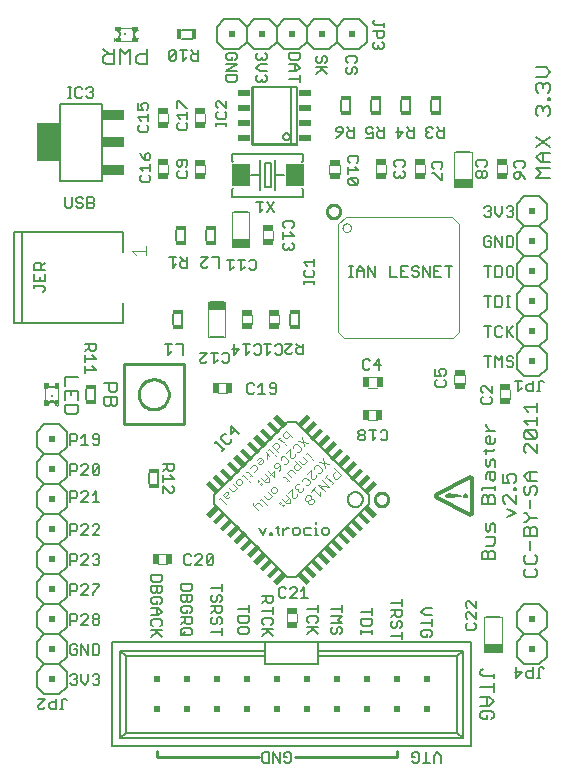
<source format=gto>
G75*
G70*
%OFA0B0*%
%FSLAX24Y24*%
%IPPOS*%
%LPD*%
%AMOC8*
5,1,8,0,0,1.08239X$1,22.5*
%
%ADD10C,0.0060*%
%ADD11C,0.0050*%
%ADD12C,0.0100*%
%ADD13C,0.0070*%
%ADD14R,0.0374X0.0197*%
%ADD15R,0.0374X0.0197*%
%ADD16C,0.0040*%
%ADD17R,0.0197X0.0374*%
%ADD18R,0.0197X0.0374*%
%ADD19R,0.0472X0.0079*%
%ADD20R,0.0591X0.0256*%
%ADD21R,0.0340X0.0160*%
%ADD22R,0.0433X0.0193*%
%ADD23C,0.0080*%
%ADD24R,0.0730X0.1260*%
%ADD25R,0.0730X0.0340*%
%ADD26R,0.0200X0.0200*%
%ADD27R,0.0160X0.0340*%
%ADD28R,0.0197X0.0128*%
%ADD29R,0.0098X0.0059*%
%ADD30R,0.0069X0.0157*%
%ADD31R,0.0079X0.0079*%
%ADD32R,0.0118X0.0118*%
%ADD33R,0.0030X0.0128*%
%ADD34C,0.0120*%
%ADD35R,0.0600X0.0750*%
%ADD36R,0.0472X0.0157*%
%ADD37C,0.0079*%
%ADD38C,0.0039*%
%ADD39R,0.0128X0.0197*%
%ADD40R,0.0059X0.0098*%
%ADD41R,0.0157X0.0069*%
%ADD42R,0.0128X0.0030*%
%ADD43C,0.0086*%
D10*
X001133Y002651D02*
X000883Y002901D01*
X000883Y003401D01*
X001133Y003651D01*
X000883Y003901D01*
X000883Y004401D01*
X001133Y004651D01*
X001633Y004651D01*
X001883Y004401D01*
X001883Y003901D01*
X001633Y003651D01*
X001883Y003401D01*
X001883Y002901D01*
X001633Y002651D01*
X001133Y002651D01*
X001133Y003651D02*
X001633Y003651D01*
X001633Y004651D02*
X001883Y004901D01*
X001883Y005401D01*
X001633Y005651D01*
X001883Y005901D01*
X001883Y006401D01*
X001633Y006651D01*
X001883Y006901D01*
X001883Y007401D01*
X001633Y007651D01*
X001133Y007651D01*
X000883Y007401D01*
X000883Y006901D01*
X001133Y006651D01*
X001633Y006651D01*
X001133Y006651D02*
X000883Y006401D01*
X000883Y005901D01*
X001133Y005651D01*
X001633Y005651D01*
X001133Y005651D02*
X000883Y005401D01*
X000883Y004901D01*
X001133Y004651D01*
X001133Y007651D02*
X000883Y007901D01*
X000883Y008401D01*
X001133Y008651D01*
X000883Y008901D01*
X000883Y009401D01*
X001133Y009651D01*
X000883Y009901D01*
X000883Y010401D01*
X001133Y010651D01*
X000883Y010901D01*
X000883Y011401D01*
X001133Y011651D01*
X001633Y011651D01*
X001883Y011401D01*
X001883Y010901D01*
X001633Y010651D01*
X001883Y010401D01*
X001883Y009901D01*
X001633Y009651D01*
X001883Y009401D01*
X001883Y008901D01*
X001633Y008651D01*
X001883Y008401D01*
X001883Y007901D01*
X001633Y007651D01*
X001633Y008651D02*
X001133Y008651D01*
X001133Y009651D02*
X001633Y009651D01*
X001633Y010651D02*
X001133Y010651D01*
X001886Y012007D02*
X001813Y012080D01*
X001813Y012300D01*
X002253Y012300D01*
X002253Y012080D01*
X002180Y012007D01*
X001886Y012007D01*
X001813Y012467D02*
X001813Y012761D01*
X002253Y012761D01*
X002253Y012467D01*
X002543Y012481D02*
X002543Y012821D01*
X002823Y012821D02*
X002823Y012481D01*
X003138Y012561D02*
X003138Y012341D01*
X003211Y012267D01*
X003285Y012267D01*
X003358Y012341D01*
X003358Y012561D01*
X003358Y012728D02*
X003285Y012801D01*
X003285Y013021D01*
X003138Y013021D02*
X003578Y013021D01*
X003578Y012801D01*
X003505Y012728D01*
X003358Y012728D01*
X003138Y012561D02*
X003578Y012561D01*
X003578Y012341D01*
X003505Y012267D01*
X003432Y012267D01*
X003358Y012341D01*
X002253Y013221D02*
X001813Y013221D01*
X001813Y012928D01*
X002033Y012761D02*
X002033Y012614D01*
X004643Y010021D02*
X004643Y009681D01*
X004923Y009681D02*
X004923Y010021D01*
X005443Y014981D02*
X005443Y015321D01*
X005723Y015321D02*
X005723Y014981D01*
X005823Y017781D02*
X005823Y018121D01*
X005543Y018121D02*
X005543Y017781D01*
X006543Y017781D02*
X006543Y018121D01*
X006823Y018121D02*
X006823Y017781D01*
X009343Y015320D02*
X009343Y014980D01*
X009623Y014980D02*
X009623Y015320D01*
X011043Y022113D02*
X011043Y022453D01*
X011323Y022453D02*
X011323Y022113D01*
X012043Y022113D02*
X012043Y022453D01*
X012323Y022453D02*
X012323Y022113D01*
X013043Y022113D02*
X013043Y022453D01*
X013323Y022453D02*
X013323Y022113D01*
X014043Y022113D02*
X014043Y022453D01*
X014323Y022453D02*
X014323Y022113D01*
X011883Y024401D02*
X011633Y024151D01*
X011133Y024151D01*
X010883Y024401D01*
X010633Y024151D01*
X010133Y024151D01*
X009883Y024401D01*
X009633Y024151D01*
X009133Y024151D01*
X008883Y024401D01*
X008633Y024151D01*
X008133Y024151D01*
X007883Y024401D01*
X007633Y024151D01*
X007133Y024151D01*
X006883Y024401D01*
X006883Y024901D01*
X007133Y025151D01*
X007633Y025151D01*
X007883Y024901D01*
X008133Y025151D01*
X008633Y025151D01*
X008883Y024901D01*
X008883Y024401D01*
X008883Y024901D02*
X009133Y025151D01*
X009633Y025151D01*
X009883Y024901D01*
X010133Y025151D01*
X010633Y025151D01*
X010883Y024901D01*
X011133Y025151D01*
X011633Y025151D01*
X011883Y024901D01*
X011883Y024401D01*
X010883Y024401D02*
X010883Y024901D01*
X009883Y024901D02*
X009883Y024401D01*
X007883Y024401D02*
X007883Y024901D01*
X006053Y024791D02*
X005713Y024791D01*
X005713Y024511D02*
X006053Y024511D01*
X015859Y011666D02*
X015859Y011593D01*
X016006Y011446D01*
X016153Y011446D02*
X015859Y011446D01*
X015933Y011280D02*
X016006Y011280D01*
X016006Y010986D01*
X015933Y010986D02*
X016080Y010986D01*
X016153Y011059D01*
X016153Y011206D01*
X015933Y011280D02*
X015859Y011206D01*
X015859Y011059D01*
X015933Y010986D01*
X015859Y010826D02*
X015859Y010679D01*
X015786Y010752D02*
X016080Y010752D01*
X016153Y010826D01*
X016080Y010512D02*
X016006Y010439D01*
X016006Y010292D01*
X015933Y010219D01*
X015859Y010292D01*
X015859Y010512D01*
X016080Y010512D02*
X016153Y010439D01*
X016153Y010219D01*
X016153Y010052D02*
X016153Y009832D01*
X016080Y009758D01*
X016006Y009832D01*
X016006Y010052D01*
X015933Y010052D02*
X016153Y010052D01*
X016413Y009994D02*
X016413Y009701D01*
X016633Y009701D01*
X016559Y009847D01*
X016559Y009921D01*
X016633Y009994D01*
X016780Y009994D01*
X016853Y009921D01*
X016853Y009774D01*
X016780Y009701D01*
X016780Y009544D02*
X016853Y009544D01*
X016853Y009470D01*
X016780Y009470D01*
X016780Y009544D01*
X016853Y009304D02*
X016853Y009010D01*
X016559Y009304D01*
X016486Y009304D01*
X016413Y009230D01*
X016413Y009083D01*
X016486Y009010D01*
X016559Y008843D02*
X016853Y008696D01*
X016559Y008550D01*
X016153Y008291D02*
X016153Y008070D01*
X016006Y008144D02*
X016006Y008291D01*
X016080Y008364D01*
X016153Y008291D01*
X016006Y008144D02*
X015933Y008070D01*
X015859Y008144D01*
X015859Y008364D01*
X015859Y007904D02*
X016153Y007904D01*
X016153Y007683D01*
X016080Y007610D01*
X015859Y007610D01*
X015859Y007443D02*
X015933Y007370D01*
X015933Y007150D01*
X015933Y007370D02*
X016006Y007443D01*
X016080Y007443D01*
X016153Y007370D01*
X016153Y007150D01*
X015713Y007150D01*
X015713Y007370D01*
X015786Y007443D01*
X015859Y007443D01*
X015933Y008991D02*
X015933Y009211D01*
X016006Y009285D01*
X016080Y009285D01*
X016153Y009211D01*
X016153Y008991D01*
X015713Y008991D01*
X015713Y009211D01*
X015786Y009285D01*
X015859Y009285D01*
X015933Y009211D01*
X015713Y009451D02*
X015713Y009525D01*
X016153Y009525D01*
X016153Y009598D02*
X016153Y009451D01*
X015859Y009832D02*
X015859Y009979D01*
X015933Y010052D01*
X017113Y009919D02*
X017259Y010066D01*
X017553Y010066D01*
X017333Y010066D02*
X017333Y009772D01*
X017259Y009772D02*
X017113Y009919D01*
X017259Y009772D02*
X017553Y009772D01*
X017480Y009605D02*
X017553Y009532D01*
X017553Y009385D01*
X017480Y009312D01*
X017333Y009385D02*
X017333Y009532D01*
X017406Y009605D01*
X017480Y009605D01*
X017333Y009385D02*
X017259Y009312D01*
X017186Y009312D01*
X017113Y009385D01*
X017113Y009532D01*
X017186Y009605D01*
X017333Y009145D02*
X017333Y008851D01*
X017186Y008685D02*
X017113Y008685D01*
X017186Y008685D02*
X017333Y008538D01*
X017553Y008538D01*
X017333Y008538D02*
X017186Y008391D01*
X017113Y008391D01*
X017186Y008224D02*
X017259Y008224D01*
X017333Y008151D01*
X017333Y007931D01*
X017333Y007764D02*
X017333Y007470D01*
X017480Y007304D02*
X017553Y007230D01*
X017553Y007083D01*
X017480Y007010D01*
X017186Y007010D01*
X017113Y007083D01*
X017113Y007230D01*
X017186Y007304D01*
X017186Y006843D02*
X017113Y006770D01*
X017113Y006623D01*
X017186Y006550D01*
X017480Y006550D01*
X017553Y006623D01*
X017553Y006770D01*
X017480Y006843D01*
X017553Y007931D02*
X017113Y007931D01*
X017113Y008151D01*
X017186Y008224D01*
X017333Y008151D02*
X017406Y008224D01*
X017480Y008224D01*
X017553Y008151D01*
X017553Y007931D01*
X017633Y005651D02*
X017133Y005651D01*
X016883Y005401D01*
X016883Y004901D01*
X017133Y004651D01*
X016883Y004401D01*
X016883Y003901D01*
X017133Y003651D01*
X017633Y003651D01*
X017883Y003901D01*
X017883Y004401D01*
X017633Y004651D01*
X017133Y004651D01*
X017633Y004651D02*
X017883Y004901D01*
X017883Y005401D01*
X017633Y005651D01*
X016113Y003344D02*
X016113Y003198D01*
X016113Y003271D02*
X015746Y003271D01*
X015673Y003344D01*
X015673Y003418D01*
X015746Y003491D01*
X016113Y003031D02*
X016113Y002737D01*
X016113Y002884D02*
X015673Y002884D01*
X015673Y002570D02*
X015967Y002570D01*
X016113Y002424D01*
X015967Y002277D01*
X015673Y002277D01*
X015746Y002110D02*
X015673Y002037D01*
X015673Y001890D01*
X015746Y001817D01*
X015893Y001817D01*
X015893Y001963D01*
X016040Y001817D02*
X016113Y001890D01*
X016113Y002037D01*
X016040Y002110D01*
X015746Y002110D01*
X015893Y002277D02*
X015893Y002570D01*
X014907Y001372D02*
X015088Y001191D01*
X015088Y004112D01*
X014907Y003931D01*
X010269Y003931D01*
X010269Y003659D01*
X008497Y003659D01*
X008497Y004383D01*
X010269Y004383D01*
X010269Y003931D01*
X010269Y004112D02*
X015088Y004112D01*
X014907Y003931D02*
X014907Y001372D01*
X003859Y001372D01*
X003678Y001191D01*
X003678Y004112D01*
X003859Y003931D01*
X008497Y003931D01*
X008497Y004112D02*
X003678Y004112D01*
X003859Y003931D02*
X003859Y001372D01*
X003678Y001191D02*
X015088Y001191D01*
X015359Y000919D02*
X015359Y004383D01*
X010269Y004383D01*
X008497Y004383D02*
X003407Y004383D01*
X003407Y000919D01*
X015359Y000919D01*
X017186Y010693D02*
X017113Y010766D01*
X017113Y010913D01*
X017186Y010986D01*
X017259Y010986D01*
X017553Y010693D01*
X017553Y010986D01*
X017480Y011153D02*
X017186Y011447D01*
X017480Y011447D01*
X017553Y011373D01*
X017553Y011227D01*
X017480Y011153D01*
X017186Y011153D01*
X017113Y011227D01*
X017113Y011373D01*
X017186Y011447D01*
X017259Y011614D02*
X017113Y011760D01*
X017553Y011760D01*
X017553Y011614D02*
X017553Y011907D01*
X017553Y012074D02*
X017553Y012368D01*
X017553Y012221D02*
X017113Y012221D01*
X017259Y012074D01*
X017133Y013251D02*
X016883Y013501D01*
X016883Y014001D01*
X017133Y014251D01*
X016883Y014501D01*
X016883Y015001D01*
X017133Y015251D01*
X017633Y015251D01*
X017883Y015001D01*
X017883Y014501D01*
X017633Y014251D01*
X017883Y014001D01*
X017883Y013501D01*
X017633Y013251D01*
X017133Y013251D01*
X017133Y014251D02*
X017633Y014251D01*
X017633Y015251D02*
X017883Y015501D01*
X017883Y016001D01*
X017633Y016251D01*
X017883Y016501D01*
X017883Y017001D01*
X017633Y017251D01*
X017883Y017501D01*
X017883Y018001D01*
X017633Y018251D01*
X017883Y018501D01*
X017883Y019001D01*
X017633Y019251D01*
X017133Y019251D01*
X016883Y019001D01*
X016883Y018501D01*
X017133Y018251D01*
X017633Y018251D01*
X017133Y018251D02*
X016883Y018001D01*
X016883Y017501D01*
X017133Y017251D01*
X017633Y017251D01*
X017133Y017251D02*
X016883Y017001D01*
X016883Y016501D01*
X017133Y016251D01*
X017633Y016251D01*
X017133Y016251D02*
X016883Y016001D01*
X016883Y015501D01*
X017133Y015251D01*
D11*
X000976Y002156D02*
X000918Y002214D01*
X000918Y002273D01*
X001151Y002506D01*
X000918Y002506D01*
X000976Y002156D02*
X001093Y002156D01*
X001151Y002214D01*
X001286Y002214D02*
X001286Y002331D01*
X001345Y002389D01*
X001520Y002389D01*
X001520Y002506D02*
X001520Y002156D01*
X001345Y002156D01*
X001286Y002214D01*
X001654Y002156D02*
X001771Y002156D01*
X001713Y002156D02*
X001713Y002448D01*
X001771Y002506D01*
X001830Y002506D01*
X001888Y002448D01*
X002066Y002976D02*
X002008Y003035D01*
X002066Y002976D02*
X002183Y002976D01*
X002241Y003035D01*
X002241Y003093D01*
X002183Y003151D01*
X002125Y003151D01*
X002183Y003151D02*
X002241Y003210D01*
X002241Y003268D01*
X002183Y003326D01*
X002066Y003326D01*
X002008Y003268D01*
X002376Y003326D02*
X002376Y003093D01*
X002493Y002976D01*
X002610Y003093D01*
X002610Y003326D01*
X002745Y003268D02*
X002803Y003326D01*
X002920Y003326D01*
X002978Y003268D01*
X002978Y003210D01*
X002920Y003151D01*
X002978Y003093D01*
X002978Y003035D01*
X002920Y002976D01*
X002803Y002976D01*
X002745Y003035D01*
X002861Y003151D02*
X002920Y003151D01*
X002920Y003976D02*
X002745Y003976D01*
X002745Y004326D01*
X002920Y004326D01*
X002978Y004268D01*
X002978Y004035D01*
X002920Y003976D01*
X002610Y003976D02*
X002610Y004326D01*
X002376Y004326D02*
X002610Y003976D01*
X002376Y003976D02*
X002376Y004326D01*
X002241Y004268D02*
X002183Y004326D01*
X002066Y004326D01*
X002008Y004268D01*
X002008Y004035D01*
X002066Y003976D01*
X002183Y003976D01*
X002241Y004035D01*
X002241Y004151D01*
X002125Y004151D01*
X002008Y004976D02*
X002008Y005326D01*
X002183Y005326D01*
X002241Y005268D01*
X002241Y005151D01*
X002183Y005093D01*
X002008Y005093D01*
X002376Y004976D02*
X002610Y005210D01*
X002610Y005268D01*
X002551Y005326D01*
X002435Y005326D01*
X002376Y005268D01*
X002376Y004976D02*
X002610Y004976D01*
X002745Y005035D02*
X002745Y005093D01*
X002803Y005151D01*
X002920Y005151D01*
X002978Y005093D01*
X002978Y005035D01*
X002920Y004976D01*
X002803Y004976D01*
X002745Y005035D01*
X002803Y005151D02*
X002745Y005210D01*
X002745Y005268D01*
X002803Y005326D01*
X002920Y005326D01*
X002978Y005268D01*
X002978Y005210D01*
X002920Y005151D01*
X002745Y005976D02*
X002745Y006035D01*
X002978Y006268D01*
X002978Y006326D01*
X002745Y006326D01*
X002610Y006268D02*
X002551Y006326D01*
X002435Y006326D01*
X002376Y006268D01*
X002241Y006268D02*
X002241Y006151D01*
X002183Y006093D01*
X002008Y006093D01*
X002008Y005976D02*
X002008Y006326D01*
X002183Y006326D01*
X002241Y006268D01*
X002376Y005976D02*
X002610Y006210D01*
X002610Y006268D01*
X002610Y005976D02*
X002376Y005976D01*
X002376Y006976D02*
X002610Y007210D01*
X002610Y007268D01*
X002551Y007326D01*
X002435Y007326D01*
X002376Y007268D01*
X002241Y007268D02*
X002241Y007151D01*
X002183Y007093D01*
X002008Y007093D01*
X002008Y006976D02*
X002008Y007326D01*
X002183Y007326D01*
X002241Y007268D01*
X002376Y006976D02*
X002610Y006976D01*
X002745Y007035D02*
X002803Y006976D01*
X002920Y006976D01*
X002978Y007035D01*
X002978Y007093D01*
X002920Y007151D01*
X002861Y007151D01*
X002920Y007151D02*
X002978Y007210D01*
X002978Y007268D01*
X002920Y007326D01*
X002803Y007326D01*
X002745Y007268D01*
X002745Y007976D02*
X002978Y008210D01*
X002978Y008268D01*
X002920Y008326D01*
X002803Y008326D01*
X002745Y008268D01*
X002610Y008268D02*
X002551Y008326D01*
X002435Y008326D01*
X002376Y008268D01*
X002241Y008268D02*
X002241Y008151D01*
X002183Y008093D01*
X002008Y008093D01*
X002008Y007976D02*
X002008Y008326D01*
X002183Y008326D01*
X002241Y008268D01*
X002376Y007976D02*
X002610Y008210D01*
X002610Y008268D01*
X002610Y007976D02*
X002376Y007976D01*
X002745Y007976D02*
X002978Y007976D01*
X002978Y009076D02*
X002745Y009076D01*
X002861Y009076D02*
X002861Y009426D01*
X002745Y009310D01*
X002610Y009310D02*
X002610Y009368D01*
X002551Y009426D01*
X002435Y009426D01*
X002376Y009368D01*
X002241Y009368D02*
X002241Y009251D01*
X002183Y009193D01*
X002008Y009193D01*
X002008Y009076D02*
X002008Y009426D01*
X002183Y009426D01*
X002241Y009368D01*
X002376Y009076D02*
X002610Y009310D01*
X002610Y009076D02*
X002376Y009076D01*
X002376Y009976D02*
X002610Y010210D01*
X002610Y010268D01*
X002551Y010326D01*
X002435Y010326D01*
X002376Y010268D01*
X002241Y010268D02*
X002241Y010151D01*
X002183Y010093D01*
X002008Y010093D01*
X002008Y009976D02*
X002008Y010326D01*
X002183Y010326D01*
X002241Y010268D01*
X002376Y009976D02*
X002610Y009976D01*
X002745Y010035D02*
X002978Y010268D01*
X002978Y010035D01*
X002920Y009976D01*
X002803Y009976D01*
X002745Y010035D01*
X002745Y010268D01*
X002803Y010326D01*
X002920Y010326D01*
X002978Y010268D01*
X002920Y010976D02*
X002978Y011035D01*
X002978Y011268D01*
X002920Y011326D01*
X002803Y011326D01*
X002745Y011268D01*
X002745Y011210D01*
X002803Y011151D01*
X002978Y011151D01*
X002920Y010976D02*
X002803Y010976D01*
X002745Y011035D01*
X002610Y010976D02*
X002376Y010976D01*
X002493Y010976D02*
X002493Y011326D01*
X002376Y011210D01*
X002241Y011268D02*
X002241Y011151D01*
X002183Y011093D01*
X002008Y011093D01*
X002008Y010976D02*
X002008Y011326D01*
X002183Y011326D01*
X002241Y011268D01*
X002508Y013356D02*
X002508Y013590D01*
X002508Y013473D02*
X002858Y013473D01*
X002741Y013590D01*
X002508Y013724D02*
X002508Y013958D01*
X002508Y013841D02*
X002858Y013841D01*
X002741Y013958D01*
X002683Y014093D02*
X002625Y014151D01*
X002625Y014326D01*
X002625Y014209D02*
X002508Y014093D01*
X002683Y014093D02*
X002800Y014093D01*
X002858Y014151D01*
X002858Y014326D01*
X002508Y014326D01*
X002832Y015035D02*
X001887Y015035D01*
X000667Y015035D01*
X000391Y015035D01*
X000135Y015035D01*
X000135Y018067D01*
X000391Y018067D01*
X000667Y018067D01*
X001887Y018067D01*
X002832Y018067D01*
X003757Y018067D01*
X003757Y017791D01*
X003757Y017398D01*
X002745Y018867D02*
X002570Y018867D01*
X002570Y019217D01*
X002745Y019217D01*
X002803Y019158D01*
X002803Y019100D01*
X002745Y019042D01*
X002570Y019042D01*
X002435Y018983D02*
X002435Y018925D01*
X002377Y018867D01*
X002260Y018867D01*
X002201Y018925D01*
X002260Y019042D02*
X002201Y019100D01*
X002201Y019158D01*
X002260Y019217D01*
X002377Y019217D01*
X002435Y019158D01*
X002377Y019042D02*
X002435Y018983D01*
X002377Y019042D02*
X002260Y019042D01*
X002067Y018925D02*
X002067Y019217D01*
X002067Y018925D02*
X002008Y018867D01*
X001892Y018867D01*
X001833Y018925D01*
X001833Y019217D01*
X002745Y019042D02*
X002803Y018983D01*
X002803Y018925D01*
X002745Y018867D01*
X001158Y017046D02*
X001041Y016930D01*
X001041Y016988D02*
X001041Y016813D01*
X001158Y016813D02*
X000808Y016813D01*
X000808Y016988D01*
X000866Y017046D01*
X000983Y017046D01*
X001041Y016988D01*
X001158Y016678D02*
X001158Y016444D01*
X000808Y016444D01*
X000808Y016678D01*
X000983Y016561D02*
X000983Y016444D01*
X000808Y016310D02*
X000808Y016193D01*
X000808Y016251D02*
X001100Y016251D01*
X001158Y016193D01*
X001158Y016135D01*
X001100Y016076D01*
X000391Y015035D02*
X000391Y018067D01*
X002832Y015035D02*
X003757Y015035D01*
X003757Y015311D01*
X003757Y015705D01*
X005156Y014326D02*
X005390Y014326D01*
X005273Y014326D02*
X005273Y013976D01*
X005390Y014093D01*
X005524Y014326D02*
X005758Y014326D01*
X005758Y013976D01*
X006318Y014042D02*
X006551Y014042D01*
X006318Y013809D01*
X006318Y013750D01*
X006376Y013692D01*
X006493Y013692D01*
X006551Y013750D01*
X006803Y013692D02*
X006803Y014042D01*
X006920Y014042D02*
X006686Y014042D01*
X006920Y013809D02*
X006803Y013692D01*
X007054Y013750D02*
X007113Y013692D01*
X007230Y013692D01*
X007288Y013750D01*
X007288Y013984D01*
X007230Y014042D01*
X007113Y014042D01*
X007054Y013984D01*
X007388Y014151D02*
X007621Y014151D01*
X007446Y013976D01*
X007446Y014326D01*
X007756Y014326D02*
X007990Y014326D01*
X007873Y014326D02*
X007873Y013976D01*
X007990Y014093D01*
X008124Y014034D02*
X008183Y013976D01*
X008300Y013976D01*
X008358Y014034D01*
X008358Y014268D01*
X008300Y014326D01*
X008183Y014326D01*
X008124Y014268D01*
X008456Y014326D02*
X008690Y014326D01*
X008573Y014326D02*
X008573Y013976D01*
X008690Y014093D01*
X008824Y014034D02*
X008883Y013976D01*
X009000Y013976D01*
X009058Y014034D01*
X009058Y014268D01*
X009000Y014326D01*
X008883Y014326D01*
X008824Y014268D01*
X009175Y014346D02*
X009408Y014346D01*
X009175Y014113D01*
X009175Y014054D01*
X009233Y013996D01*
X009350Y013996D01*
X009408Y014054D01*
X009543Y014054D02*
X009543Y014171D01*
X009601Y014229D01*
X009776Y014229D01*
X009660Y014229D02*
X009543Y014346D01*
X009776Y014346D02*
X009776Y013996D01*
X009601Y013996D01*
X009543Y014054D01*
X008820Y013026D02*
X008703Y013026D01*
X008645Y012968D01*
X008645Y012910D01*
X008703Y012851D01*
X008878Y012851D01*
X008878Y012735D02*
X008878Y012968D01*
X008820Y013026D01*
X008878Y012735D02*
X008820Y012676D01*
X008703Y012676D01*
X008645Y012735D01*
X008510Y012676D02*
X008276Y012676D01*
X008393Y012676D02*
X008393Y013026D01*
X008276Y012910D01*
X008141Y012968D02*
X008083Y013026D01*
X007966Y013026D01*
X007908Y012968D01*
X007908Y012735D01*
X007966Y012676D01*
X008083Y012676D01*
X008141Y012735D01*
X007544Y011503D02*
X007378Y011338D01*
X007378Y011585D01*
X007626Y011338D01*
X007366Y011160D02*
X007366Y011077D01*
X007283Y010995D01*
X007201Y010995D01*
X007036Y011160D01*
X007035Y011242D01*
X007118Y011325D01*
X007201Y011325D01*
X006903Y011110D02*
X006821Y011028D01*
X006862Y011069D02*
X007110Y010821D01*
X007151Y010862D02*
X007068Y010780D01*
X005458Y010326D02*
X005458Y010151D01*
X005400Y010093D01*
X005283Y010093D01*
X005225Y010151D01*
X005225Y010326D01*
X005225Y010209D02*
X005108Y010093D01*
X005108Y009958D02*
X005108Y009724D01*
X005108Y009841D02*
X005458Y009841D01*
X005341Y009958D01*
X005400Y009590D02*
X005458Y009531D01*
X005458Y009414D01*
X005400Y009356D01*
X005341Y009356D01*
X005108Y009590D01*
X005108Y009356D01*
X005108Y010326D02*
X005458Y010326D01*
X005866Y007326D02*
X005808Y007268D01*
X005808Y007035D01*
X005866Y006976D01*
X005983Y006976D01*
X006041Y007035D01*
X006176Y006976D02*
X006410Y007210D01*
X006410Y007268D01*
X006351Y007326D01*
X006235Y007326D01*
X006176Y007268D01*
X006041Y007268D02*
X005983Y007326D01*
X005866Y007326D01*
X006176Y006976D02*
X006410Y006976D01*
X006545Y007035D02*
X006545Y007268D01*
X006603Y007326D01*
X006720Y007326D01*
X006778Y007268D01*
X006545Y007035D01*
X006603Y006976D01*
X006720Y006976D01*
X006778Y007035D01*
X006778Y007268D01*
X007058Y006326D02*
X007058Y006093D01*
X007058Y006209D02*
X006708Y006209D01*
X006766Y005958D02*
X006708Y005900D01*
X006708Y005783D01*
X006766Y005724D01*
X006825Y005724D01*
X006883Y005783D01*
X006883Y005900D01*
X006941Y005958D01*
X007000Y005958D01*
X007058Y005900D01*
X007058Y005783D01*
X007000Y005724D01*
X007058Y005590D02*
X006708Y005590D01*
X006825Y005590D02*
X006825Y005414D01*
X006883Y005356D01*
X007000Y005356D01*
X007058Y005414D01*
X007058Y005590D01*
X007000Y005221D02*
X006941Y005221D01*
X006883Y005163D01*
X006883Y005046D01*
X006825Y004988D01*
X006766Y004988D01*
X006708Y005046D01*
X006708Y005163D01*
X006766Y005221D01*
X006708Y005356D02*
X006825Y005473D01*
X007000Y005221D02*
X007058Y005163D01*
X007058Y005046D01*
X007000Y004988D01*
X007058Y004853D02*
X007058Y004619D01*
X007058Y004736D02*
X006708Y004736D01*
X006058Y004678D02*
X006000Y004619D01*
X005766Y004619D01*
X005708Y004678D01*
X005708Y004795D01*
X005766Y004853D01*
X006000Y004853D01*
X006058Y004795D01*
X006058Y004678D01*
X005825Y004736D02*
X005708Y004619D01*
X005708Y004988D02*
X005825Y005105D01*
X005825Y005046D02*
X005825Y005221D01*
X005708Y005221D02*
X006058Y005221D01*
X006058Y005046D01*
X006000Y004988D01*
X005883Y004988D01*
X005825Y005046D01*
X005883Y005356D02*
X005883Y005473D01*
X005883Y005356D02*
X005766Y005356D01*
X005708Y005414D01*
X005708Y005531D01*
X005766Y005590D01*
X006000Y005590D01*
X006058Y005531D01*
X006058Y005414D01*
X006000Y005356D01*
X006000Y005724D02*
X005941Y005724D01*
X005883Y005783D01*
X005883Y005958D01*
X005708Y005958D02*
X005708Y005783D01*
X005766Y005724D01*
X005825Y005724D01*
X005883Y005783D01*
X006000Y005724D02*
X006058Y005783D01*
X006058Y005958D01*
X005708Y005958D01*
X005766Y006093D02*
X005708Y006151D01*
X005708Y006326D01*
X006058Y006326D01*
X006058Y006151D01*
X006000Y006093D01*
X005766Y006093D01*
X005058Y006083D02*
X005000Y006024D01*
X004941Y006024D01*
X004883Y006083D01*
X004883Y006258D01*
X004708Y006258D02*
X004708Y006083D01*
X004766Y006024D01*
X004825Y006024D01*
X004883Y006083D01*
X005058Y006083D02*
X005058Y006258D01*
X004708Y006258D01*
X004766Y006393D02*
X005000Y006393D01*
X005058Y006451D01*
X005058Y006626D01*
X004708Y006626D01*
X004708Y006451D01*
X004766Y006393D01*
X004766Y005890D02*
X004708Y005831D01*
X004708Y005714D01*
X004766Y005656D01*
X004883Y005656D01*
X004883Y005773D01*
X005000Y005890D02*
X004766Y005890D01*
X005000Y005890D02*
X005058Y005831D01*
X005058Y005714D01*
X005000Y005656D01*
X004941Y005521D02*
X005058Y005405D01*
X004941Y005288D01*
X004708Y005288D01*
X004766Y005153D02*
X004708Y005095D01*
X004708Y004978D01*
X004766Y004919D01*
X004708Y004785D02*
X005058Y004785D01*
X005000Y004919D02*
X005058Y004978D01*
X005058Y005095D01*
X005000Y005153D01*
X004766Y005153D01*
X004883Y005288D02*
X004883Y005521D01*
X004941Y005521D02*
X004708Y005521D01*
X004825Y004785D02*
X005058Y004551D01*
X004883Y004726D02*
X004708Y004551D01*
X007608Y004714D02*
X007666Y004656D01*
X007900Y004656D01*
X007958Y004714D01*
X007958Y004831D01*
X007900Y004890D01*
X007666Y004890D01*
X007608Y004831D01*
X007608Y004714D01*
X007666Y005024D02*
X007900Y005024D01*
X007958Y005083D01*
X007958Y005258D01*
X007608Y005258D01*
X007608Y005083D01*
X007666Y005024D01*
X007958Y005393D02*
X007958Y005626D01*
X007958Y005509D02*
X007608Y005509D01*
X008408Y005441D02*
X008758Y005441D01*
X008758Y005558D02*
X008758Y005324D01*
X008700Y005190D02*
X008758Y005131D01*
X008758Y005014D01*
X008700Y004956D01*
X008758Y004821D02*
X008408Y004821D01*
X008525Y004821D02*
X008758Y004588D01*
X008583Y004763D02*
X008408Y004588D01*
X008466Y004956D02*
X008408Y005014D01*
X008408Y005131D01*
X008466Y005190D01*
X008700Y005190D01*
X008700Y005693D02*
X008583Y005693D01*
X008525Y005751D01*
X008525Y005926D01*
X008525Y005809D02*
X008408Y005693D01*
X008408Y005926D02*
X008758Y005926D01*
X008758Y005751D01*
X008700Y005693D01*
X008958Y005935D02*
X009016Y005876D01*
X009133Y005876D01*
X009191Y005935D01*
X009326Y005876D02*
X009560Y006110D01*
X009560Y006168D01*
X009501Y006226D01*
X009385Y006226D01*
X009326Y006168D01*
X009191Y006168D02*
X009133Y006226D01*
X009016Y006226D01*
X008958Y006168D01*
X008958Y005935D01*
X009326Y005876D02*
X009560Y005876D01*
X009695Y005876D02*
X009928Y005876D01*
X009811Y005876D02*
X009811Y006226D01*
X009695Y006110D01*
X009908Y005509D02*
X010258Y005509D01*
X010258Y005393D02*
X010258Y005626D01*
X010200Y005258D02*
X009966Y005258D01*
X009908Y005200D01*
X009908Y005083D01*
X009966Y005024D01*
X009908Y004890D02*
X010258Y004890D01*
X010200Y005024D02*
X010258Y005083D01*
X010258Y005200D01*
X010200Y005258D01*
X010025Y004890D02*
X010258Y004656D01*
X010083Y004831D02*
X009908Y004656D01*
X010708Y004714D02*
X010708Y004831D01*
X010766Y004890D01*
X010883Y004831D02*
X010883Y004714D01*
X010825Y004656D01*
X010766Y004656D01*
X010708Y004714D01*
X010883Y004831D02*
X010941Y004890D01*
X011000Y004890D01*
X011058Y004831D01*
X011058Y004714D01*
X011000Y004656D01*
X011058Y005024D02*
X010708Y005024D01*
X010708Y005258D02*
X011058Y005258D01*
X010941Y005141D01*
X011058Y005024D01*
X011058Y005393D02*
X011058Y005626D01*
X011058Y005509D02*
X010708Y005509D01*
X011708Y005409D02*
X012058Y005409D01*
X012058Y005293D02*
X012058Y005526D01*
X012058Y005158D02*
X011708Y005158D01*
X011708Y004983D01*
X011766Y004924D01*
X012000Y004924D01*
X012058Y004983D01*
X012058Y005158D01*
X012058Y004790D02*
X012058Y004673D01*
X012058Y004731D02*
X011708Y004731D01*
X011708Y004673D02*
X011708Y004790D01*
X012708Y004914D02*
X012766Y004856D01*
X012825Y004856D01*
X012883Y004914D01*
X012883Y005031D01*
X012941Y005090D01*
X013000Y005090D01*
X013058Y005031D01*
X013058Y004914D01*
X013000Y004856D01*
X013058Y004721D02*
X013058Y004488D01*
X013058Y004605D02*
X012708Y004605D01*
X012708Y004914D02*
X012708Y005031D01*
X012766Y005090D01*
X012708Y005224D02*
X012825Y005341D01*
X012825Y005283D02*
X012825Y005458D01*
X012708Y005458D02*
X013058Y005458D01*
X013058Y005283D01*
X013000Y005224D01*
X012883Y005224D01*
X012825Y005283D01*
X013058Y005593D02*
X013058Y005826D01*
X013058Y005709D02*
X012708Y005709D01*
X013708Y005409D02*
X013825Y005293D01*
X014058Y005293D01*
X014058Y005158D02*
X014058Y004924D01*
X014058Y005041D02*
X013708Y005041D01*
X013766Y004790D02*
X013708Y004731D01*
X013708Y004614D01*
X013766Y004556D01*
X013883Y004556D01*
X013883Y004673D01*
X014000Y004790D02*
X013766Y004790D01*
X014000Y004790D02*
X014058Y004731D01*
X014058Y004614D01*
X014000Y004556D01*
X013708Y005409D02*
X013825Y005526D01*
X014058Y005526D01*
X015185Y005591D02*
X015244Y005533D01*
X015185Y005591D02*
X015185Y005708D01*
X015244Y005766D01*
X015302Y005766D01*
X015536Y005533D01*
X015536Y005766D01*
X015536Y005398D02*
X015536Y005165D01*
X015302Y005398D01*
X015244Y005398D01*
X015185Y005340D01*
X015185Y005223D01*
X015244Y005165D01*
X015244Y005030D02*
X015185Y004971D01*
X015185Y004855D01*
X015244Y004796D01*
X015477Y004796D01*
X015536Y004855D01*
X015536Y004971D01*
X015477Y005030D01*
X016818Y003381D02*
X017051Y003381D01*
X016876Y003206D01*
X016876Y003556D01*
X017186Y003381D02*
X017186Y003264D01*
X017245Y003206D01*
X017420Y003206D01*
X017420Y003556D01*
X017420Y003439D02*
X017245Y003439D01*
X017186Y003381D01*
X017554Y003206D02*
X017671Y003206D01*
X017613Y003206D02*
X017613Y003498D01*
X017671Y003556D01*
X017730Y003556D01*
X017788Y003498D01*
X014358Y000609D02*
X014358Y000376D01*
X014358Y000609D02*
X014241Y000726D01*
X014124Y000609D01*
X014124Y000376D01*
X013990Y000376D02*
X013756Y000376D01*
X013873Y000376D02*
X013873Y000726D01*
X013621Y000668D02*
X013621Y000434D01*
X013563Y000376D01*
X013446Y000376D01*
X013388Y000434D01*
X013388Y000551D02*
X013505Y000551D01*
X013388Y000551D02*
X013388Y000668D01*
X013446Y000726D01*
X013563Y000726D01*
X013621Y000668D01*
X009358Y000668D02*
X009358Y000434D01*
X009300Y000376D01*
X009183Y000376D01*
X009124Y000434D01*
X009124Y000551D02*
X009241Y000551D01*
X009124Y000551D02*
X009124Y000668D01*
X009183Y000726D01*
X009300Y000726D01*
X009358Y000668D01*
X008990Y000726D02*
X008990Y000376D01*
X008756Y000726D01*
X008756Y000376D01*
X008621Y000376D02*
X008621Y000726D01*
X008446Y000726D01*
X008388Y000668D01*
X008388Y000434D01*
X008446Y000376D01*
X008621Y000376D01*
X008735Y007976D02*
X008676Y007976D01*
X008676Y008035D01*
X008735Y008035D01*
X008735Y007976D01*
X008919Y008035D02*
X008977Y007976D01*
X008919Y008035D02*
X008919Y008268D01*
X008860Y008210D02*
X008977Y008210D01*
X009106Y008210D02*
X009106Y007976D01*
X009106Y008093D02*
X009223Y008210D01*
X009281Y008210D01*
X009413Y008151D02*
X009413Y008035D01*
X009471Y007976D01*
X009588Y007976D01*
X009646Y008035D01*
X009646Y008151D01*
X009588Y008210D01*
X009471Y008210D01*
X009413Y008151D01*
X009781Y008151D02*
X009781Y008035D01*
X009839Y007976D01*
X010015Y007976D01*
X010149Y007976D02*
X010266Y007976D01*
X010208Y007976D02*
X010208Y008210D01*
X010149Y008210D01*
X010208Y008326D02*
X010208Y008385D01*
X010015Y008210D02*
X009839Y008210D01*
X009781Y008151D01*
X010395Y008151D02*
X010395Y008035D01*
X010453Y007976D01*
X010570Y007976D01*
X010628Y008035D01*
X010628Y008151D01*
X010570Y008210D01*
X010453Y008210D01*
X010395Y008151D01*
X011254Y009151D02*
X011256Y009182D01*
X011262Y009213D01*
X011272Y009243D01*
X011285Y009271D01*
X011302Y009298D01*
X011322Y009322D01*
X011345Y009344D01*
X011370Y009362D01*
X011398Y009377D01*
X011427Y009389D01*
X011457Y009397D01*
X011488Y009401D01*
X011520Y009401D01*
X011551Y009397D01*
X011581Y009389D01*
X011610Y009377D01*
X011638Y009362D01*
X011663Y009344D01*
X011686Y009322D01*
X011706Y009298D01*
X011723Y009271D01*
X011736Y009243D01*
X011746Y009213D01*
X011752Y009182D01*
X011754Y009151D01*
X011752Y009120D01*
X011746Y009089D01*
X011736Y009059D01*
X011723Y009031D01*
X011706Y009004D01*
X011686Y008980D01*
X011663Y008958D01*
X011638Y008940D01*
X011610Y008925D01*
X011581Y008913D01*
X011551Y008905D01*
X011520Y008901D01*
X011488Y008901D01*
X011457Y008905D01*
X011427Y008913D01*
X011398Y008925D01*
X011370Y008940D01*
X011345Y008958D01*
X011322Y008980D01*
X011302Y009004D01*
X011285Y009031D01*
X011272Y009059D01*
X011262Y009089D01*
X011256Y009120D01*
X011254Y009151D01*
X011666Y011116D02*
X011608Y011174D01*
X011608Y011233D01*
X011666Y011291D01*
X011783Y011291D01*
X011841Y011233D01*
X011841Y011174D01*
X011783Y011116D01*
X011666Y011116D01*
X011666Y011291D02*
X011608Y011349D01*
X011608Y011408D01*
X011666Y011466D01*
X011783Y011466D01*
X011841Y011408D01*
X011841Y011349D01*
X011783Y011291D01*
X011976Y011466D02*
X012210Y011466D01*
X012093Y011466D02*
X012093Y011116D01*
X012210Y011233D01*
X012345Y011174D02*
X012403Y011116D01*
X012520Y011116D01*
X012578Y011174D01*
X012578Y011408D01*
X012520Y011466D01*
X012403Y011466D01*
X012345Y011408D01*
X012311Y013468D02*
X012311Y013818D01*
X012136Y013643D01*
X012370Y013643D01*
X012001Y013760D02*
X011943Y013818D01*
X011826Y013818D01*
X011768Y013760D01*
X011768Y013526D01*
X011826Y013468D01*
X011943Y013468D01*
X012001Y013526D01*
X010140Y016324D02*
X010140Y016441D01*
X010140Y016383D02*
X009790Y016383D01*
X009790Y016441D02*
X009790Y016324D01*
X009848Y016570D02*
X009790Y016628D01*
X009790Y016745D01*
X009848Y016803D01*
X009906Y016938D02*
X009790Y017055D01*
X010140Y017055D01*
X010140Y016938D02*
X010140Y017172D01*
X010082Y016803D02*
X010140Y016745D01*
X010140Y016628D01*
X010082Y016570D01*
X009848Y016570D01*
X009400Y017456D02*
X009341Y017456D01*
X009283Y017514D01*
X009225Y017456D01*
X009166Y017456D01*
X009108Y017514D01*
X009108Y017631D01*
X009166Y017690D01*
X009108Y017824D02*
X009108Y018058D01*
X009108Y017941D02*
X009458Y017941D01*
X009341Y018058D01*
X009400Y018193D02*
X009458Y018251D01*
X009458Y018368D01*
X009400Y018426D01*
X009166Y018426D01*
X009108Y018368D01*
X009108Y018251D01*
X009166Y018193D01*
X009400Y017690D02*
X009458Y017631D01*
X009458Y017514D01*
X009400Y017456D01*
X009283Y017514D02*
X009283Y017573D01*
X008808Y018726D02*
X008574Y019076D01*
X008440Y019076D02*
X008206Y019076D01*
X008323Y019076D02*
X008323Y018726D01*
X008440Y018843D01*
X008574Y018726D02*
X008808Y019076D01*
X008833Y019451D02*
X008833Y019951D01*
X009133Y019951D01*
X008833Y019951D02*
X008833Y020451D01*
X008683Y020351D02*
X008483Y020351D01*
X008483Y019551D01*
X008683Y019551D01*
X008683Y020351D01*
X008333Y020451D02*
X008333Y019951D01*
X008033Y019951D01*
X008333Y019951D02*
X008333Y019451D01*
X007441Y019518D02*
X007402Y019479D01*
X007402Y019243D01*
X009764Y019243D01*
X009764Y019479D01*
X009725Y019518D01*
X009725Y020384D02*
X009764Y020424D01*
X009764Y020660D01*
X007402Y020660D01*
X007402Y020424D01*
X007441Y020384D01*
X008106Y020967D02*
X009563Y020967D01*
X009563Y022896D01*
X008106Y022896D01*
X008106Y020967D01*
X007208Y021595D02*
X007208Y021711D01*
X007208Y021653D02*
X006858Y021653D01*
X006858Y021595D02*
X006858Y021711D01*
X006916Y021840D02*
X007150Y021840D01*
X007208Y021899D01*
X007208Y022015D01*
X007150Y022074D01*
X007208Y022209D02*
X006974Y022442D01*
X006916Y022442D01*
X006858Y022384D01*
X006858Y022267D01*
X006916Y022209D01*
X006916Y022074D02*
X006858Y022015D01*
X006858Y021899D01*
X006916Y021840D01*
X007208Y022209D02*
X007208Y022442D01*
X007266Y023056D02*
X007208Y023114D01*
X007208Y023290D01*
X007558Y023290D01*
X007558Y023114D01*
X007500Y023056D01*
X007266Y023056D01*
X007208Y023424D02*
X007558Y023424D01*
X007558Y023658D02*
X007208Y023424D01*
X007208Y023658D02*
X007558Y023658D01*
X007500Y023793D02*
X007558Y023851D01*
X007558Y023968D01*
X007500Y024026D01*
X007266Y024026D01*
X007208Y023968D01*
X007208Y023851D01*
X007266Y023793D01*
X007383Y023793D01*
X007383Y023909D01*
X008208Y023851D02*
X008208Y023968D01*
X008266Y024026D01*
X008383Y023909D02*
X008383Y023851D01*
X008325Y023793D01*
X008266Y023793D01*
X008208Y023851D01*
X008383Y023851D02*
X008441Y023793D01*
X008500Y023793D01*
X008558Y023851D01*
X008558Y023968D01*
X008500Y024026D01*
X008558Y023658D02*
X008325Y023658D01*
X008208Y023541D01*
X008325Y023424D01*
X008558Y023424D01*
X008500Y023290D02*
X008558Y023231D01*
X008558Y023114D01*
X008500Y023056D01*
X008441Y023056D01*
X008383Y023114D01*
X008325Y023056D01*
X008266Y023056D01*
X008208Y023114D01*
X008208Y023231D01*
X008266Y023290D01*
X008383Y023173D02*
X008383Y023114D01*
X009308Y023173D02*
X009658Y023173D01*
X009658Y023290D02*
X009658Y023056D01*
X009541Y023424D02*
X009308Y023424D01*
X009483Y023424D02*
X009483Y023658D01*
X009541Y023658D02*
X009658Y023541D01*
X009541Y023424D01*
X009541Y023658D02*
X009308Y023658D01*
X009366Y023793D02*
X009600Y023793D01*
X009658Y023851D01*
X009658Y024026D01*
X009308Y024026D01*
X009308Y023851D01*
X009366Y023793D01*
X010208Y023751D02*
X010266Y023693D01*
X010325Y023693D01*
X010383Y023751D01*
X010383Y023868D01*
X010441Y023926D01*
X010500Y023926D01*
X010558Y023868D01*
X010558Y023751D01*
X010500Y023693D01*
X010558Y023558D02*
X010208Y023558D01*
X010325Y023558D02*
X010558Y023324D01*
X010383Y023500D02*
X010208Y023324D01*
X010208Y023751D02*
X010208Y023868D01*
X010266Y023926D01*
X011208Y023868D02*
X011208Y023751D01*
X011266Y023693D01*
X011266Y023558D02*
X011208Y023500D01*
X011208Y023383D01*
X011266Y023324D01*
X011325Y023324D01*
X011383Y023383D01*
X011383Y023500D01*
X011441Y023558D01*
X011500Y023558D01*
X011558Y023500D01*
X011558Y023383D01*
X011500Y023324D01*
X011500Y023693D02*
X011558Y023751D01*
X011558Y023868D01*
X011500Y023926D01*
X011266Y023926D01*
X011208Y023868D01*
X012096Y024226D02*
X012096Y024343D01*
X012155Y024401D01*
X012272Y024284D02*
X012272Y024226D01*
X012213Y024168D01*
X012155Y024168D01*
X012096Y024226D01*
X012272Y024226D02*
X012330Y024168D01*
X012388Y024168D01*
X012447Y024226D01*
X012447Y024343D01*
X012388Y024401D01*
X012388Y024536D02*
X012272Y024536D01*
X012213Y024594D01*
X012213Y024769D01*
X012096Y024769D02*
X012447Y024769D01*
X012447Y024594D01*
X012388Y024536D01*
X012447Y024904D02*
X012447Y025021D01*
X012447Y024963D02*
X012155Y024963D01*
X012096Y025021D01*
X012096Y025079D01*
X012155Y025138D01*
X012224Y021558D02*
X012341Y021441D01*
X012283Y021441D02*
X012458Y021441D01*
X012458Y021558D02*
X012458Y021207D01*
X012283Y021207D01*
X012224Y021266D01*
X012224Y021383D01*
X012283Y021441D01*
X012090Y021499D02*
X012031Y021558D01*
X011915Y021558D01*
X011856Y021499D01*
X011856Y021383D01*
X011915Y021324D01*
X011973Y021324D01*
X012090Y021383D01*
X012090Y021207D01*
X011856Y021207D01*
X011458Y021207D02*
X011283Y021207D01*
X011224Y021266D01*
X011224Y021383D01*
X011283Y021441D01*
X011458Y021441D01*
X011458Y021558D02*
X011458Y021207D01*
X011341Y021441D02*
X011224Y021558D01*
X011090Y021499D02*
X011090Y021383D01*
X010915Y021383D01*
X010856Y021441D01*
X010856Y021499D01*
X010915Y021558D01*
X011031Y021558D01*
X011090Y021499D01*
X011090Y021383D02*
X010973Y021266D01*
X010856Y021207D01*
X011316Y020608D02*
X011258Y020549D01*
X011258Y020433D01*
X011316Y020374D01*
X011258Y020239D02*
X011258Y020006D01*
X011258Y020123D02*
X011608Y020123D01*
X011491Y020239D01*
X011550Y020374D02*
X011608Y020433D01*
X011608Y020549D01*
X011550Y020608D01*
X011316Y020608D01*
X011316Y019871D02*
X011550Y019638D01*
X011316Y019638D01*
X011258Y019696D01*
X011258Y019813D01*
X011316Y019871D01*
X011550Y019871D01*
X011608Y019813D01*
X011608Y019696D01*
X011550Y019638D01*
X012808Y019914D02*
X012866Y019856D01*
X012925Y019856D01*
X012983Y019914D01*
X012983Y019973D01*
X012983Y019914D02*
X013041Y019856D01*
X013100Y019856D01*
X013158Y019914D01*
X013158Y020031D01*
X013100Y020089D01*
X013100Y020224D02*
X013158Y020283D01*
X013158Y020399D01*
X013100Y020458D01*
X012866Y020458D01*
X012808Y020399D01*
X012808Y020283D01*
X012866Y020224D01*
X012866Y020089D02*
X012808Y020031D01*
X012808Y019914D01*
X012915Y021207D02*
X013090Y021383D01*
X012856Y021383D01*
X012915Y021558D02*
X012915Y021207D01*
X013224Y021266D02*
X013224Y021383D01*
X013283Y021441D01*
X013458Y021441D01*
X013458Y021558D02*
X013458Y021207D01*
X013283Y021207D01*
X013224Y021266D01*
X013341Y021441D02*
X013224Y021558D01*
X013856Y021499D02*
X013915Y021558D01*
X014031Y021558D01*
X014090Y021499D01*
X014224Y021558D02*
X014341Y021441D01*
X014283Y021441D02*
X014458Y021441D01*
X014458Y021558D02*
X014458Y021207D01*
X014283Y021207D01*
X014224Y021266D01*
X014224Y021383D01*
X014283Y021441D01*
X014090Y021266D02*
X014031Y021207D01*
X013915Y021207D01*
X013856Y021266D01*
X013856Y021324D01*
X013915Y021383D01*
X013856Y021441D01*
X013856Y021499D01*
X013915Y021383D02*
X013973Y021383D01*
X014116Y020408D02*
X014058Y020349D01*
X014058Y020233D01*
X014116Y020174D01*
X014116Y020039D02*
X014058Y020039D01*
X014116Y020039D02*
X014350Y019806D01*
X014408Y019806D01*
X014408Y020039D01*
X014350Y020174D02*
X014408Y020233D01*
X014408Y020349D01*
X014350Y020408D01*
X014116Y020408D01*
X015542Y020416D02*
X015542Y020299D01*
X015600Y020241D01*
X015600Y020106D02*
X015542Y020048D01*
X015542Y019931D01*
X015600Y019873D01*
X015659Y019873D01*
X015717Y019931D01*
X015717Y020048D01*
X015775Y020106D01*
X015834Y020106D01*
X015892Y020048D01*
X015892Y019931D01*
X015834Y019873D01*
X015775Y019873D01*
X015717Y019931D01*
X015717Y020048D02*
X015659Y020106D01*
X015600Y020106D01*
X015834Y020241D02*
X015892Y020299D01*
X015892Y020416D01*
X015834Y020475D01*
X015600Y020475D01*
X015542Y020416D01*
X015866Y018926D02*
X015983Y018926D01*
X016041Y018868D01*
X016041Y018810D01*
X015983Y018751D01*
X016041Y018693D01*
X016041Y018635D01*
X015983Y018576D01*
X015866Y018576D01*
X015808Y018635D01*
X015925Y018751D02*
X015983Y018751D01*
X016176Y018693D02*
X016176Y018926D01*
X016176Y018693D02*
X016293Y018576D01*
X016410Y018693D01*
X016410Y018926D01*
X016545Y018868D02*
X016603Y018926D01*
X016720Y018926D01*
X016778Y018868D01*
X016778Y018810D01*
X016720Y018751D01*
X016778Y018693D01*
X016778Y018635D01*
X016720Y018576D01*
X016603Y018576D01*
X016545Y018635D01*
X016661Y018751D02*
X016720Y018751D01*
X016720Y017926D02*
X016545Y017926D01*
X016545Y017576D01*
X016720Y017576D01*
X016778Y017635D01*
X016778Y017868D01*
X016720Y017926D01*
X016410Y017926D02*
X016410Y017576D01*
X016176Y017926D01*
X016176Y017576D01*
X016041Y017635D02*
X016041Y017751D01*
X015925Y017751D01*
X016041Y017635D02*
X015983Y017576D01*
X015866Y017576D01*
X015808Y017635D01*
X015808Y017868D01*
X015866Y017926D01*
X015983Y017926D01*
X016041Y017868D01*
X016041Y016926D02*
X015808Y016926D01*
X015925Y016926D02*
X015925Y016576D01*
X016176Y016576D02*
X016351Y016576D01*
X016410Y016635D01*
X016410Y016868D01*
X016351Y016926D01*
X016176Y016926D01*
X016176Y016576D01*
X016545Y016635D02*
X016603Y016576D01*
X016720Y016576D01*
X016778Y016635D01*
X016778Y016868D01*
X016720Y016926D01*
X016603Y016926D01*
X016545Y016868D01*
X016545Y016635D01*
X016545Y015926D02*
X016661Y015926D01*
X016603Y015926D02*
X016603Y015576D01*
X016545Y015576D02*
X016661Y015576D01*
X016410Y015635D02*
X016410Y015868D01*
X016351Y015926D01*
X016176Y015926D01*
X016176Y015576D01*
X016351Y015576D01*
X016410Y015635D01*
X016041Y015926D02*
X015808Y015926D01*
X015925Y015926D02*
X015925Y015576D01*
X015925Y014926D02*
X015925Y014576D01*
X016041Y014926D02*
X015808Y014926D01*
X016176Y014868D02*
X016176Y014635D01*
X016235Y014576D01*
X016351Y014576D01*
X016410Y014635D01*
X016545Y014693D02*
X016778Y014926D01*
X016545Y014926D02*
X016545Y014576D01*
X016603Y014751D02*
X016778Y014576D01*
X016410Y014868D02*
X016351Y014926D01*
X016235Y014926D01*
X016176Y014868D01*
X016176Y013926D02*
X016293Y013810D01*
X016410Y013926D01*
X016410Y013576D01*
X016545Y013635D02*
X016603Y013576D01*
X016720Y013576D01*
X016778Y013635D01*
X016778Y013693D01*
X016720Y013751D01*
X016603Y013751D01*
X016545Y013810D01*
X016545Y013868D01*
X016603Y013926D01*
X016720Y013926D01*
X016778Y013868D01*
X016176Y013926D02*
X016176Y013576D01*
X016041Y013926D02*
X015808Y013926D01*
X015925Y013926D02*
X015925Y013576D01*
X015823Y012941D02*
X015765Y012941D01*
X015706Y012883D01*
X015706Y012766D01*
X015765Y012708D01*
X015765Y012573D02*
X015706Y012515D01*
X015706Y012398D01*
X015765Y012340D01*
X015998Y012340D01*
X016056Y012398D01*
X016056Y012515D01*
X015998Y012573D01*
X016056Y012708D02*
X015823Y012941D01*
X016056Y012941D02*
X016056Y012708D01*
X016818Y013106D02*
X017051Y013106D01*
X016935Y013106D02*
X016935Y012756D01*
X017051Y012873D01*
X017186Y012931D02*
X017186Y012814D01*
X017245Y012756D01*
X017420Y012756D01*
X017420Y013106D01*
X017420Y012989D02*
X017245Y012989D01*
X017186Y012931D01*
X017554Y012756D02*
X017671Y012756D01*
X017613Y012756D02*
X017613Y013048D01*
X017671Y013106D01*
X017730Y013106D01*
X017788Y013048D01*
X015134Y009270D02*
X015136Y009283D01*
X015141Y009295D01*
X015150Y009306D01*
X015160Y009314D01*
X015173Y009318D01*
X015186Y009319D01*
X015199Y009316D01*
X015211Y009310D01*
X015221Y009301D01*
X015228Y009290D01*
X015232Y009277D01*
X015232Y009263D01*
X015228Y009250D01*
X015221Y009239D01*
X015211Y009230D01*
X015199Y009224D01*
X015186Y009221D01*
X015173Y009222D01*
X015160Y009226D01*
X015150Y009234D01*
X015141Y009245D01*
X015136Y009257D01*
X015134Y009270D01*
X015136Y009283D01*
X015141Y009295D01*
X015150Y009306D01*
X015160Y009314D01*
X015173Y009318D01*
X015186Y009319D01*
X015199Y009316D01*
X015211Y009310D01*
X015221Y009301D01*
X015228Y009290D01*
X015232Y009277D01*
X015232Y009263D01*
X015228Y009250D01*
X015221Y009239D01*
X015211Y009230D01*
X015199Y009224D01*
X015186Y009221D01*
X015173Y009222D01*
X015160Y009226D01*
X015150Y009234D01*
X015141Y009245D01*
X015136Y009257D01*
X015134Y009270D01*
X015136Y009283D01*
X015141Y009295D01*
X015150Y009306D01*
X015160Y009314D01*
X015173Y009318D01*
X015186Y009319D01*
X015199Y009316D01*
X015211Y009310D01*
X015221Y009301D01*
X015228Y009290D01*
X015232Y009277D01*
X015232Y009263D01*
X015228Y009250D01*
X015221Y009239D01*
X015211Y009230D01*
X015199Y009224D01*
X015186Y009221D01*
X015173Y009222D01*
X015160Y009226D01*
X015150Y009234D01*
X015141Y009245D01*
X015136Y009257D01*
X015134Y009270D01*
X015136Y009283D01*
X015141Y009295D01*
X015150Y009306D01*
X015160Y009314D01*
X015173Y009318D01*
X015186Y009319D01*
X015199Y009316D01*
X015211Y009310D01*
X015221Y009301D01*
X015228Y009290D01*
X015232Y009277D01*
X015232Y009263D01*
X015228Y009250D01*
X015221Y009239D01*
X015211Y009230D01*
X015199Y009224D01*
X015186Y009221D01*
X015173Y009222D01*
X015160Y009226D01*
X015150Y009234D01*
X015141Y009245D01*
X015136Y009257D01*
X015134Y009270D01*
X015136Y009283D01*
X015141Y009295D01*
X015150Y009306D01*
X015160Y009314D01*
X015173Y009318D01*
X015186Y009319D01*
X015199Y009316D01*
X015211Y009310D01*
X015221Y009301D01*
X015228Y009290D01*
X015232Y009277D01*
X015232Y009263D01*
X015228Y009250D01*
X015221Y009239D01*
X015211Y009230D01*
X015199Y009224D01*
X015186Y009221D01*
X015173Y009222D01*
X015160Y009226D01*
X015150Y009234D01*
X015141Y009245D01*
X015136Y009257D01*
X015134Y009270D01*
X015136Y009283D01*
X015141Y009295D01*
X015150Y009306D01*
X015160Y009314D01*
X015173Y009318D01*
X015186Y009319D01*
X015199Y009316D01*
X015211Y009310D01*
X015221Y009301D01*
X015228Y009290D01*
X015232Y009277D01*
X015232Y009263D01*
X015228Y009250D01*
X015221Y009239D01*
X015211Y009230D01*
X015199Y009224D01*
X015186Y009221D01*
X015173Y009222D01*
X015160Y009226D01*
X015150Y009234D01*
X015141Y009245D01*
X015136Y009257D01*
X015134Y009270D01*
X015136Y009283D01*
X015141Y009295D01*
X015150Y009306D01*
X015160Y009314D01*
X015173Y009318D01*
X015186Y009319D01*
X015199Y009316D01*
X015211Y009310D01*
X015221Y009301D01*
X015228Y009290D01*
X015232Y009277D01*
X015232Y009263D01*
X015228Y009250D01*
X015221Y009239D01*
X015211Y009230D01*
X015199Y009224D01*
X015186Y009221D01*
X015173Y009222D01*
X015160Y009226D01*
X015150Y009234D01*
X015141Y009245D01*
X015136Y009257D01*
X015134Y009270D01*
X015136Y009283D01*
X015141Y009295D01*
X015150Y009306D01*
X015160Y009314D01*
X015173Y009318D01*
X015186Y009319D01*
X015199Y009316D01*
X015211Y009310D01*
X015221Y009301D01*
X015228Y009290D01*
X015232Y009277D01*
X015232Y009263D01*
X015228Y009250D01*
X015221Y009239D01*
X015211Y009230D01*
X015199Y009224D01*
X015186Y009221D01*
X015173Y009222D01*
X015160Y009226D01*
X015150Y009234D01*
X015141Y009245D01*
X015136Y009257D01*
X015134Y009270D01*
X015136Y009283D01*
X015141Y009295D01*
X015150Y009306D01*
X015160Y009314D01*
X015173Y009318D01*
X015186Y009319D01*
X015199Y009316D01*
X015211Y009310D01*
X015221Y009301D01*
X015228Y009290D01*
X015232Y009277D01*
X015232Y009263D01*
X015228Y009250D01*
X015221Y009239D01*
X015211Y009230D01*
X015199Y009224D01*
X015186Y009221D01*
X015173Y009222D01*
X015160Y009226D01*
X015150Y009234D01*
X015141Y009245D01*
X015136Y009257D01*
X015134Y009270D01*
X015136Y009283D01*
X015141Y009295D01*
X015150Y009306D01*
X015160Y009314D01*
X015173Y009318D01*
X015186Y009319D01*
X015199Y009316D01*
X015211Y009310D01*
X015221Y009301D01*
X015228Y009290D01*
X015232Y009277D01*
X015232Y009263D01*
X015228Y009250D01*
X015221Y009239D01*
X015211Y009230D01*
X015199Y009224D01*
X015186Y009221D01*
X015173Y009222D01*
X015160Y009226D01*
X015150Y009234D01*
X015141Y009245D01*
X015136Y009257D01*
X015134Y009270D01*
X015136Y009283D01*
X015141Y009295D01*
X015150Y009306D01*
X015160Y009314D01*
X015173Y009318D01*
X015186Y009319D01*
X015199Y009316D01*
X015211Y009310D01*
X015221Y009301D01*
X015228Y009290D01*
X015232Y009277D01*
X015232Y009263D01*
X015228Y009250D01*
X015221Y009239D01*
X015211Y009230D01*
X015199Y009224D01*
X015186Y009221D01*
X015173Y009222D01*
X015160Y009226D01*
X015150Y009234D01*
X015141Y009245D01*
X015136Y009257D01*
X015134Y009270D01*
X015035Y009270D02*
X014592Y009319D01*
X014592Y009220D01*
X015035Y009270D01*
X014592Y009319D01*
X014592Y009220D01*
X015035Y009270D01*
X014592Y009319D01*
X014592Y009220D01*
X015035Y009270D01*
X014592Y009319D01*
X014592Y009220D01*
X015035Y009270D01*
X014592Y009319D01*
X014592Y009220D01*
X015035Y009270D01*
X014592Y009319D01*
X014592Y009220D01*
X015035Y009270D01*
X014592Y009319D01*
X014592Y009220D01*
X015035Y009270D01*
X014592Y009319D01*
X014592Y009220D01*
X015035Y009270D01*
X014592Y009319D01*
X014592Y009220D01*
X015035Y009270D01*
X014592Y009319D01*
X014592Y009220D01*
X015035Y009270D01*
X014592Y009319D01*
X014592Y009220D01*
X015035Y009270D01*
X014967Y009277D02*
X014592Y009277D01*
X014967Y009277D01*
X014592Y009277D01*
X014967Y009277D01*
X014592Y009277D01*
X014967Y009277D01*
X014592Y009277D01*
X014967Y009277D01*
X014592Y009277D01*
X014967Y009277D01*
X014592Y009277D01*
X014592Y009319D02*
X014579Y009317D01*
X014568Y009312D01*
X014557Y009305D01*
X014550Y009294D01*
X014545Y009283D01*
X014543Y009270D01*
X014545Y009257D01*
X014550Y009245D01*
X014557Y009235D01*
X014568Y009228D01*
X014579Y009223D01*
X014592Y009221D01*
X014592Y009229D02*
X014667Y009229D01*
X014592Y009229D01*
X014667Y009229D01*
X014592Y009229D01*
X014667Y009229D01*
X014592Y009229D01*
X014667Y009229D01*
X014592Y009229D01*
X014667Y009229D01*
X014592Y009229D01*
X014667Y009229D01*
X014592Y009221D02*
X014579Y009223D01*
X014568Y009228D01*
X014557Y009235D01*
X014550Y009245D01*
X014545Y009257D01*
X014543Y009270D01*
X014545Y009283D01*
X014550Y009294D01*
X014557Y009305D01*
X014568Y009312D01*
X014579Y009317D01*
X014592Y009319D01*
X014579Y009317D01*
X014568Y009312D01*
X014557Y009305D01*
X014550Y009294D01*
X014545Y009283D01*
X014543Y009270D01*
X014545Y009257D01*
X014550Y009245D01*
X014557Y009235D01*
X014568Y009228D01*
X014579Y009223D01*
X014592Y009221D01*
X014579Y009223D01*
X014568Y009228D01*
X014557Y009235D01*
X014550Y009245D01*
X014545Y009257D01*
X014543Y009270D01*
X014545Y009283D01*
X014550Y009294D01*
X014557Y009305D01*
X014568Y009312D01*
X014579Y009317D01*
X014592Y009319D01*
X014579Y009317D01*
X014568Y009312D01*
X014557Y009305D01*
X014550Y009294D01*
X014545Y009283D01*
X014543Y009270D01*
X014545Y009257D01*
X014550Y009245D01*
X014557Y009235D01*
X014568Y009228D01*
X014579Y009223D01*
X014592Y009221D01*
X014579Y009223D01*
X014568Y009228D01*
X014557Y009235D01*
X014550Y009245D01*
X014545Y009257D01*
X014543Y009270D01*
X014545Y009283D01*
X014550Y009294D01*
X014557Y009305D01*
X014568Y009312D01*
X014579Y009317D01*
X014592Y009319D01*
X014579Y009317D01*
X014568Y009312D01*
X014557Y009305D01*
X014550Y009294D01*
X014545Y009283D01*
X014543Y009270D01*
X014545Y009257D01*
X014550Y009245D01*
X014557Y009235D01*
X014568Y009228D01*
X014579Y009223D01*
X014592Y009221D01*
X014579Y009223D01*
X014568Y009228D01*
X014557Y009235D01*
X014550Y009245D01*
X014545Y009257D01*
X014543Y009270D01*
X014545Y009283D01*
X014550Y009294D01*
X014557Y009305D01*
X014568Y009312D01*
X014579Y009317D01*
X014592Y009319D01*
X014579Y009317D01*
X014568Y009312D01*
X014557Y009305D01*
X014550Y009294D01*
X014545Y009283D01*
X014543Y009270D01*
X014545Y009257D01*
X014550Y009245D01*
X014557Y009235D01*
X014568Y009228D01*
X014579Y009223D01*
X014592Y009221D01*
X014579Y009223D01*
X014568Y009228D01*
X014557Y009235D01*
X014550Y009245D01*
X014545Y009257D01*
X014543Y009270D01*
X014545Y009283D01*
X014550Y009294D01*
X014557Y009305D01*
X014568Y009312D01*
X014579Y009317D01*
X014592Y009319D01*
X014579Y009317D01*
X014568Y009312D01*
X014557Y009305D01*
X014550Y009294D01*
X014545Y009283D01*
X014543Y009270D01*
X014545Y009257D01*
X014550Y009245D01*
X014557Y009235D01*
X014568Y009228D01*
X014579Y009223D01*
X014592Y009221D01*
X014468Y012906D02*
X014235Y012906D01*
X014176Y012965D01*
X014176Y013081D01*
X014235Y013140D01*
X014176Y013274D02*
X014351Y013274D01*
X014293Y013391D01*
X014293Y013450D01*
X014351Y013508D01*
X014468Y013508D01*
X014526Y013450D01*
X014526Y013333D01*
X014468Y013274D01*
X014468Y013140D02*
X014526Y013081D01*
X014526Y012965D01*
X014468Y012906D01*
X014176Y013274D02*
X014176Y013508D01*
X014132Y016576D02*
X014365Y016576D01*
X014248Y016751D02*
X014132Y016751D01*
X014132Y016926D02*
X014132Y016576D01*
X013997Y016576D02*
X013997Y016926D01*
X014132Y016926D02*
X014365Y016926D01*
X014500Y016926D02*
X014733Y016926D01*
X014617Y016926D02*
X014617Y016576D01*
X013997Y016576D02*
X013763Y016926D01*
X013763Y016576D01*
X013629Y016635D02*
X013570Y016576D01*
X013453Y016576D01*
X013395Y016635D01*
X013453Y016751D02*
X013570Y016751D01*
X013629Y016693D01*
X013629Y016635D01*
X013453Y016751D02*
X013395Y016810D01*
X013395Y016868D01*
X013453Y016926D01*
X013570Y016926D01*
X013629Y016868D01*
X013260Y016926D02*
X013027Y016926D01*
X013027Y016576D01*
X013260Y016576D01*
X013143Y016751D02*
X013027Y016751D01*
X012892Y016576D02*
X012658Y016576D01*
X012658Y016926D01*
X012155Y016926D02*
X012155Y016576D01*
X011922Y016926D01*
X011922Y016576D01*
X011787Y016576D02*
X011787Y016810D01*
X011670Y016926D01*
X011554Y016810D01*
X011554Y016576D01*
X011425Y016576D02*
X011308Y016576D01*
X011366Y016576D02*
X011366Y016926D01*
X011308Y016926D02*
X011425Y016926D01*
X011554Y016751D02*
X011787Y016751D01*
X009097Y021243D02*
X009099Y021263D01*
X009104Y021283D01*
X009114Y021301D01*
X009126Y021318D01*
X009141Y021332D01*
X009159Y021342D01*
X009178Y021350D01*
X009198Y021354D01*
X009218Y021354D01*
X009238Y021350D01*
X009257Y021342D01*
X009275Y021332D01*
X009290Y021318D01*
X009302Y021301D01*
X009312Y021283D01*
X009317Y021263D01*
X009319Y021243D01*
X009317Y021223D01*
X009312Y021203D01*
X009302Y021185D01*
X009290Y021168D01*
X009275Y021154D01*
X009257Y021144D01*
X009238Y021136D01*
X009218Y021132D01*
X009198Y021132D01*
X009178Y021136D01*
X009159Y021144D01*
X009141Y021154D01*
X009126Y021168D01*
X009114Y021185D01*
X009104Y021203D01*
X009099Y021223D01*
X009097Y021243D01*
X006258Y023776D02*
X006083Y023776D01*
X006024Y023834D01*
X006024Y023951D01*
X006083Y024009D01*
X006258Y024009D01*
X006141Y024009D02*
X006024Y024126D01*
X005890Y024126D02*
X005656Y024126D01*
X005773Y024126D02*
X005773Y023776D01*
X005890Y023893D01*
X005521Y023834D02*
X005463Y023776D01*
X005346Y023776D01*
X005288Y023834D01*
X005521Y024068D01*
X005463Y024126D01*
X005346Y024126D01*
X005288Y024068D01*
X005288Y023834D01*
X005521Y023834D02*
X005521Y024068D01*
X006258Y024126D02*
X006258Y023776D01*
X005618Y022446D02*
X005559Y022446D01*
X005559Y022213D01*
X005618Y022446D02*
X005851Y022213D01*
X005909Y022213D01*
X005909Y022078D02*
X005909Y021844D01*
X005909Y021961D02*
X005559Y021961D01*
X005676Y021844D01*
X005618Y021710D02*
X005559Y021651D01*
X005559Y021535D01*
X005618Y021476D01*
X005851Y021476D01*
X005909Y021535D01*
X005909Y021651D01*
X005851Y021710D01*
X005850Y020478D02*
X005616Y020478D01*
X005558Y020420D01*
X005558Y020303D01*
X005616Y020244D01*
X005674Y020244D01*
X005733Y020303D01*
X005733Y020478D01*
X005850Y020478D02*
X005908Y020420D01*
X005908Y020303D01*
X005850Y020244D01*
X005850Y020110D02*
X005908Y020051D01*
X005908Y019935D01*
X005850Y019876D01*
X005616Y019876D01*
X005558Y019935D01*
X005558Y020051D01*
X005616Y020110D01*
X004676Y020094D02*
X004676Y020328D01*
X004676Y020211D02*
X004326Y020211D01*
X004443Y020094D01*
X004385Y019960D02*
X004326Y019901D01*
X004326Y019785D01*
X004385Y019726D01*
X004618Y019726D01*
X004676Y019785D01*
X004676Y019901D01*
X004618Y019960D01*
X004618Y020463D02*
X004676Y020521D01*
X004676Y020638D01*
X004618Y020696D01*
X004560Y020696D01*
X004501Y020638D01*
X004501Y020463D01*
X004618Y020463D01*
X004501Y020463D02*
X004385Y020580D01*
X004326Y020696D01*
X004315Y021396D02*
X004548Y021396D01*
X004606Y021455D01*
X004606Y021571D01*
X004548Y021630D01*
X004606Y021764D02*
X004606Y021998D01*
X004606Y021881D02*
X004256Y021881D01*
X004373Y021764D01*
X004315Y021630D02*
X004256Y021571D01*
X004256Y021455D01*
X004315Y021396D01*
X004256Y022133D02*
X004431Y022133D01*
X004373Y022250D01*
X004373Y022308D01*
X004431Y022366D01*
X004548Y022366D01*
X004606Y022308D01*
X004606Y022191D01*
X004548Y022133D01*
X004256Y022133D02*
X004256Y022366D01*
X002774Y022605D02*
X002715Y022546D01*
X002599Y022546D01*
X002540Y022605D01*
X002406Y022605D02*
X002347Y022546D01*
X002230Y022546D01*
X002172Y022605D01*
X002172Y022838D01*
X002230Y022896D01*
X002347Y022896D01*
X002406Y022838D01*
X002540Y022838D02*
X002599Y022896D01*
X002715Y022896D01*
X002774Y022838D01*
X002774Y022780D01*
X002715Y022721D01*
X002774Y022663D01*
X002774Y022605D01*
X002715Y022721D02*
X002657Y022721D01*
X002043Y022546D02*
X001926Y022546D01*
X001985Y022546D02*
X001985Y022896D01*
X002043Y022896D02*
X001926Y022896D01*
X005306Y017226D02*
X005540Y017226D01*
X005423Y017226D02*
X005423Y016876D01*
X005540Y016993D01*
X005674Y017051D02*
X005733Y017109D01*
X005908Y017109D01*
X005791Y017109D02*
X005674Y017226D01*
X005674Y017051D02*
X005674Y016934D01*
X005733Y016876D01*
X005908Y016876D01*
X005908Y017226D01*
X006356Y017226D02*
X006590Y017226D01*
X006356Y016993D01*
X006356Y016934D01*
X006415Y016876D01*
X006531Y016876D01*
X006590Y016934D01*
X006724Y017226D02*
X006958Y017226D01*
X006958Y016876D01*
X007218Y017142D02*
X007451Y017142D01*
X007335Y017142D02*
X007335Y016792D01*
X007451Y016909D01*
X007586Y017142D02*
X007820Y017142D01*
X007703Y017142D02*
X007703Y016792D01*
X007820Y016909D01*
X007954Y016850D02*
X008013Y016792D01*
X008130Y016792D01*
X008188Y016850D01*
X008188Y017084D01*
X008130Y017142D01*
X008013Y017142D01*
X007954Y017084D01*
X008308Y008210D02*
X008425Y007976D01*
X008541Y008210D01*
X015808Y018868D02*
X015866Y018926D01*
X016806Y019883D02*
X016865Y019824D01*
X016923Y019824D01*
X016982Y019883D01*
X016982Y020058D01*
X016865Y020058D01*
X016806Y020000D01*
X016806Y019883D01*
X016982Y020058D02*
X017098Y019941D01*
X017157Y019824D01*
X017098Y020193D02*
X017157Y020251D01*
X017157Y020368D01*
X017098Y020426D01*
X016865Y020426D01*
X016806Y020368D01*
X016806Y020251D01*
X016865Y020193D01*
D12*
X010559Y018751D02*
X010561Y018780D01*
X010567Y018809D01*
X010576Y018837D01*
X010589Y018863D01*
X010605Y018887D01*
X010625Y018909D01*
X010647Y018929D01*
X010671Y018945D01*
X010697Y018958D01*
X010725Y018967D01*
X010754Y018973D01*
X010783Y018975D01*
X010812Y018973D01*
X010841Y018967D01*
X010869Y018958D01*
X010895Y018945D01*
X010919Y018929D01*
X010941Y018909D01*
X010961Y018887D01*
X010977Y018863D01*
X010990Y018837D01*
X010999Y018809D01*
X011005Y018780D01*
X011007Y018751D01*
X011005Y018722D01*
X010999Y018693D01*
X010990Y018665D01*
X010977Y018639D01*
X010961Y018615D01*
X010941Y018593D01*
X010919Y018573D01*
X010895Y018557D01*
X010869Y018544D01*
X010841Y018535D01*
X010812Y018529D01*
X010783Y018527D01*
X010754Y018529D01*
X010725Y018535D01*
X010697Y018544D01*
X010671Y018557D01*
X010647Y018573D01*
X010625Y018593D01*
X010605Y018615D01*
X010589Y018639D01*
X010576Y018665D01*
X010567Y018693D01*
X010561Y018722D01*
X010559Y018751D01*
X012159Y009151D02*
X012161Y009180D01*
X012167Y009209D01*
X012176Y009237D01*
X012189Y009263D01*
X012205Y009287D01*
X012225Y009309D01*
X012247Y009329D01*
X012271Y009345D01*
X012297Y009358D01*
X012325Y009367D01*
X012354Y009373D01*
X012383Y009375D01*
X012412Y009373D01*
X012441Y009367D01*
X012469Y009358D01*
X012495Y009345D01*
X012519Y009329D01*
X012541Y009309D01*
X012561Y009287D01*
X012577Y009263D01*
X012590Y009237D01*
X012599Y009209D01*
X012605Y009180D01*
X012607Y009151D01*
X012605Y009122D01*
X012599Y009093D01*
X012590Y009065D01*
X012577Y009039D01*
X012561Y009015D01*
X012541Y008993D01*
X012519Y008973D01*
X012495Y008957D01*
X012469Y008944D01*
X012441Y008935D01*
X012412Y008929D01*
X012383Y008927D01*
X012354Y008929D01*
X012325Y008935D01*
X012297Y008944D01*
X012271Y008957D01*
X012247Y008973D01*
X012225Y008993D01*
X012205Y009015D01*
X012189Y009039D01*
X012176Y009065D01*
X012167Y009093D01*
X012161Y009122D01*
X012159Y009151D01*
X012883Y000751D02*
X012883Y000551D01*
X009483Y000551D01*
X008283Y000551D02*
X004883Y000551D01*
X004883Y000751D01*
D13*
X017518Y019869D02*
X017681Y020032D01*
X017518Y020196D01*
X018008Y020196D01*
X018008Y020385D02*
X017681Y020385D01*
X017518Y020548D01*
X017681Y020711D01*
X018008Y020711D01*
X018008Y020900D02*
X017518Y021227D01*
X017518Y020900D02*
X018008Y021227D01*
X017763Y020711D02*
X017763Y020385D01*
X018008Y019869D02*
X017518Y019869D01*
X017599Y021931D02*
X017518Y022013D01*
X017518Y022177D01*
X017599Y022258D01*
X017681Y022258D01*
X017763Y022177D01*
X017845Y022258D01*
X017926Y022258D01*
X018008Y022177D01*
X018008Y022013D01*
X017926Y021931D01*
X017763Y022095D02*
X017763Y022177D01*
X017926Y022447D02*
X017926Y022529D01*
X018008Y022529D01*
X018008Y022447D01*
X017926Y022447D01*
X017926Y022705D02*
X018008Y022787D01*
X018008Y022950D01*
X017926Y023032D01*
X017845Y023032D01*
X017763Y022950D01*
X017763Y022868D01*
X017763Y022950D02*
X017681Y023032D01*
X017599Y023032D01*
X017518Y022950D01*
X017518Y022787D01*
X017599Y022705D01*
X017518Y023220D02*
X017845Y023220D01*
X018008Y023384D01*
X017845Y023547D01*
X017518Y023547D01*
X004561Y023647D02*
X004296Y023647D01*
X004207Y023735D01*
X004207Y023912D01*
X004296Y024000D01*
X004561Y024000D01*
X004561Y024177D02*
X004561Y023647D01*
X004009Y023647D02*
X004009Y024177D01*
X003832Y024000D01*
X003655Y024177D01*
X003655Y023647D01*
X003456Y023647D02*
X003191Y023647D01*
X003102Y023735D01*
X003102Y023912D01*
X003191Y024000D01*
X003456Y024000D01*
X003279Y024000D02*
X003102Y024177D01*
X003456Y024177D02*
X003456Y023647D01*
D14*
X005081Y022081D03*
X005081Y022081D03*
X005081Y022081D03*
X005081Y022081D03*
X005081Y022081D03*
X005081Y022081D03*
X005081Y022081D03*
X005081Y022081D03*
X005081Y022081D03*
X005081Y022081D03*
X005081Y022081D03*
X006334Y021623D03*
X006334Y021623D03*
X006334Y021623D03*
X006334Y021623D03*
X006334Y021623D03*
X006334Y021623D03*
X006334Y021623D03*
X006334Y021623D03*
X006334Y021623D03*
X006334Y021623D03*
X006334Y021623D03*
X006331Y020380D03*
X006331Y020380D03*
X006331Y020380D03*
X006331Y020380D03*
X006331Y020380D03*
X006331Y020380D03*
X006331Y020380D03*
X006331Y020380D03*
X006331Y020380D03*
X006331Y020380D03*
X006331Y020380D03*
X005081Y020381D03*
X005081Y020381D03*
X005081Y020381D03*
X005081Y020381D03*
X005081Y020381D03*
X005081Y020381D03*
X005081Y020381D03*
X005081Y020381D03*
X005081Y020381D03*
X005081Y020381D03*
X005081Y020381D03*
X008585Y017723D03*
X008585Y017723D03*
X008585Y017723D03*
X008585Y017723D03*
X008585Y017723D03*
X008585Y017723D03*
X008585Y017723D03*
X008585Y017723D03*
X008585Y017723D03*
X008585Y017723D03*
X008585Y017723D03*
X008781Y015380D03*
X008781Y015380D03*
X008781Y015380D03*
X008781Y015380D03*
X008781Y015380D03*
X008781Y015380D03*
X008781Y015380D03*
X008781Y015380D03*
X008781Y015380D03*
X008781Y015380D03*
X008781Y015380D03*
X007881Y015380D03*
X007881Y015380D03*
X007881Y015380D03*
X007881Y015380D03*
X007881Y015380D03*
X007881Y015380D03*
X007881Y015380D03*
X007881Y015380D03*
X007881Y015380D03*
X007881Y015380D03*
X007881Y015380D03*
X010812Y020380D03*
X010812Y020380D03*
X010812Y020380D03*
X010812Y020380D03*
X010812Y020380D03*
X010812Y020380D03*
X010812Y020380D03*
X010812Y020380D03*
X010812Y020380D03*
X010812Y020380D03*
X010812Y020380D03*
X012354Y019923D03*
X012354Y019923D03*
X012354Y019923D03*
X012354Y019923D03*
X012354Y019923D03*
X012354Y019923D03*
X012354Y019923D03*
X012354Y019923D03*
X012354Y019923D03*
X012354Y019923D03*
X012354Y019923D03*
X013654Y019923D03*
X013654Y019923D03*
X013654Y019923D03*
X013654Y019923D03*
X013654Y019923D03*
X013654Y019923D03*
X013654Y019923D03*
X013654Y019923D03*
X013654Y019923D03*
X013654Y019923D03*
X013654Y019923D03*
X016385Y019921D03*
X016385Y019921D03*
X016385Y019921D03*
X016385Y019921D03*
X016385Y019921D03*
X016385Y019921D03*
X016385Y019921D03*
X016385Y019921D03*
X016385Y019921D03*
X016385Y019921D03*
X016385Y019921D03*
X014979Y013380D03*
X014979Y013380D03*
X014979Y013380D03*
X014979Y013380D03*
X014979Y013380D03*
X014979Y013380D03*
X014979Y013380D03*
X014979Y013380D03*
X014979Y013380D03*
X014979Y013380D03*
X014979Y013380D03*
X016481Y012881D03*
X016481Y012881D03*
X016481Y012881D03*
X016481Y012881D03*
X016481Y012881D03*
X016481Y012881D03*
X016481Y012881D03*
X016481Y012881D03*
X016481Y012881D03*
X016481Y012881D03*
X016481Y012881D03*
X009381Y005430D03*
X009381Y005430D03*
X009381Y005430D03*
X009381Y005430D03*
X009381Y005430D03*
X009381Y005430D03*
X009381Y005430D03*
X009381Y005430D03*
X009381Y005430D03*
X009381Y005430D03*
X009381Y005430D03*
D15*
X009381Y004970D03*
X009381Y004970D03*
X009381Y004970D03*
X009381Y004970D03*
X009381Y004970D03*
X009381Y004970D03*
X009381Y004970D03*
X009381Y004970D03*
X009381Y004970D03*
X009381Y004970D03*
X009381Y004970D03*
X014979Y012920D03*
X014979Y012920D03*
X014979Y012920D03*
X014979Y012920D03*
X014979Y012920D03*
X014979Y012920D03*
X014979Y012920D03*
X014979Y012920D03*
X014979Y012920D03*
X014979Y012920D03*
X014979Y012920D03*
X016481Y012421D03*
X016481Y012421D03*
X016481Y012421D03*
X016481Y012421D03*
X016481Y012421D03*
X016481Y012421D03*
X016481Y012421D03*
X016481Y012421D03*
X016481Y012421D03*
X016481Y012421D03*
X016481Y012421D03*
X016385Y020381D03*
X016385Y020381D03*
X016385Y020381D03*
X016385Y020381D03*
X016385Y020381D03*
X016385Y020381D03*
X016385Y020381D03*
X016385Y020381D03*
X016385Y020381D03*
X016385Y020381D03*
X016385Y020381D03*
X013653Y020383D03*
X013653Y020383D03*
X013653Y020383D03*
X013653Y020383D03*
X013653Y020383D03*
X013653Y020383D03*
X013653Y020383D03*
X013653Y020383D03*
X013653Y020383D03*
X013653Y020383D03*
X013653Y020383D03*
X012353Y020383D03*
X012353Y020383D03*
X012353Y020383D03*
X012353Y020383D03*
X012353Y020383D03*
X012353Y020383D03*
X012353Y020383D03*
X012353Y020383D03*
X012353Y020383D03*
X012353Y020383D03*
X012353Y020383D03*
X010812Y019920D03*
X010812Y019920D03*
X010812Y019920D03*
X010812Y019920D03*
X010812Y019920D03*
X010812Y019920D03*
X010812Y019920D03*
X010812Y019920D03*
X010812Y019920D03*
X010812Y019920D03*
X010812Y019920D03*
X008585Y018183D03*
X008585Y018183D03*
X008585Y018183D03*
X008585Y018183D03*
X008585Y018183D03*
X008585Y018183D03*
X008585Y018183D03*
X008585Y018183D03*
X008585Y018183D03*
X008585Y018183D03*
X008585Y018183D03*
X006331Y019920D03*
X006331Y019920D03*
X006331Y019920D03*
X006331Y019920D03*
X006331Y019920D03*
X006331Y019920D03*
X006331Y019920D03*
X006331Y019920D03*
X006331Y019920D03*
X006331Y019920D03*
X006331Y019920D03*
X005081Y019921D03*
X005081Y019921D03*
X005081Y019921D03*
X005081Y019921D03*
X005081Y019921D03*
X005081Y019921D03*
X005081Y019921D03*
X005081Y019921D03*
X005081Y019921D03*
X005081Y019921D03*
X005081Y019921D03*
X005081Y021621D03*
X005081Y021621D03*
X005081Y021621D03*
X005081Y021621D03*
X005081Y021621D03*
X005081Y021621D03*
X005081Y021621D03*
X005081Y021621D03*
X005081Y021621D03*
X005081Y021621D03*
X005081Y021621D03*
X006333Y022083D03*
X006333Y022083D03*
X006333Y022083D03*
X006333Y022083D03*
X006333Y022083D03*
X006333Y022083D03*
X006333Y022083D03*
X006333Y022083D03*
X006333Y022083D03*
X006333Y022083D03*
X006333Y022083D03*
X007881Y014920D03*
X007881Y014920D03*
X007881Y014920D03*
X007881Y014920D03*
X007881Y014920D03*
X007881Y014920D03*
X007881Y014920D03*
X007881Y014920D03*
X007881Y014920D03*
X007881Y014920D03*
X007881Y014920D03*
X008781Y014920D03*
X008781Y014920D03*
X008781Y014920D03*
X008781Y014920D03*
X008781Y014920D03*
X008781Y014920D03*
X008781Y014920D03*
X008781Y014920D03*
X008781Y014920D03*
X008781Y014920D03*
X008781Y014920D03*
D16*
X008948Y015011D02*
X008948Y015291D01*
X008613Y015291D02*
X008613Y015011D01*
X008048Y015011D02*
X008048Y015291D01*
X007713Y015291D02*
X007713Y015011D01*
X007178Y014580D02*
X006588Y014580D01*
X006588Y015722D01*
X007178Y015722D01*
X007178Y014580D01*
X007223Y013021D02*
X006943Y013021D01*
X006943Y012686D02*
X007223Y012686D01*
X008651Y010865D02*
X008585Y010799D01*
X008618Y010832D02*
X008750Y010700D01*
X008783Y010733D01*
X008816Y010634D02*
X008849Y010601D01*
X008925Y010743D02*
X008727Y010942D01*
X008826Y011041D01*
X008892Y011041D01*
X008958Y010975D01*
X008958Y010909D01*
X008859Y010809D01*
X008644Y010594D02*
X008512Y010726D01*
X008578Y010660D02*
X008578Y010528D01*
X008545Y010495D01*
X008437Y010454D02*
X008437Y010388D01*
X008371Y010322D01*
X008305Y010322D01*
X008272Y010355D01*
X008404Y010487D01*
X008371Y010520D02*
X008437Y010454D01*
X008371Y010520D02*
X008305Y010520D01*
X008239Y010454D01*
X008163Y010311D02*
X008097Y010311D01*
X007998Y010212D01*
X007921Y010070D02*
X008053Y009938D01*
X008053Y010004D02*
X007987Y009938D01*
X007915Y009865D02*
X007882Y009832D01*
X007749Y009964D01*
X007782Y009997D02*
X007716Y009931D01*
X007677Y009825D02*
X007611Y009825D01*
X007544Y009759D01*
X007544Y009693D01*
X007611Y009627D01*
X007677Y009627D01*
X007743Y009693D01*
X007743Y009759D01*
X007677Y009825D01*
X007948Y009766D02*
X007981Y009733D01*
X008245Y009753D02*
X008278Y009786D01*
X008311Y009753D01*
X008278Y009720D01*
X008245Y009753D01*
X008344Y009654D02*
X008377Y009687D01*
X008410Y009654D01*
X008377Y009621D01*
X008344Y009654D01*
X008453Y009763D02*
X008586Y009895D01*
X008619Y009862D02*
X008619Y009730D01*
X008486Y009730D01*
X008354Y009862D01*
X008486Y009994D02*
X008619Y009862D01*
X008662Y009971D02*
X008794Y010103D01*
X008794Y009905D01*
X008596Y010103D01*
X008804Y010246D02*
X008837Y010213D01*
X008903Y010213D01*
X009002Y010312D01*
X008936Y010378D01*
X008870Y010378D01*
X008804Y010312D01*
X008804Y010246D01*
X009002Y010180D02*
X009002Y010312D01*
X009002Y010180D02*
X008969Y010081D01*
X009083Y009884D02*
X009149Y009884D01*
X009281Y009752D01*
X009281Y009818D02*
X009215Y009752D01*
X009358Y009894D02*
X009226Y010026D01*
X009325Y010125D01*
X009391Y010125D01*
X009490Y010026D01*
X009533Y010135D02*
X009467Y010201D01*
X009467Y010268D01*
X009566Y010367D01*
X009500Y010433D02*
X009698Y010234D01*
X009599Y010135D01*
X009533Y010135D01*
X009741Y010344D02*
X009642Y010443D01*
X009741Y010344D02*
X009807Y010344D01*
X009906Y010443D01*
X009774Y010575D01*
X009847Y010648D02*
X009913Y010714D01*
X009880Y010681D02*
X010012Y010549D01*
X010045Y010582D01*
X010078Y010483D02*
X010111Y010450D01*
X010202Y010296D02*
X010136Y010230D01*
X010136Y010164D01*
X010027Y010120D02*
X010027Y009856D01*
X010060Y009823D01*
X010126Y009823D01*
X010192Y009889D01*
X010192Y009955D01*
X010268Y010031D02*
X010334Y010031D01*
X010400Y010098D01*
X010400Y010164D01*
X010268Y010296D01*
X010202Y010296D01*
X010311Y010405D02*
X010642Y010339D01*
X010510Y010207D02*
X010444Y010537D01*
X010797Y010184D02*
X011024Y009957D01*
X010910Y009844D01*
X010835Y009844D01*
X010759Y009919D01*
X010759Y009995D01*
X010873Y010108D01*
X010563Y009949D02*
X010487Y009874D01*
X010525Y009911D02*
X010751Y009685D01*
X010789Y009723D02*
X010714Y009647D01*
X010633Y009566D02*
X010256Y009642D01*
X010482Y009415D01*
X010323Y009407D02*
X010323Y009256D01*
X010097Y009483D01*
X010172Y009558D02*
X010021Y009407D01*
X009975Y009286D02*
X010013Y009249D01*
X010013Y009173D01*
X009938Y009098D01*
X009862Y009098D01*
X009824Y009135D01*
X009824Y009211D01*
X009900Y009286D01*
X009975Y009286D01*
X010013Y009173D02*
X010089Y009173D01*
X010126Y009135D01*
X010126Y009060D01*
X010051Y008984D01*
X009975Y008984D01*
X009938Y009022D01*
X009938Y009098D01*
X009709Y009406D02*
X009643Y009406D01*
X009610Y009439D01*
X009610Y009506D01*
X009544Y009506D01*
X009511Y009539D01*
X009511Y009605D01*
X009577Y009671D01*
X009643Y009671D01*
X009719Y009747D02*
X009719Y009813D01*
X009786Y009879D01*
X009852Y009879D01*
X009984Y009747D01*
X009984Y009681D01*
X009918Y009615D01*
X009852Y009615D01*
X009775Y009539D02*
X009775Y009473D01*
X009709Y009406D01*
X009610Y009506D02*
X009643Y009539D01*
X009567Y009330D02*
X009567Y009264D01*
X009501Y009198D01*
X009435Y009198D01*
X009402Y009231D01*
X009402Y009495D01*
X009270Y009363D01*
X009194Y009287D02*
X009326Y009155D01*
X009326Y009023D01*
X009194Y009023D01*
X009061Y009155D01*
X008985Y009079D02*
X009018Y009046D01*
X008985Y009013D01*
X008952Y009046D01*
X008985Y009079D01*
X009084Y008980D02*
X009051Y008947D01*
X009084Y008914D01*
X009117Y008947D01*
X009084Y008980D01*
X009161Y009056D02*
X009293Y009188D01*
X008901Y009438D02*
X008901Y009504D01*
X008835Y009570D01*
X008769Y009570D01*
X008703Y009504D01*
X008703Y009438D01*
X008769Y009371D01*
X008835Y009371D01*
X008901Y009438D01*
X008726Y009262D02*
X008627Y009163D01*
X008561Y009163D01*
X008462Y009262D01*
X008385Y009186D02*
X008319Y009120D01*
X008352Y009153D02*
X008551Y008955D01*
X008584Y008988D01*
X008379Y008915D02*
X008280Y009014D01*
X008214Y009014D01*
X008114Y008915D01*
X008081Y008948D02*
X008081Y009014D01*
X008114Y009047D01*
X008081Y008948D02*
X008247Y008783D01*
X008726Y009262D02*
X008594Y009394D01*
X008130Y010080D02*
X008229Y010179D01*
X008229Y010245D01*
X008163Y010311D01*
X007921Y010070D02*
X007855Y010070D01*
X007435Y009650D02*
X007567Y009518D01*
X007468Y009419D01*
X007402Y009419D01*
X007303Y009518D01*
X007260Y009409D02*
X007260Y009343D01*
X007161Y009244D01*
X007194Y009210D02*
X007095Y009310D01*
X007194Y009409D01*
X007260Y009409D01*
X007326Y009277D02*
X007260Y009210D01*
X007194Y009210D01*
X007217Y009035D02*
X007184Y009002D01*
X006986Y009200D01*
X007019Y009233D02*
X006952Y009167D01*
X005223Y007321D02*
X004943Y007321D01*
X004943Y006986D02*
X005223Y006986D01*
X009012Y010454D02*
X009012Y010520D01*
X009078Y010586D01*
X009144Y010586D01*
X009277Y010454D01*
X009277Y010388D01*
X009211Y010322D01*
X009144Y010322D01*
X009353Y010530D02*
X009419Y010530D01*
X009485Y010596D01*
X009485Y010662D01*
X009561Y010739D02*
X009627Y010739D01*
X009693Y010805D01*
X009693Y010871D01*
X009561Y011003D01*
X009495Y011003D01*
X009429Y010937D01*
X009429Y010871D01*
X009320Y010827D02*
X009188Y010695D01*
X009320Y010563D02*
X009353Y010530D01*
X009320Y010563D02*
X009320Y010827D01*
X009196Y010948D02*
X009163Y010981D01*
X009097Y011047D02*
X008965Y011180D01*
X008998Y011213D02*
X008932Y011147D01*
X009097Y011047D02*
X009130Y011080D01*
X009173Y011190D02*
X009239Y011190D01*
X009338Y011289D01*
X009404Y011223D02*
X009206Y011421D01*
X009107Y011322D01*
X009107Y011256D01*
X009173Y011190D01*
X009604Y011112D02*
X009935Y011046D01*
X009803Y010914D02*
X009737Y011244D01*
X010027Y010120D02*
X009895Y009988D01*
X010407Y009793D02*
X010633Y009566D01*
X011943Y011786D02*
X012223Y011786D01*
X012223Y012121D02*
X011943Y012121D01*
X011943Y012880D02*
X012223Y012880D01*
X012223Y013215D02*
X011943Y013215D01*
X014811Y013291D02*
X014811Y013011D01*
X015146Y013011D02*
X015146Y013291D01*
X016313Y012793D02*
X016313Y012513D01*
X016648Y012513D02*
X016648Y012793D01*
X015397Y019580D02*
X014806Y019580D01*
X014806Y020722D01*
X015397Y020722D01*
X015397Y019580D01*
X016218Y020010D02*
X016218Y020290D01*
X016553Y020290D02*
X016553Y020010D01*
X013822Y020011D02*
X013822Y020291D01*
X013487Y020291D02*
X013487Y020011D01*
X012522Y020011D02*
X012522Y020291D01*
X012187Y020291D02*
X012187Y020011D01*
X010979Y020011D02*
X010979Y020291D01*
X010644Y020291D02*
X010644Y020011D01*
X008753Y018091D02*
X008753Y017811D01*
X008418Y017811D02*
X008418Y018091D01*
X007978Y017580D02*
X007388Y017580D01*
X007388Y018722D01*
X007978Y018722D01*
X007978Y017580D01*
X006498Y020011D02*
X006498Y020291D01*
X006163Y020291D02*
X006163Y020011D01*
X005248Y020013D02*
X005248Y020293D01*
X004913Y020293D02*
X004913Y020013D01*
X004913Y021713D02*
X004913Y021993D01*
X005248Y021993D02*
X005248Y021713D01*
X006167Y021711D02*
X006167Y021991D01*
X006502Y021991D02*
X006502Y021711D01*
X004248Y024514D02*
X004226Y024519D01*
X004206Y024527D01*
X004188Y024538D01*
X004171Y024553D01*
X004157Y024569D01*
X004145Y024588D01*
X004137Y024608D01*
X004132Y024629D01*
X004130Y024651D01*
X004132Y024673D01*
X004137Y024694D01*
X004145Y024714D01*
X004157Y024733D01*
X004171Y024749D01*
X004188Y024764D01*
X004206Y024775D01*
X004226Y024783D01*
X004248Y024788D01*
X004090Y024878D02*
X003676Y024878D01*
X003518Y024788D02*
X003540Y024783D01*
X003560Y024775D01*
X003578Y024764D01*
X003595Y024749D01*
X003609Y024733D01*
X003621Y024714D01*
X003629Y024694D01*
X003634Y024673D01*
X003636Y024651D01*
X003634Y024629D01*
X003629Y024608D01*
X003621Y024588D01*
X003609Y024569D01*
X003595Y024553D01*
X003578Y024538D01*
X003560Y024527D01*
X003540Y024519D01*
X003518Y024514D01*
X003507Y024474D02*
X003509Y024486D01*
X003514Y024497D01*
X003522Y024506D01*
X003533Y024512D01*
X003545Y024515D01*
X003557Y024514D01*
X003569Y024510D01*
X003578Y024502D01*
X003585Y024492D01*
X003589Y024480D01*
X003589Y024468D01*
X003585Y024456D01*
X003578Y024446D01*
X003568Y024438D01*
X003557Y024434D01*
X003545Y024433D01*
X003533Y024436D01*
X003522Y024442D01*
X003514Y024451D01*
X003509Y024462D01*
X003507Y024474D01*
X003519Y024425D02*
X004080Y024425D01*
X004513Y017599D02*
X004513Y017292D01*
X004513Y017599D01*
X004513Y017292D01*
X004513Y017599D01*
X004513Y017292D01*
X004513Y017599D01*
X004513Y017292D01*
X004513Y017599D01*
X004513Y017292D01*
X004513Y017599D01*
X004513Y017292D01*
X004513Y017445D02*
X004052Y017445D01*
X004206Y017292D01*
X004052Y017445D01*
X004513Y017445D01*
X004052Y017445D01*
X004206Y017292D01*
X004052Y017445D01*
X004513Y017445D01*
X004052Y017445D01*
X004206Y017292D01*
X004052Y017445D01*
X004513Y017445D01*
X004052Y017445D01*
X004206Y017292D01*
X004052Y017445D01*
X004513Y017445D01*
X004052Y017445D01*
X004206Y017292D01*
X004052Y017445D01*
X004513Y017445D01*
X004052Y017445D01*
X004206Y017292D01*
X001520Y013016D02*
X001515Y012994D01*
X001507Y012974D01*
X001496Y012956D01*
X001481Y012939D01*
X001465Y012925D01*
X001446Y012913D01*
X001426Y012905D01*
X001405Y012900D01*
X001383Y012898D01*
X001361Y012900D01*
X001340Y012905D01*
X001320Y012913D01*
X001301Y012925D01*
X001285Y012939D01*
X001270Y012956D01*
X001259Y012974D01*
X001251Y012994D01*
X001246Y013016D01*
X001251Y012994D01*
X001259Y012974D01*
X001270Y012956D01*
X001285Y012939D01*
X001301Y012925D01*
X001320Y012913D01*
X001340Y012905D01*
X001361Y012900D01*
X001383Y012898D01*
X001405Y012900D01*
X001426Y012905D01*
X001446Y012913D01*
X001465Y012925D01*
X001481Y012939D01*
X001496Y012956D01*
X001507Y012974D01*
X001515Y012994D01*
X001520Y013016D01*
X001515Y012994D01*
X001507Y012974D01*
X001496Y012956D01*
X001481Y012939D01*
X001465Y012925D01*
X001446Y012913D01*
X001426Y012905D01*
X001405Y012900D01*
X001383Y012898D01*
X001361Y012900D01*
X001340Y012905D01*
X001320Y012913D01*
X001301Y012925D01*
X001285Y012939D01*
X001270Y012956D01*
X001259Y012974D01*
X001251Y012994D01*
X001246Y013016D01*
X001251Y012994D01*
X001259Y012974D01*
X001270Y012956D01*
X001285Y012939D01*
X001301Y012925D01*
X001320Y012913D01*
X001340Y012905D01*
X001361Y012900D01*
X001383Y012898D01*
X001405Y012900D01*
X001426Y012905D01*
X001446Y012913D01*
X001465Y012925D01*
X001481Y012939D01*
X001496Y012956D01*
X001507Y012974D01*
X001515Y012994D01*
X001520Y013016D01*
X001515Y012994D01*
X001507Y012974D01*
X001496Y012956D01*
X001481Y012939D01*
X001465Y012925D01*
X001446Y012913D01*
X001426Y012905D01*
X001405Y012900D01*
X001383Y012898D01*
X001361Y012900D01*
X001340Y012905D01*
X001320Y012913D01*
X001301Y012925D01*
X001285Y012939D01*
X001270Y012956D01*
X001259Y012974D01*
X001251Y012994D01*
X001246Y013016D01*
X001251Y012994D01*
X001259Y012974D01*
X001270Y012956D01*
X001285Y012939D01*
X001301Y012925D01*
X001320Y012913D01*
X001340Y012905D01*
X001361Y012900D01*
X001383Y012898D01*
X001405Y012900D01*
X001426Y012905D01*
X001446Y012913D01*
X001465Y012925D01*
X001481Y012939D01*
X001496Y012956D01*
X001507Y012974D01*
X001515Y012994D01*
X001520Y013016D01*
X001515Y012994D01*
X001507Y012974D01*
X001496Y012956D01*
X001481Y012939D01*
X001465Y012925D01*
X001446Y012913D01*
X001426Y012905D01*
X001405Y012900D01*
X001383Y012898D01*
X001361Y012900D01*
X001340Y012905D01*
X001320Y012913D01*
X001301Y012925D01*
X001285Y012939D01*
X001270Y012956D01*
X001259Y012974D01*
X001251Y012994D01*
X001246Y013016D01*
X001251Y012994D01*
X001259Y012974D01*
X001270Y012956D01*
X001285Y012939D01*
X001301Y012925D01*
X001320Y012913D01*
X001340Y012905D01*
X001361Y012900D01*
X001383Y012898D01*
X001405Y012900D01*
X001426Y012905D01*
X001446Y012913D01*
X001465Y012925D01*
X001481Y012939D01*
X001496Y012956D01*
X001507Y012974D01*
X001515Y012994D01*
X001520Y013016D01*
X001515Y012994D01*
X001507Y012974D01*
X001496Y012956D01*
X001481Y012939D01*
X001465Y012925D01*
X001446Y012913D01*
X001426Y012905D01*
X001405Y012900D01*
X001383Y012898D01*
X001361Y012900D01*
X001340Y012905D01*
X001320Y012913D01*
X001301Y012925D01*
X001285Y012939D01*
X001270Y012956D01*
X001259Y012974D01*
X001251Y012994D01*
X001246Y013016D01*
X001251Y012994D01*
X001259Y012974D01*
X001270Y012956D01*
X001285Y012939D01*
X001301Y012925D01*
X001320Y012913D01*
X001340Y012905D01*
X001361Y012900D01*
X001383Y012898D01*
X001405Y012900D01*
X001426Y012905D01*
X001446Y012913D01*
X001465Y012925D01*
X001481Y012939D01*
X001496Y012956D01*
X001507Y012974D01*
X001515Y012994D01*
X001520Y013016D01*
X001515Y012994D01*
X001507Y012974D01*
X001496Y012956D01*
X001481Y012939D01*
X001465Y012925D01*
X001446Y012913D01*
X001426Y012905D01*
X001405Y012900D01*
X001383Y012898D01*
X001361Y012900D01*
X001340Y012905D01*
X001320Y012913D01*
X001301Y012925D01*
X001285Y012939D01*
X001270Y012956D01*
X001259Y012974D01*
X001251Y012994D01*
X001246Y013016D01*
X001157Y012858D02*
X001157Y012444D01*
X001246Y012287D02*
X001251Y012309D01*
X001259Y012329D01*
X001270Y012347D01*
X001285Y012364D01*
X001301Y012378D01*
X001320Y012390D01*
X001340Y012398D01*
X001361Y012403D01*
X001383Y012405D01*
X001405Y012403D01*
X001426Y012398D01*
X001446Y012390D01*
X001465Y012378D01*
X001481Y012364D01*
X001496Y012347D01*
X001507Y012329D01*
X001515Y012309D01*
X001520Y012287D01*
X001519Y012317D02*
X001521Y012329D01*
X001526Y012340D01*
X001534Y012349D01*
X001545Y012355D01*
X001557Y012358D01*
X001569Y012357D01*
X001581Y012353D01*
X001590Y012345D01*
X001597Y012335D01*
X001601Y012323D01*
X001601Y012311D01*
X001597Y012299D01*
X001590Y012289D01*
X001580Y012281D01*
X001569Y012277D01*
X001557Y012276D01*
X001545Y012279D01*
X001534Y012285D01*
X001526Y012294D01*
X001521Y012305D01*
X001519Y012317D01*
X001521Y012329D01*
X001526Y012340D01*
X001534Y012349D01*
X001545Y012355D01*
X001557Y012358D01*
X001569Y012357D01*
X001581Y012353D01*
X001590Y012345D01*
X001597Y012335D01*
X001601Y012323D01*
X001601Y012311D01*
X001597Y012299D01*
X001590Y012289D01*
X001580Y012281D01*
X001569Y012277D01*
X001557Y012276D01*
X001545Y012279D01*
X001534Y012285D01*
X001526Y012294D01*
X001521Y012305D01*
X001519Y012317D01*
X001521Y012329D01*
X001526Y012340D01*
X001534Y012349D01*
X001545Y012355D01*
X001557Y012358D01*
X001569Y012357D01*
X001581Y012353D01*
X001590Y012345D01*
X001597Y012335D01*
X001601Y012323D01*
X001601Y012311D01*
X001597Y012299D01*
X001590Y012289D01*
X001580Y012281D01*
X001569Y012277D01*
X001557Y012276D01*
X001545Y012279D01*
X001534Y012285D01*
X001526Y012294D01*
X001521Y012305D01*
X001519Y012317D01*
X001521Y012329D01*
X001526Y012340D01*
X001534Y012349D01*
X001545Y012355D01*
X001557Y012358D01*
X001569Y012357D01*
X001581Y012353D01*
X001590Y012345D01*
X001597Y012335D01*
X001601Y012323D01*
X001601Y012311D01*
X001597Y012299D01*
X001590Y012289D01*
X001580Y012281D01*
X001569Y012277D01*
X001557Y012276D01*
X001545Y012279D01*
X001534Y012285D01*
X001526Y012294D01*
X001521Y012305D01*
X001519Y012317D01*
X001521Y012329D01*
X001526Y012340D01*
X001534Y012349D01*
X001545Y012355D01*
X001557Y012358D01*
X001569Y012357D01*
X001581Y012353D01*
X001590Y012345D01*
X001597Y012335D01*
X001601Y012323D01*
X001601Y012311D01*
X001597Y012299D01*
X001590Y012289D01*
X001580Y012281D01*
X001569Y012277D01*
X001557Y012276D01*
X001545Y012279D01*
X001534Y012285D01*
X001526Y012294D01*
X001521Y012305D01*
X001519Y012317D01*
X001521Y012329D01*
X001526Y012340D01*
X001534Y012349D01*
X001545Y012355D01*
X001557Y012358D01*
X001569Y012357D01*
X001581Y012353D01*
X001590Y012345D01*
X001597Y012335D01*
X001601Y012323D01*
X001601Y012311D01*
X001597Y012299D01*
X001590Y012289D01*
X001580Y012281D01*
X001569Y012277D01*
X001557Y012276D01*
X001545Y012279D01*
X001534Y012285D01*
X001526Y012294D01*
X001521Y012305D01*
X001519Y012317D01*
X001521Y012329D01*
X001526Y012340D01*
X001534Y012349D01*
X001545Y012355D01*
X001557Y012358D01*
X001569Y012357D01*
X001581Y012353D01*
X001590Y012345D01*
X001597Y012335D01*
X001601Y012323D01*
X001601Y012311D01*
X001597Y012299D01*
X001590Y012289D01*
X001580Y012281D01*
X001569Y012277D01*
X001557Y012276D01*
X001545Y012279D01*
X001534Y012285D01*
X001526Y012294D01*
X001521Y012305D01*
X001519Y012317D01*
X001521Y012329D01*
X001526Y012340D01*
X001534Y012349D01*
X001545Y012355D01*
X001557Y012358D01*
X001569Y012357D01*
X001581Y012353D01*
X001590Y012345D01*
X001597Y012335D01*
X001601Y012323D01*
X001601Y012311D01*
X001597Y012299D01*
X001590Y012289D01*
X001580Y012281D01*
X001569Y012277D01*
X001557Y012276D01*
X001545Y012279D01*
X001534Y012285D01*
X001526Y012294D01*
X001521Y012305D01*
X001519Y012317D01*
X001521Y012329D01*
X001526Y012340D01*
X001534Y012349D01*
X001545Y012355D01*
X001557Y012358D01*
X001569Y012357D01*
X001581Y012353D01*
X001590Y012345D01*
X001597Y012335D01*
X001601Y012323D01*
X001601Y012311D01*
X001597Y012299D01*
X001590Y012289D01*
X001580Y012281D01*
X001569Y012277D01*
X001557Y012276D01*
X001545Y012279D01*
X001534Y012285D01*
X001526Y012294D01*
X001521Y012305D01*
X001519Y012317D01*
X001521Y012329D01*
X001526Y012340D01*
X001534Y012349D01*
X001545Y012355D01*
X001557Y012358D01*
X001569Y012357D01*
X001581Y012353D01*
X001590Y012345D01*
X001597Y012335D01*
X001601Y012323D01*
X001601Y012311D01*
X001597Y012299D01*
X001590Y012289D01*
X001580Y012281D01*
X001569Y012277D01*
X001557Y012276D01*
X001545Y012279D01*
X001534Y012285D01*
X001526Y012294D01*
X001521Y012305D01*
X001519Y012317D01*
X001521Y012329D01*
X001526Y012340D01*
X001534Y012349D01*
X001545Y012355D01*
X001557Y012358D01*
X001569Y012357D01*
X001581Y012353D01*
X001590Y012345D01*
X001597Y012335D01*
X001601Y012323D01*
X001601Y012311D01*
X001597Y012299D01*
X001590Y012289D01*
X001580Y012281D01*
X001569Y012277D01*
X001557Y012276D01*
X001545Y012279D01*
X001534Y012285D01*
X001526Y012294D01*
X001521Y012305D01*
X001519Y012317D01*
X001609Y012287D02*
X001609Y012848D01*
X001520Y012287D02*
X001515Y012309D01*
X001507Y012329D01*
X001496Y012347D01*
X001481Y012364D01*
X001465Y012378D01*
X001446Y012390D01*
X001426Y012398D01*
X001405Y012403D01*
X001383Y012405D01*
X001361Y012403D01*
X001340Y012398D01*
X001320Y012390D01*
X001301Y012378D01*
X001285Y012364D01*
X001270Y012347D01*
X001259Y012329D01*
X001251Y012309D01*
X001246Y012287D01*
X001251Y012309D01*
X001259Y012329D01*
X001270Y012347D01*
X001285Y012364D01*
X001301Y012378D01*
X001320Y012390D01*
X001340Y012398D01*
X001361Y012403D01*
X001383Y012405D01*
X001405Y012403D01*
X001426Y012398D01*
X001446Y012390D01*
X001465Y012378D01*
X001481Y012364D01*
X001496Y012347D01*
X001507Y012329D01*
X001515Y012309D01*
X001520Y012287D01*
X001515Y012309D01*
X001507Y012329D01*
X001496Y012347D01*
X001481Y012364D01*
X001465Y012378D01*
X001446Y012390D01*
X001426Y012398D01*
X001405Y012403D01*
X001383Y012405D01*
X001361Y012403D01*
X001340Y012398D01*
X001320Y012390D01*
X001301Y012378D01*
X001285Y012364D01*
X001270Y012347D01*
X001259Y012329D01*
X001251Y012309D01*
X001246Y012287D01*
X001251Y012309D01*
X001259Y012329D01*
X001270Y012347D01*
X001285Y012364D01*
X001301Y012378D01*
X001320Y012390D01*
X001340Y012398D01*
X001361Y012403D01*
X001383Y012405D01*
X001405Y012403D01*
X001426Y012398D01*
X001446Y012390D01*
X001465Y012378D01*
X001481Y012364D01*
X001496Y012347D01*
X001507Y012329D01*
X001515Y012309D01*
X001520Y012287D01*
X001515Y012309D01*
X001507Y012329D01*
X001496Y012347D01*
X001481Y012364D01*
X001465Y012378D01*
X001446Y012390D01*
X001426Y012398D01*
X001405Y012403D01*
X001383Y012405D01*
X001361Y012403D01*
X001340Y012398D01*
X001320Y012390D01*
X001301Y012378D01*
X001285Y012364D01*
X001270Y012347D01*
X001259Y012329D01*
X001251Y012309D01*
X001246Y012287D01*
X001251Y012309D01*
X001259Y012329D01*
X001270Y012347D01*
X001285Y012364D01*
X001301Y012378D01*
X001320Y012390D01*
X001340Y012398D01*
X001361Y012403D01*
X001383Y012405D01*
X001405Y012403D01*
X001426Y012398D01*
X001446Y012390D01*
X001465Y012378D01*
X001481Y012364D01*
X001496Y012347D01*
X001507Y012329D01*
X001515Y012309D01*
X001520Y012287D01*
X001515Y012309D01*
X001507Y012329D01*
X001496Y012347D01*
X001481Y012364D01*
X001465Y012378D01*
X001446Y012390D01*
X001426Y012398D01*
X001405Y012403D01*
X001383Y012405D01*
X001361Y012403D01*
X001340Y012398D01*
X001320Y012390D01*
X001301Y012378D01*
X001285Y012364D01*
X001270Y012347D01*
X001259Y012329D01*
X001251Y012309D01*
X001246Y012287D01*
X001251Y012309D01*
X001259Y012329D01*
X001270Y012347D01*
X001285Y012364D01*
X001301Y012378D01*
X001320Y012390D01*
X001340Y012398D01*
X001361Y012403D01*
X001383Y012405D01*
X001405Y012403D01*
X001426Y012398D01*
X001446Y012390D01*
X001465Y012378D01*
X001481Y012364D01*
X001496Y012347D01*
X001507Y012329D01*
X001515Y012309D01*
X001520Y012287D01*
X001515Y012309D01*
X001507Y012329D01*
X001496Y012347D01*
X001481Y012364D01*
X001465Y012378D01*
X001446Y012390D01*
X001426Y012398D01*
X001405Y012403D01*
X001383Y012405D01*
X001361Y012403D01*
X001340Y012398D01*
X001320Y012390D01*
X001301Y012378D01*
X001285Y012364D01*
X001270Y012347D01*
X001259Y012329D01*
X001251Y012309D01*
X001246Y012287D01*
X001251Y012309D01*
X001259Y012329D01*
X001270Y012347D01*
X001285Y012364D01*
X001301Y012378D01*
X001320Y012390D01*
X001340Y012398D01*
X001361Y012403D01*
X001383Y012405D01*
X001405Y012403D01*
X001426Y012398D01*
X001446Y012390D01*
X001465Y012378D01*
X001481Y012364D01*
X001496Y012347D01*
X001507Y012329D01*
X001515Y012309D01*
X001520Y012287D01*
X009213Y005341D02*
X009213Y005061D01*
X009548Y005061D02*
X009548Y005341D01*
X015789Y005222D02*
X015789Y004080D01*
X016380Y004080D01*
X016380Y005222D01*
X015789Y005222D01*
D17*
X012311Y011953D03*
X012311Y011953D03*
X012311Y011953D03*
X012311Y011953D03*
X012311Y011953D03*
X012311Y011953D03*
X012311Y011953D03*
X012311Y011953D03*
X012311Y011953D03*
X012311Y011953D03*
X012311Y011953D03*
X011855Y013048D03*
X011855Y013048D03*
X011855Y013048D03*
X011855Y013048D03*
X011855Y013048D03*
X011855Y013048D03*
X011855Y013048D03*
X011855Y013048D03*
X011855Y013048D03*
X011855Y013048D03*
X011855Y013048D03*
X007311Y012853D03*
X007311Y012853D03*
X007311Y012853D03*
X007311Y012853D03*
X007311Y012853D03*
X007311Y012853D03*
X007311Y012853D03*
X007311Y012853D03*
X007311Y012853D03*
X007311Y012853D03*
X007311Y012853D03*
X005311Y007153D03*
X005311Y007153D03*
X005311Y007153D03*
X005311Y007153D03*
X005311Y007153D03*
X005311Y007153D03*
X005311Y007153D03*
X005311Y007153D03*
X005311Y007153D03*
X005311Y007153D03*
X005311Y007153D03*
D18*
X004851Y007153D03*
X004851Y007153D03*
X004851Y007153D03*
X004851Y007153D03*
X004851Y007153D03*
X004851Y007153D03*
X004851Y007153D03*
X004851Y007153D03*
X004851Y007153D03*
X004851Y007153D03*
X004851Y007153D03*
X006851Y012853D03*
X006851Y012853D03*
X006851Y012853D03*
X006851Y012853D03*
X006851Y012853D03*
X006851Y012853D03*
X006851Y012853D03*
X006851Y012853D03*
X006851Y012853D03*
X006851Y012853D03*
X006851Y012853D03*
X011851Y011953D03*
X011851Y011953D03*
X011851Y011953D03*
X011851Y011953D03*
X011851Y011953D03*
X011851Y011953D03*
X011851Y011953D03*
X011851Y011953D03*
X011851Y011953D03*
X011851Y011953D03*
X011851Y011953D03*
X012314Y013048D03*
X012314Y013048D03*
X012314Y013048D03*
X012314Y013048D03*
X012314Y013048D03*
X012314Y013048D03*
X012314Y013048D03*
X012314Y013048D03*
X012314Y013048D03*
X012314Y013048D03*
X012314Y013048D03*
D19*
X007683Y017561D03*
X007683Y018742D03*
X006883Y015742D03*
X006883Y014561D03*
X015101Y019561D03*
X015101Y020742D03*
X016084Y005242D03*
X016084Y004061D03*
D20*
X016084Y004208D03*
X006883Y015594D03*
X007683Y017708D03*
X015101Y019708D03*
D21*
X014183Y022033D03*
X014183Y022033D03*
X014183Y022033D03*
X014183Y022033D03*
X014183Y022033D03*
X014183Y022033D03*
X014183Y022033D03*
X014183Y022033D03*
X014183Y022033D03*
X014183Y022033D03*
X014183Y022033D03*
X014183Y022533D03*
X014183Y022533D03*
X014183Y022533D03*
X014183Y022533D03*
X014183Y022533D03*
X014183Y022533D03*
X014183Y022533D03*
X014183Y022533D03*
X014183Y022533D03*
X014183Y022533D03*
X014183Y022533D03*
X013183Y022533D03*
X013183Y022533D03*
X013183Y022533D03*
X013183Y022533D03*
X013183Y022533D03*
X013183Y022533D03*
X013183Y022533D03*
X013183Y022533D03*
X013183Y022533D03*
X013183Y022533D03*
X013183Y022533D03*
X013183Y022033D03*
X013183Y022033D03*
X013183Y022033D03*
X013183Y022033D03*
X013183Y022033D03*
X013183Y022033D03*
X013183Y022033D03*
X013183Y022033D03*
X013183Y022033D03*
X013183Y022033D03*
X013183Y022033D03*
X012183Y022033D03*
X012183Y022033D03*
X012183Y022033D03*
X012183Y022033D03*
X012183Y022033D03*
X012183Y022033D03*
X012183Y022033D03*
X012183Y022033D03*
X012183Y022033D03*
X012183Y022033D03*
X012183Y022033D03*
X012183Y022533D03*
X012183Y022533D03*
X012183Y022533D03*
X012183Y022533D03*
X012183Y022533D03*
X012183Y022533D03*
X012183Y022533D03*
X012183Y022533D03*
X012183Y022533D03*
X012183Y022533D03*
X012183Y022533D03*
X011183Y022533D03*
X011183Y022533D03*
X011183Y022533D03*
X011183Y022533D03*
X011183Y022533D03*
X011183Y022533D03*
X011183Y022533D03*
X011183Y022533D03*
X011183Y022533D03*
X011183Y022533D03*
X011183Y022533D03*
X011183Y022033D03*
X011183Y022033D03*
X011183Y022033D03*
X011183Y022033D03*
X011183Y022033D03*
X011183Y022033D03*
X011183Y022033D03*
X011183Y022033D03*
X011183Y022033D03*
X011183Y022033D03*
X011183Y022033D03*
X006683Y018201D03*
X006683Y017701D03*
X005683Y017701D03*
X005683Y017701D03*
X005683Y017701D03*
X005683Y017701D03*
X005683Y017701D03*
X005683Y017701D03*
X005683Y017701D03*
X005683Y017701D03*
X005683Y017701D03*
X005683Y017701D03*
X005683Y017701D03*
X005683Y018201D03*
X005683Y018201D03*
X005683Y018201D03*
X005683Y018201D03*
X005683Y018201D03*
X005683Y018201D03*
X005683Y018201D03*
X005683Y018201D03*
X005683Y018201D03*
X005683Y018201D03*
X005683Y018201D03*
X005583Y015401D03*
X005583Y014901D03*
X002683Y012901D03*
X002683Y012901D03*
X002683Y012901D03*
X002683Y012901D03*
X002683Y012901D03*
X002683Y012901D03*
X002683Y012901D03*
X002683Y012901D03*
X002683Y012901D03*
X002683Y012901D03*
X002683Y012901D03*
X002683Y012401D03*
X002683Y012401D03*
X002683Y012401D03*
X002683Y012401D03*
X002683Y012401D03*
X002683Y012401D03*
X002683Y012401D03*
X002683Y012401D03*
X002683Y012401D03*
X002683Y012401D03*
X002683Y012401D03*
X004783Y010101D03*
X004783Y010101D03*
X004783Y010101D03*
X004783Y010101D03*
X004783Y010101D03*
X004783Y010101D03*
X004783Y010101D03*
X004783Y010101D03*
X004783Y010101D03*
X004783Y010101D03*
X004783Y010101D03*
X004783Y009601D03*
X004783Y009601D03*
X004783Y009601D03*
X004783Y009601D03*
X004783Y009601D03*
X004783Y009601D03*
X004783Y009601D03*
X004783Y009601D03*
X004783Y009601D03*
X004783Y009601D03*
X004783Y009601D03*
X009483Y014900D03*
X009483Y014900D03*
X009483Y014900D03*
X009483Y014900D03*
X009483Y014900D03*
X009483Y014900D03*
X009483Y014900D03*
X009483Y014900D03*
X009483Y014900D03*
X009483Y014900D03*
X009483Y014900D03*
X009483Y015400D03*
X009483Y015400D03*
X009483Y015400D03*
X009483Y015400D03*
X009483Y015400D03*
X009483Y015400D03*
X009483Y015400D03*
X009483Y015400D03*
X009483Y015400D03*
X009483Y015400D03*
X009483Y015400D03*
D22*
X009818Y021201D03*
X009818Y021701D03*
X009818Y022201D03*
X009818Y022701D03*
X007811Y022701D03*
X007811Y022201D03*
X007811Y021701D03*
X007811Y021201D03*
D23*
X008066Y021006D02*
X008066Y022896D01*
X009366Y022896D01*
X009366Y021006D01*
X008066Y021006D01*
X009366Y021006D02*
X009563Y021006D01*
X009563Y022896D01*
X009366Y022896D01*
X003051Y022341D02*
X003051Y019761D01*
X001651Y019761D01*
X001651Y022341D01*
X003051Y022341D01*
D24*
X001276Y021051D03*
X001276Y021051D03*
D25*
X003426Y021051D03*
X003426Y021051D03*
X003426Y020141D03*
X003426Y020141D03*
X003426Y021961D03*
X003426Y021961D03*
D26*
X007383Y024651D03*
X008383Y024651D03*
X009383Y024651D03*
X010383Y024651D03*
X011383Y024651D03*
X017383Y018751D03*
X017383Y017751D03*
X017383Y016751D03*
X017383Y015751D03*
X017383Y014751D03*
X017383Y013751D03*
X017383Y005151D03*
X017383Y004151D03*
X013883Y003151D03*
X013883Y002151D03*
X012883Y002151D03*
X012883Y003151D03*
X011883Y003151D03*
X011883Y002151D03*
X010883Y002151D03*
X010883Y003151D03*
X009883Y003151D03*
X009883Y002151D03*
X008883Y002151D03*
X008883Y003151D03*
X007883Y003151D03*
X007883Y002151D03*
X006883Y002151D03*
X006883Y003151D03*
X005883Y003151D03*
X005883Y002151D03*
X004883Y002151D03*
X004883Y003151D03*
X001383Y003151D03*
X001383Y004151D03*
X001383Y005151D03*
X001383Y006151D03*
X001383Y007151D03*
X001383Y008151D03*
X001383Y009151D03*
X001383Y010151D03*
X001383Y011151D03*
D27*
X005633Y024651D03*
X005633Y024651D03*
X005633Y024651D03*
X005633Y024651D03*
X005633Y024651D03*
X005633Y024651D03*
X005633Y024651D03*
X005633Y024651D03*
X005633Y024651D03*
X005633Y024651D03*
X005633Y024651D03*
X006133Y024651D03*
X006133Y024651D03*
X006133Y024651D03*
X006133Y024651D03*
X006133Y024651D03*
X006133Y024651D03*
X006133Y024651D03*
X006133Y024651D03*
X006133Y024651D03*
X006133Y024651D03*
X006133Y024651D03*
D28*
X004178Y024469D03*
X004178Y024833D03*
X003588Y024833D03*
D29*
X003637Y024750D03*
X003637Y024553D03*
X004129Y024553D03*
X004129Y024750D03*
D30*
X004114Y024651D03*
X003652Y024651D03*
D31*
X003844Y024651D03*
X001383Y012612D03*
X001383Y012612D03*
X001383Y012612D03*
X001383Y012612D03*
X001383Y012612D03*
X001383Y012612D03*
X001383Y012612D03*
X001383Y012612D03*
X001383Y012612D03*
X001383Y012612D03*
X001383Y012612D03*
D32*
X001560Y012395D03*
X001560Y012395D03*
X001560Y012395D03*
X001560Y012395D03*
X001560Y012395D03*
X001560Y012395D03*
X001560Y012395D03*
X001560Y012395D03*
X001560Y012395D03*
X001560Y012395D03*
X001560Y012395D03*
X003627Y024474D03*
D33*
X003504Y024469D03*
D34*
X014199Y009294D02*
X014199Y009245D01*
X015331Y008630D01*
X015380Y008679D01*
X015380Y009860D01*
X015331Y009909D01*
X014199Y009294D01*
D35*
X009483Y019951D03*
X007683Y019951D03*
D36*
G36*
X009104Y011546D02*
X008771Y011879D01*
X008882Y011990D01*
X009215Y011657D01*
X009104Y011546D01*
G37*
G36*
X009104Y011546D02*
X008771Y011879D01*
X008882Y011990D01*
X009215Y011657D01*
X009104Y011546D01*
G37*
G36*
X009104Y011546D02*
X008771Y011879D01*
X008882Y011990D01*
X009215Y011657D01*
X009104Y011546D01*
G37*
G36*
X009104Y011546D02*
X008771Y011879D01*
X008882Y011990D01*
X009215Y011657D01*
X009104Y011546D01*
G37*
G36*
X009104Y011546D02*
X008771Y011879D01*
X008882Y011990D01*
X009215Y011657D01*
X009104Y011546D01*
G37*
G36*
X009104Y011546D02*
X008771Y011879D01*
X008882Y011990D01*
X009215Y011657D01*
X009104Y011546D01*
G37*
G36*
X009104Y011546D02*
X008771Y011879D01*
X008882Y011990D01*
X009215Y011657D01*
X009104Y011546D01*
G37*
G36*
X009104Y011546D02*
X008771Y011879D01*
X008882Y011990D01*
X009215Y011657D01*
X009104Y011546D01*
G37*
G36*
X009104Y011546D02*
X008771Y011879D01*
X008882Y011990D01*
X009215Y011657D01*
X009104Y011546D01*
G37*
G36*
X009104Y011546D02*
X008771Y011879D01*
X008882Y011990D01*
X009215Y011657D01*
X009104Y011546D01*
G37*
G36*
X009104Y011546D02*
X008771Y011879D01*
X008882Y011990D01*
X009215Y011657D01*
X009104Y011546D01*
G37*
G36*
X008882Y011323D02*
X008549Y011656D01*
X008660Y011767D01*
X008993Y011434D01*
X008882Y011323D01*
G37*
G36*
X008882Y011323D02*
X008549Y011656D01*
X008660Y011767D01*
X008993Y011434D01*
X008882Y011323D01*
G37*
G36*
X008882Y011323D02*
X008549Y011656D01*
X008660Y011767D01*
X008993Y011434D01*
X008882Y011323D01*
G37*
G36*
X008882Y011323D02*
X008549Y011656D01*
X008660Y011767D01*
X008993Y011434D01*
X008882Y011323D01*
G37*
G36*
X008882Y011323D02*
X008549Y011656D01*
X008660Y011767D01*
X008993Y011434D01*
X008882Y011323D01*
G37*
G36*
X008882Y011323D02*
X008549Y011656D01*
X008660Y011767D01*
X008993Y011434D01*
X008882Y011323D01*
G37*
G36*
X008882Y011323D02*
X008549Y011656D01*
X008660Y011767D01*
X008993Y011434D01*
X008882Y011323D01*
G37*
G36*
X008882Y011323D02*
X008549Y011656D01*
X008660Y011767D01*
X008993Y011434D01*
X008882Y011323D01*
G37*
G36*
X008882Y011323D02*
X008549Y011656D01*
X008660Y011767D01*
X008993Y011434D01*
X008882Y011323D01*
G37*
G36*
X008882Y011323D02*
X008549Y011656D01*
X008660Y011767D01*
X008993Y011434D01*
X008882Y011323D01*
G37*
G36*
X008882Y011323D02*
X008549Y011656D01*
X008660Y011767D01*
X008993Y011434D01*
X008882Y011323D01*
G37*
G36*
X008659Y011101D02*
X008326Y011434D01*
X008437Y011545D01*
X008770Y011212D01*
X008659Y011101D01*
G37*
G36*
X008659Y011101D02*
X008326Y011434D01*
X008437Y011545D01*
X008770Y011212D01*
X008659Y011101D01*
G37*
G36*
X008659Y011101D02*
X008326Y011434D01*
X008437Y011545D01*
X008770Y011212D01*
X008659Y011101D01*
G37*
G36*
X008659Y011101D02*
X008326Y011434D01*
X008437Y011545D01*
X008770Y011212D01*
X008659Y011101D01*
G37*
G36*
X008659Y011101D02*
X008326Y011434D01*
X008437Y011545D01*
X008770Y011212D01*
X008659Y011101D01*
G37*
G36*
X008659Y011101D02*
X008326Y011434D01*
X008437Y011545D01*
X008770Y011212D01*
X008659Y011101D01*
G37*
G36*
X008659Y011101D02*
X008326Y011434D01*
X008437Y011545D01*
X008770Y011212D01*
X008659Y011101D01*
G37*
G36*
X008659Y011101D02*
X008326Y011434D01*
X008437Y011545D01*
X008770Y011212D01*
X008659Y011101D01*
G37*
G36*
X008659Y011101D02*
X008326Y011434D01*
X008437Y011545D01*
X008770Y011212D01*
X008659Y011101D01*
G37*
G36*
X008659Y011101D02*
X008326Y011434D01*
X008437Y011545D01*
X008770Y011212D01*
X008659Y011101D01*
G37*
G36*
X008659Y011101D02*
X008326Y011434D01*
X008437Y011545D01*
X008770Y011212D01*
X008659Y011101D01*
G37*
G36*
X008436Y010878D02*
X008103Y011211D01*
X008214Y011322D01*
X008547Y010989D01*
X008436Y010878D01*
G37*
G36*
X008436Y010878D02*
X008103Y011211D01*
X008214Y011322D01*
X008547Y010989D01*
X008436Y010878D01*
G37*
G36*
X008436Y010878D02*
X008103Y011211D01*
X008214Y011322D01*
X008547Y010989D01*
X008436Y010878D01*
G37*
G36*
X008436Y010878D02*
X008103Y011211D01*
X008214Y011322D01*
X008547Y010989D01*
X008436Y010878D01*
G37*
G36*
X008436Y010878D02*
X008103Y011211D01*
X008214Y011322D01*
X008547Y010989D01*
X008436Y010878D01*
G37*
G36*
X008436Y010878D02*
X008103Y011211D01*
X008214Y011322D01*
X008547Y010989D01*
X008436Y010878D01*
G37*
G36*
X008436Y010878D02*
X008103Y011211D01*
X008214Y011322D01*
X008547Y010989D01*
X008436Y010878D01*
G37*
G36*
X008436Y010878D02*
X008103Y011211D01*
X008214Y011322D01*
X008547Y010989D01*
X008436Y010878D01*
G37*
G36*
X008436Y010878D02*
X008103Y011211D01*
X008214Y011322D01*
X008547Y010989D01*
X008436Y010878D01*
G37*
G36*
X008436Y010878D02*
X008103Y011211D01*
X008214Y011322D01*
X008547Y010989D01*
X008436Y010878D01*
G37*
G36*
X008436Y010878D02*
X008103Y011211D01*
X008214Y011322D01*
X008547Y010989D01*
X008436Y010878D01*
G37*
G36*
X008213Y010655D02*
X007880Y010988D01*
X007991Y011099D01*
X008324Y010766D01*
X008213Y010655D01*
G37*
G36*
X008213Y010655D02*
X007880Y010988D01*
X007991Y011099D01*
X008324Y010766D01*
X008213Y010655D01*
G37*
G36*
X008213Y010655D02*
X007880Y010988D01*
X007991Y011099D01*
X008324Y010766D01*
X008213Y010655D01*
G37*
G36*
X008213Y010655D02*
X007880Y010988D01*
X007991Y011099D01*
X008324Y010766D01*
X008213Y010655D01*
G37*
G36*
X008213Y010655D02*
X007880Y010988D01*
X007991Y011099D01*
X008324Y010766D01*
X008213Y010655D01*
G37*
G36*
X008213Y010655D02*
X007880Y010988D01*
X007991Y011099D01*
X008324Y010766D01*
X008213Y010655D01*
G37*
G36*
X008213Y010655D02*
X007880Y010988D01*
X007991Y011099D01*
X008324Y010766D01*
X008213Y010655D01*
G37*
G36*
X008213Y010655D02*
X007880Y010988D01*
X007991Y011099D01*
X008324Y010766D01*
X008213Y010655D01*
G37*
G36*
X008213Y010655D02*
X007880Y010988D01*
X007991Y011099D01*
X008324Y010766D01*
X008213Y010655D01*
G37*
G36*
X008213Y010655D02*
X007880Y010988D01*
X007991Y011099D01*
X008324Y010766D01*
X008213Y010655D01*
G37*
G36*
X008213Y010655D02*
X007880Y010988D01*
X007991Y011099D01*
X008324Y010766D01*
X008213Y010655D01*
G37*
G36*
X007991Y010432D02*
X007658Y010765D01*
X007769Y010876D01*
X008102Y010543D01*
X007991Y010432D01*
G37*
G36*
X007991Y010432D02*
X007658Y010765D01*
X007769Y010876D01*
X008102Y010543D01*
X007991Y010432D01*
G37*
G36*
X007991Y010432D02*
X007658Y010765D01*
X007769Y010876D01*
X008102Y010543D01*
X007991Y010432D01*
G37*
G36*
X007991Y010432D02*
X007658Y010765D01*
X007769Y010876D01*
X008102Y010543D01*
X007991Y010432D01*
G37*
G36*
X007991Y010432D02*
X007658Y010765D01*
X007769Y010876D01*
X008102Y010543D01*
X007991Y010432D01*
G37*
G36*
X007991Y010432D02*
X007658Y010765D01*
X007769Y010876D01*
X008102Y010543D01*
X007991Y010432D01*
G37*
G36*
X007991Y010432D02*
X007658Y010765D01*
X007769Y010876D01*
X008102Y010543D01*
X007991Y010432D01*
G37*
G36*
X007991Y010432D02*
X007658Y010765D01*
X007769Y010876D01*
X008102Y010543D01*
X007991Y010432D01*
G37*
G36*
X007991Y010432D02*
X007658Y010765D01*
X007769Y010876D01*
X008102Y010543D01*
X007991Y010432D01*
G37*
G36*
X007991Y010432D02*
X007658Y010765D01*
X007769Y010876D01*
X008102Y010543D01*
X007991Y010432D01*
G37*
G36*
X007991Y010432D02*
X007658Y010765D01*
X007769Y010876D01*
X008102Y010543D01*
X007991Y010432D01*
G37*
G36*
X007768Y010210D02*
X007435Y010543D01*
X007546Y010654D01*
X007879Y010321D01*
X007768Y010210D01*
G37*
G36*
X007768Y010210D02*
X007435Y010543D01*
X007546Y010654D01*
X007879Y010321D01*
X007768Y010210D01*
G37*
G36*
X007768Y010210D02*
X007435Y010543D01*
X007546Y010654D01*
X007879Y010321D01*
X007768Y010210D01*
G37*
G36*
X007768Y010210D02*
X007435Y010543D01*
X007546Y010654D01*
X007879Y010321D01*
X007768Y010210D01*
G37*
G36*
X007768Y010210D02*
X007435Y010543D01*
X007546Y010654D01*
X007879Y010321D01*
X007768Y010210D01*
G37*
G36*
X007768Y010210D02*
X007435Y010543D01*
X007546Y010654D01*
X007879Y010321D01*
X007768Y010210D01*
G37*
G36*
X007768Y010210D02*
X007435Y010543D01*
X007546Y010654D01*
X007879Y010321D01*
X007768Y010210D01*
G37*
G36*
X007768Y010210D02*
X007435Y010543D01*
X007546Y010654D01*
X007879Y010321D01*
X007768Y010210D01*
G37*
G36*
X007768Y010210D02*
X007435Y010543D01*
X007546Y010654D01*
X007879Y010321D01*
X007768Y010210D01*
G37*
G36*
X007768Y010210D02*
X007435Y010543D01*
X007546Y010654D01*
X007879Y010321D01*
X007768Y010210D01*
G37*
G36*
X007768Y010210D02*
X007435Y010543D01*
X007546Y010654D01*
X007879Y010321D01*
X007768Y010210D01*
G37*
G36*
X007545Y009987D02*
X007212Y010320D01*
X007323Y010431D01*
X007656Y010098D01*
X007545Y009987D01*
G37*
G36*
X007545Y009987D02*
X007212Y010320D01*
X007323Y010431D01*
X007656Y010098D01*
X007545Y009987D01*
G37*
G36*
X007545Y009987D02*
X007212Y010320D01*
X007323Y010431D01*
X007656Y010098D01*
X007545Y009987D01*
G37*
G36*
X007545Y009987D02*
X007212Y010320D01*
X007323Y010431D01*
X007656Y010098D01*
X007545Y009987D01*
G37*
G36*
X007545Y009987D02*
X007212Y010320D01*
X007323Y010431D01*
X007656Y010098D01*
X007545Y009987D01*
G37*
G36*
X007545Y009987D02*
X007212Y010320D01*
X007323Y010431D01*
X007656Y010098D01*
X007545Y009987D01*
G37*
G36*
X007545Y009987D02*
X007212Y010320D01*
X007323Y010431D01*
X007656Y010098D01*
X007545Y009987D01*
G37*
G36*
X007545Y009987D02*
X007212Y010320D01*
X007323Y010431D01*
X007656Y010098D01*
X007545Y009987D01*
G37*
G36*
X007545Y009987D02*
X007212Y010320D01*
X007323Y010431D01*
X007656Y010098D01*
X007545Y009987D01*
G37*
G36*
X007545Y009987D02*
X007212Y010320D01*
X007323Y010431D01*
X007656Y010098D01*
X007545Y009987D01*
G37*
G36*
X007545Y009987D02*
X007212Y010320D01*
X007323Y010431D01*
X007656Y010098D01*
X007545Y009987D01*
G37*
G36*
X007323Y009764D02*
X006990Y010097D01*
X007101Y010208D01*
X007434Y009875D01*
X007323Y009764D01*
G37*
G36*
X007323Y009764D02*
X006990Y010097D01*
X007101Y010208D01*
X007434Y009875D01*
X007323Y009764D01*
G37*
G36*
X007323Y009764D02*
X006990Y010097D01*
X007101Y010208D01*
X007434Y009875D01*
X007323Y009764D01*
G37*
G36*
X007323Y009764D02*
X006990Y010097D01*
X007101Y010208D01*
X007434Y009875D01*
X007323Y009764D01*
G37*
G36*
X007323Y009764D02*
X006990Y010097D01*
X007101Y010208D01*
X007434Y009875D01*
X007323Y009764D01*
G37*
G36*
X007323Y009764D02*
X006990Y010097D01*
X007101Y010208D01*
X007434Y009875D01*
X007323Y009764D01*
G37*
G36*
X007323Y009764D02*
X006990Y010097D01*
X007101Y010208D01*
X007434Y009875D01*
X007323Y009764D01*
G37*
G36*
X007323Y009764D02*
X006990Y010097D01*
X007101Y010208D01*
X007434Y009875D01*
X007323Y009764D01*
G37*
G36*
X007323Y009764D02*
X006990Y010097D01*
X007101Y010208D01*
X007434Y009875D01*
X007323Y009764D01*
G37*
G36*
X007323Y009764D02*
X006990Y010097D01*
X007101Y010208D01*
X007434Y009875D01*
X007323Y009764D01*
G37*
G36*
X007323Y009764D02*
X006990Y010097D01*
X007101Y010208D01*
X007434Y009875D01*
X007323Y009764D01*
G37*
G36*
X007100Y009542D02*
X006767Y009875D01*
X006878Y009986D01*
X007211Y009653D01*
X007100Y009542D01*
G37*
G36*
X007100Y009542D02*
X006767Y009875D01*
X006878Y009986D01*
X007211Y009653D01*
X007100Y009542D01*
G37*
G36*
X007100Y009542D02*
X006767Y009875D01*
X006878Y009986D01*
X007211Y009653D01*
X007100Y009542D01*
G37*
G36*
X007100Y009542D02*
X006767Y009875D01*
X006878Y009986D01*
X007211Y009653D01*
X007100Y009542D01*
G37*
G36*
X007100Y009542D02*
X006767Y009875D01*
X006878Y009986D01*
X007211Y009653D01*
X007100Y009542D01*
G37*
G36*
X007100Y009542D02*
X006767Y009875D01*
X006878Y009986D01*
X007211Y009653D01*
X007100Y009542D01*
G37*
G36*
X007100Y009542D02*
X006767Y009875D01*
X006878Y009986D01*
X007211Y009653D01*
X007100Y009542D01*
G37*
G36*
X007100Y009542D02*
X006767Y009875D01*
X006878Y009986D01*
X007211Y009653D01*
X007100Y009542D01*
G37*
G36*
X007100Y009542D02*
X006767Y009875D01*
X006878Y009986D01*
X007211Y009653D01*
X007100Y009542D01*
G37*
G36*
X007100Y009542D02*
X006767Y009875D01*
X006878Y009986D01*
X007211Y009653D01*
X007100Y009542D01*
G37*
G36*
X007100Y009542D02*
X006767Y009875D01*
X006878Y009986D01*
X007211Y009653D01*
X007100Y009542D01*
G37*
G36*
X006877Y009319D02*
X006544Y009652D01*
X006655Y009763D01*
X006988Y009430D01*
X006877Y009319D01*
G37*
G36*
X006877Y009319D02*
X006544Y009652D01*
X006655Y009763D01*
X006988Y009430D01*
X006877Y009319D01*
G37*
G36*
X006877Y009319D02*
X006544Y009652D01*
X006655Y009763D01*
X006988Y009430D01*
X006877Y009319D01*
G37*
G36*
X006877Y009319D02*
X006544Y009652D01*
X006655Y009763D01*
X006988Y009430D01*
X006877Y009319D01*
G37*
G36*
X006877Y009319D02*
X006544Y009652D01*
X006655Y009763D01*
X006988Y009430D01*
X006877Y009319D01*
G37*
G36*
X006877Y009319D02*
X006544Y009652D01*
X006655Y009763D01*
X006988Y009430D01*
X006877Y009319D01*
G37*
G36*
X006877Y009319D02*
X006544Y009652D01*
X006655Y009763D01*
X006988Y009430D01*
X006877Y009319D01*
G37*
G36*
X006877Y009319D02*
X006544Y009652D01*
X006655Y009763D01*
X006988Y009430D01*
X006877Y009319D01*
G37*
G36*
X006877Y009319D02*
X006544Y009652D01*
X006655Y009763D01*
X006988Y009430D01*
X006877Y009319D01*
G37*
G36*
X006877Y009319D02*
X006544Y009652D01*
X006655Y009763D01*
X006988Y009430D01*
X006877Y009319D01*
G37*
G36*
X006877Y009319D02*
X006544Y009652D01*
X006655Y009763D01*
X006988Y009430D01*
X006877Y009319D01*
G37*
G36*
X006544Y008650D02*
X006877Y008983D01*
X006988Y008872D01*
X006655Y008539D01*
X006544Y008650D01*
G37*
G36*
X006544Y008650D02*
X006877Y008983D01*
X006988Y008872D01*
X006655Y008539D01*
X006544Y008650D01*
G37*
G36*
X006544Y008650D02*
X006877Y008983D01*
X006988Y008872D01*
X006655Y008539D01*
X006544Y008650D01*
G37*
G36*
X006544Y008650D02*
X006877Y008983D01*
X006988Y008872D01*
X006655Y008539D01*
X006544Y008650D01*
G37*
G36*
X006544Y008650D02*
X006877Y008983D01*
X006988Y008872D01*
X006655Y008539D01*
X006544Y008650D01*
G37*
G36*
X006544Y008650D02*
X006877Y008983D01*
X006988Y008872D01*
X006655Y008539D01*
X006544Y008650D01*
G37*
G36*
X006544Y008650D02*
X006877Y008983D01*
X006988Y008872D01*
X006655Y008539D01*
X006544Y008650D01*
G37*
G36*
X006544Y008650D02*
X006877Y008983D01*
X006988Y008872D01*
X006655Y008539D01*
X006544Y008650D01*
G37*
G36*
X006544Y008650D02*
X006877Y008983D01*
X006988Y008872D01*
X006655Y008539D01*
X006544Y008650D01*
G37*
G36*
X006544Y008650D02*
X006877Y008983D01*
X006988Y008872D01*
X006655Y008539D01*
X006544Y008650D01*
G37*
G36*
X006544Y008650D02*
X006877Y008983D01*
X006988Y008872D01*
X006655Y008539D01*
X006544Y008650D01*
G37*
G36*
X006767Y008428D02*
X007100Y008761D01*
X007211Y008650D01*
X006878Y008317D01*
X006767Y008428D01*
G37*
G36*
X006767Y008428D02*
X007100Y008761D01*
X007211Y008650D01*
X006878Y008317D01*
X006767Y008428D01*
G37*
G36*
X006767Y008428D02*
X007100Y008761D01*
X007211Y008650D01*
X006878Y008317D01*
X006767Y008428D01*
G37*
G36*
X006767Y008428D02*
X007100Y008761D01*
X007211Y008650D01*
X006878Y008317D01*
X006767Y008428D01*
G37*
G36*
X006767Y008428D02*
X007100Y008761D01*
X007211Y008650D01*
X006878Y008317D01*
X006767Y008428D01*
G37*
G36*
X006767Y008428D02*
X007100Y008761D01*
X007211Y008650D01*
X006878Y008317D01*
X006767Y008428D01*
G37*
G36*
X006767Y008428D02*
X007100Y008761D01*
X007211Y008650D01*
X006878Y008317D01*
X006767Y008428D01*
G37*
G36*
X006767Y008428D02*
X007100Y008761D01*
X007211Y008650D01*
X006878Y008317D01*
X006767Y008428D01*
G37*
G36*
X006767Y008428D02*
X007100Y008761D01*
X007211Y008650D01*
X006878Y008317D01*
X006767Y008428D01*
G37*
G36*
X006767Y008428D02*
X007100Y008761D01*
X007211Y008650D01*
X006878Y008317D01*
X006767Y008428D01*
G37*
G36*
X006767Y008428D02*
X007100Y008761D01*
X007211Y008650D01*
X006878Y008317D01*
X006767Y008428D01*
G37*
G36*
X006990Y008205D02*
X007323Y008538D01*
X007434Y008427D01*
X007101Y008094D01*
X006990Y008205D01*
G37*
G36*
X006990Y008205D02*
X007323Y008538D01*
X007434Y008427D01*
X007101Y008094D01*
X006990Y008205D01*
G37*
G36*
X006990Y008205D02*
X007323Y008538D01*
X007434Y008427D01*
X007101Y008094D01*
X006990Y008205D01*
G37*
G36*
X006990Y008205D02*
X007323Y008538D01*
X007434Y008427D01*
X007101Y008094D01*
X006990Y008205D01*
G37*
G36*
X006990Y008205D02*
X007323Y008538D01*
X007434Y008427D01*
X007101Y008094D01*
X006990Y008205D01*
G37*
G36*
X006990Y008205D02*
X007323Y008538D01*
X007434Y008427D01*
X007101Y008094D01*
X006990Y008205D01*
G37*
G36*
X006990Y008205D02*
X007323Y008538D01*
X007434Y008427D01*
X007101Y008094D01*
X006990Y008205D01*
G37*
G36*
X006990Y008205D02*
X007323Y008538D01*
X007434Y008427D01*
X007101Y008094D01*
X006990Y008205D01*
G37*
G36*
X006990Y008205D02*
X007323Y008538D01*
X007434Y008427D01*
X007101Y008094D01*
X006990Y008205D01*
G37*
G36*
X006990Y008205D02*
X007323Y008538D01*
X007434Y008427D01*
X007101Y008094D01*
X006990Y008205D01*
G37*
G36*
X006990Y008205D02*
X007323Y008538D01*
X007434Y008427D01*
X007101Y008094D01*
X006990Y008205D01*
G37*
G36*
X007212Y007982D02*
X007545Y008315D01*
X007656Y008204D01*
X007323Y007871D01*
X007212Y007982D01*
G37*
G36*
X007212Y007982D02*
X007545Y008315D01*
X007656Y008204D01*
X007323Y007871D01*
X007212Y007982D01*
G37*
G36*
X007212Y007982D02*
X007545Y008315D01*
X007656Y008204D01*
X007323Y007871D01*
X007212Y007982D01*
G37*
G36*
X007212Y007982D02*
X007545Y008315D01*
X007656Y008204D01*
X007323Y007871D01*
X007212Y007982D01*
G37*
G36*
X007212Y007982D02*
X007545Y008315D01*
X007656Y008204D01*
X007323Y007871D01*
X007212Y007982D01*
G37*
G36*
X007212Y007982D02*
X007545Y008315D01*
X007656Y008204D01*
X007323Y007871D01*
X007212Y007982D01*
G37*
G36*
X007212Y007982D02*
X007545Y008315D01*
X007656Y008204D01*
X007323Y007871D01*
X007212Y007982D01*
G37*
G36*
X007212Y007982D02*
X007545Y008315D01*
X007656Y008204D01*
X007323Y007871D01*
X007212Y007982D01*
G37*
G36*
X007212Y007982D02*
X007545Y008315D01*
X007656Y008204D01*
X007323Y007871D01*
X007212Y007982D01*
G37*
G36*
X007212Y007982D02*
X007545Y008315D01*
X007656Y008204D01*
X007323Y007871D01*
X007212Y007982D01*
G37*
G36*
X007212Y007982D02*
X007545Y008315D01*
X007656Y008204D01*
X007323Y007871D01*
X007212Y007982D01*
G37*
G36*
X007435Y007760D02*
X007768Y008093D01*
X007879Y007982D01*
X007546Y007649D01*
X007435Y007760D01*
G37*
G36*
X007435Y007760D02*
X007768Y008093D01*
X007879Y007982D01*
X007546Y007649D01*
X007435Y007760D01*
G37*
G36*
X007435Y007760D02*
X007768Y008093D01*
X007879Y007982D01*
X007546Y007649D01*
X007435Y007760D01*
G37*
G36*
X007435Y007760D02*
X007768Y008093D01*
X007879Y007982D01*
X007546Y007649D01*
X007435Y007760D01*
G37*
G36*
X007435Y007760D02*
X007768Y008093D01*
X007879Y007982D01*
X007546Y007649D01*
X007435Y007760D01*
G37*
G36*
X007435Y007760D02*
X007768Y008093D01*
X007879Y007982D01*
X007546Y007649D01*
X007435Y007760D01*
G37*
G36*
X007435Y007760D02*
X007768Y008093D01*
X007879Y007982D01*
X007546Y007649D01*
X007435Y007760D01*
G37*
G36*
X007435Y007760D02*
X007768Y008093D01*
X007879Y007982D01*
X007546Y007649D01*
X007435Y007760D01*
G37*
G36*
X007435Y007760D02*
X007768Y008093D01*
X007879Y007982D01*
X007546Y007649D01*
X007435Y007760D01*
G37*
G36*
X007435Y007760D02*
X007768Y008093D01*
X007879Y007982D01*
X007546Y007649D01*
X007435Y007760D01*
G37*
G36*
X007435Y007760D02*
X007768Y008093D01*
X007879Y007982D01*
X007546Y007649D01*
X007435Y007760D01*
G37*
G36*
X007658Y007537D02*
X007991Y007870D01*
X008102Y007759D01*
X007769Y007426D01*
X007658Y007537D01*
G37*
G36*
X007658Y007537D02*
X007991Y007870D01*
X008102Y007759D01*
X007769Y007426D01*
X007658Y007537D01*
G37*
G36*
X007658Y007537D02*
X007991Y007870D01*
X008102Y007759D01*
X007769Y007426D01*
X007658Y007537D01*
G37*
G36*
X007658Y007537D02*
X007991Y007870D01*
X008102Y007759D01*
X007769Y007426D01*
X007658Y007537D01*
G37*
G36*
X007658Y007537D02*
X007991Y007870D01*
X008102Y007759D01*
X007769Y007426D01*
X007658Y007537D01*
G37*
G36*
X007658Y007537D02*
X007991Y007870D01*
X008102Y007759D01*
X007769Y007426D01*
X007658Y007537D01*
G37*
G36*
X007658Y007537D02*
X007991Y007870D01*
X008102Y007759D01*
X007769Y007426D01*
X007658Y007537D01*
G37*
G36*
X007658Y007537D02*
X007991Y007870D01*
X008102Y007759D01*
X007769Y007426D01*
X007658Y007537D01*
G37*
G36*
X007658Y007537D02*
X007991Y007870D01*
X008102Y007759D01*
X007769Y007426D01*
X007658Y007537D01*
G37*
G36*
X007658Y007537D02*
X007991Y007870D01*
X008102Y007759D01*
X007769Y007426D01*
X007658Y007537D01*
G37*
G36*
X007658Y007537D02*
X007991Y007870D01*
X008102Y007759D01*
X007769Y007426D01*
X007658Y007537D01*
G37*
G36*
X007880Y007314D02*
X008213Y007647D01*
X008324Y007536D01*
X007991Y007203D01*
X007880Y007314D01*
G37*
G36*
X007880Y007314D02*
X008213Y007647D01*
X008324Y007536D01*
X007991Y007203D01*
X007880Y007314D01*
G37*
G36*
X007880Y007314D02*
X008213Y007647D01*
X008324Y007536D01*
X007991Y007203D01*
X007880Y007314D01*
G37*
G36*
X007880Y007314D02*
X008213Y007647D01*
X008324Y007536D01*
X007991Y007203D01*
X007880Y007314D01*
G37*
G36*
X007880Y007314D02*
X008213Y007647D01*
X008324Y007536D01*
X007991Y007203D01*
X007880Y007314D01*
G37*
G36*
X007880Y007314D02*
X008213Y007647D01*
X008324Y007536D01*
X007991Y007203D01*
X007880Y007314D01*
G37*
G36*
X007880Y007314D02*
X008213Y007647D01*
X008324Y007536D01*
X007991Y007203D01*
X007880Y007314D01*
G37*
G36*
X007880Y007314D02*
X008213Y007647D01*
X008324Y007536D01*
X007991Y007203D01*
X007880Y007314D01*
G37*
G36*
X007880Y007314D02*
X008213Y007647D01*
X008324Y007536D01*
X007991Y007203D01*
X007880Y007314D01*
G37*
G36*
X007880Y007314D02*
X008213Y007647D01*
X008324Y007536D01*
X007991Y007203D01*
X007880Y007314D01*
G37*
G36*
X007880Y007314D02*
X008213Y007647D01*
X008324Y007536D01*
X007991Y007203D01*
X007880Y007314D01*
G37*
G36*
X008103Y007091D02*
X008436Y007424D01*
X008547Y007313D01*
X008214Y006980D01*
X008103Y007091D01*
G37*
G36*
X008103Y007091D02*
X008436Y007424D01*
X008547Y007313D01*
X008214Y006980D01*
X008103Y007091D01*
G37*
G36*
X008103Y007091D02*
X008436Y007424D01*
X008547Y007313D01*
X008214Y006980D01*
X008103Y007091D01*
G37*
G36*
X008103Y007091D02*
X008436Y007424D01*
X008547Y007313D01*
X008214Y006980D01*
X008103Y007091D01*
G37*
G36*
X008103Y007091D02*
X008436Y007424D01*
X008547Y007313D01*
X008214Y006980D01*
X008103Y007091D01*
G37*
G36*
X008103Y007091D02*
X008436Y007424D01*
X008547Y007313D01*
X008214Y006980D01*
X008103Y007091D01*
G37*
G36*
X008103Y007091D02*
X008436Y007424D01*
X008547Y007313D01*
X008214Y006980D01*
X008103Y007091D01*
G37*
G36*
X008103Y007091D02*
X008436Y007424D01*
X008547Y007313D01*
X008214Y006980D01*
X008103Y007091D01*
G37*
G36*
X008103Y007091D02*
X008436Y007424D01*
X008547Y007313D01*
X008214Y006980D01*
X008103Y007091D01*
G37*
G36*
X008103Y007091D02*
X008436Y007424D01*
X008547Y007313D01*
X008214Y006980D01*
X008103Y007091D01*
G37*
G36*
X008103Y007091D02*
X008436Y007424D01*
X008547Y007313D01*
X008214Y006980D01*
X008103Y007091D01*
G37*
G36*
X008326Y006869D02*
X008659Y007202D01*
X008770Y007091D01*
X008437Y006758D01*
X008326Y006869D01*
G37*
G36*
X008326Y006869D02*
X008659Y007202D01*
X008770Y007091D01*
X008437Y006758D01*
X008326Y006869D01*
G37*
G36*
X008326Y006869D02*
X008659Y007202D01*
X008770Y007091D01*
X008437Y006758D01*
X008326Y006869D01*
G37*
G36*
X008326Y006869D02*
X008659Y007202D01*
X008770Y007091D01*
X008437Y006758D01*
X008326Y006869D01*
G37*
G36*
X008326Y006869D02*
X008659Y007202D01*
X008770Y007091D01*
X008437Y006758D01*
X008326Y006869D01*
G37*
G36*
X008326Y006869D02*
X008659Y007202D01*
X008770Y007091D01*
X008437Y006758D01*
X008326Y006869D01*
G37*
G36*
X008326Y006869D02*
X008659Y007202D01*
X008770Y007091D01*
X008437Y006758D01*
X008326Y006869D01*
G37*
G36*
X008326Y006869D02*
X008659Y007202D01*
X008770Y007091D01*
X008437Y006758D01*
X008326Y006869D01*
G37*
G36*
X008326Y006869D02*
X008659Y007202D01*
X008770Y007091D01*
X008437Y006758D01*
X008326Y006869D01*
G37*
G36*
X008326Y006869D02*
X008659Y007202D01*
X008770Y007091D01*
X008437Y006758D01*
X008326Y006869D01*
G37*
G36*
X008326Y006869D02*
X008659Y007202D01*
X008770Y007091D01*
X008437Y006758D01*
X008326Y006869D01*
G37*
G36*
X008549Y006646D02*
X008882Y006979D01*
X008993Y006868D01*
X008660Y006535D01*
X008549Y006646D01*
G37*
G36*
X008549Y006646D02*
X008882Y006979D01*
X008993Y006868D01*
X008660Y006535D01*
X008549Y006646D01*
G37*
G36*
X008549Y006646D02*
X008882Y006979D01*
X008993Y006868D01*
X008660Y006535D01*
X008549Y006646D01*
G37*
G36*
X008549Y006646D02*
X008882Y006979D01*
X008993Y006868D01*
X008660Y006535D01*
X008549Y006646D01*
G37*
G36*
X008549Y006646D02*
X008882Y006979D01*
X008993Y006868D01*
X008660Y006535D01*
X008549Y006646D01*
G37*
G36*
X008549Y006646D02*
X008882Y006979D01*
X008993Y006868D01*
X008660Y006535D01*
X008549Y006646D01*
G37*
G36*
X008549Y006646D02*
X008882Y006979D01*
X008993Y006868D01*
X008660Y006535D01*
X008549Y006646D01*
G37*
G36*
X008549Y006646D02*
X008882Y006979D01*
X008993Y006868D01*
X008660Y006535D01*
X008549Y006646D01*
G37*
G36*
X008549Y006646D02*
X008882Y006979D01*
X008993Y006868D01*
X008660Y006535D01*
X008549Y006646D01*
G37*
G36*
X008549Y006646D02*
X008882Y006979D01*
X008993Y006868D01*
X008660Y006535D01*
X008549Y006646D01*
G37*
G36*
X008549Y006646D02*
X008882Y006979D01*
X008993Y006868D01*
X008660Y006535D01*
X008549Y006646D01*
G37*
G36*
X008771Y006423D02*
X009104Y006756D01*
X009215Y006645D01*
X008882Y006312D01*
X008771Y006423D01*
G37*
G36*
X008771Y006423D02*
X009104Y006756D01*
X009215Y006645D01*
X008882Y006312D01*
X008771Y006423D01*
G37*
G36*
X008771Y006423D02*
X009104Y006756D01*
X009215Y006645D01*
X008882Y006312D01*
X008771Y006423D01*
G37*
G36*
X008771Y006423D02*
X009104Y006756D01*
X009215Y006645D01*
X008882Y006312D01*
X008771Y006423D01*
G37*
G36*
X008771Y006423D02*
X009104Y006756D01*
X009215Y006645D01*
X008882Y006312D01*
X008771Y006423D01*
G37*
G36*
X008771Y006423D02*
X009104Y006756D01*
X009215Y006645D01*
X008882Y006312D01*
X008771Y006423D01*
G37*
G36*
X008771Y006423D02*
X009104Y006756D01*
X009215Y006645D01*
X008882Y006312D01*
X008771Y006423D01*
G37*
G36*
X008771Y006423D02*
X009104Y006756D01*
X009215Y006645D01*
X008882Y006312D01*
X008771Y006423D01*
G37*
G36*
X008771Y006423D02*
X009104Y006756D01*
X009215Y006645D01*
X008882Y006312D01*
X008771Y006423D01*
G37*
G36*
X008771Y006423D02*
X009104Y006756D01*
X009215Y006645D01*
X008882Y006312D01*
X008771Y006423D01*
G37*
G36*
X008771Y006423D02*
X009104Y006756D01*
X009215Y006645D01*
X008882Y006312D01*
X008771Y006423D01*
G37*
G36*
X009884Y006312D02*
X009551Y006645D01*
X009662Y006756D01*
X009995Y006423D01*
X009884Y006312D01*
G37*
G36*
X009884Y006312D02*
X009551Y006645D01*
X009662Y006756D01*
X009995Y006423D01*
X009884Y006312D01*
G37*
G36*
X009884Y006312D02*
X009551Y006645D01*
X009662Y006756D01*
X009995Y006423D01*
X009884Y006312D01*
G37*
G36*
X009884Y006312D02*
X009551Y006645D01*
X009662Y006756D01*
X009995Y006423D01*
X009884Y006312D01*
G37*
G36*
X009884Y006312D02*
X009551Y006645D01*
X009662Y006756D01*
X009995Y006423D01*
X009884Y006312D01*
G37*
G36*
X009884Y006312D02*
X009551Y006645D01*
X009662Y006756D01*
X009995Y006423D01*
X009884Y006312D01*
G37*
G36*
X009884Y006312D02*
X009551Y006645D01*
X009662Y006756D01*
X009995Y006423D01*
X009884Y006312D01*
G37*
G36*
X009884Y006312D02*
X009551Y006645D01*
X009662Y006756D01*
X009995Y006423D01*
X009884Y006312D01*
G37*
G36*
X009884Y006312D02*
X009551Y006645D01*
X009662Y006756D01*
X009995Y006423D01*
X009884Y006312D01*
G37*
G36*
X009884Y006312D02*
X009551Y006645D01*
X009662Y006756D01*
X009995Y006423D01*
X009884Y006312D01*
G37*
G36*
X009884Y006312D02*
X009551Y006645D01*
X009662Y006756D01*
X009995Y006423D01*
X009884Y006312D01*
G37*
G36*
X010106Y006535D02*
X009773Y006868D01*
X009884Y006979D01*
X010217Y006646D01*
X010106Y006535D01*
G37*
G36*
X010106Y006535D02*
X009773Y006868D01*
X009884Y006979D01*
X010217Y006646D01*
X010106Y006535D01*
G37*
G36*
X010106Y006535D02*
X009773Y006868D01*
X009884Y006979D01*
X010217Y006646D01*
X010106Y006535D01*
G37*
G36*
X010106Y006535D02*
X009773Y006868D01*
X009884Y006979D01*
X010217Y006646D01*
X010106Y006535D01*
G37*
G36*
X010106Y006535D02*
X009773Y006868D01*
X009884Y006979D01*
X010217Y006646D01*
X010106Y006535D01*
G37*
G36*
X010106Y006535D02*
X009773Y006868D01*
X009884Y006979D01*
X010217Y006646D01*
X010106Y006535D01*
G37*
G36*
X010106Y006535D02*
X009773Y006868D01*
X009884Y006979D01*
X010217Y006646D01*
X010106Y006535D01*
G37*
G36*
X010106Y006535D02*
X009773Y006868D01*
X009884Y006979D01*
X010217Y006646D01*
X010106Y006535D01*
G37*
G36*
X010106Y006535D02*
X009773Y006868D01*
X009884Y006979D01*
X010217Y006646D01*
X010106Y006535D01*
G37*
G36*
X010106Y006535D02*
X009773Y006868D01*
X009884Y006979D01*
X010217Y006646D01*
X010106Y006535D01*
G37*
G36*
X010106Y006535D02*
X009773Y006868D01*
X009884Y006979D01*
X010217Y006646D01*
X010106Y006535D01*
G37*
G36*
X010329Y006758D02*
X009996Y007091D01*
X010107Y007202D01*
X010440Y006869D01*
X010329Y006758D01*
G37*
G36*
X010329Y006758D02*
X009996Y007091D01*
X010107Y007202D01*
X010440Y006869D01*
X010329Y006758D01*
G37*
G36*
X010329Y006758D02*
X009996Y007091D01*
X010107Y007202D01*
X010440Y006869D01*
X010329Y006758D01*
G37*
G36*
X010329Y006758D02*
X009996Y007091D01*
X010107Y007202D01*
X010440Y006869D01*
X010329Y006758D01*
G37*
G36*
X010329Y006758D02*
X009996Y007091D01*
X010107Y007202D01*
X010440Y006869D01*
X010329Y006758D01*
G37*
G36*
X010329Y006758D02*
X009996Y007091D01*
X010107Y007202D01*
X010440Y006869D01*
X010329Y006758D01*
G37*
G36*
X010329Y006758D02*
X009996Y007091D01*
X010107Y007202D01*
X010440Y006869D01*
X010329Y006758D01*
G37*
G36*
X010329Y006758D02*
X009996Y007091D01*
X010107Y007202D01*
X010440Y006869D01*
X010329Y006758D01*
G37*
G36*
X010329Y006758D02*
X009996Y007091D01*
X010107Y007202D01*
X010440Y006869D01*
X010329Y006758D01*
G37*
G36*
X010329Y006758D02*
X009996Y007091D01*
X010107Y007202D01*
X010440Y006869D01*
X010329Y006758D01*
G37*
G36*
X010329Y006758D02*
X009996Y007091D01*
X010107Y007202D01*
X010440Y006869D01*
X010329Y006758D01*
G37*
G36*
X010552Y006980D02*
X010219Y007313D01*
X010330Y007424D01*
X010663Y007091D01*
X010552Y006980D01*
G37*
G36*
X010552Y006980D02*
X010219Y007313D01*
X010330Y007424D01*
X010663Y007091D01*
X010552Y006980D01*
G37*
G36*
X010552Y006980D02*
X010219Y007313D01*
X010330Y007424D01*
X010663Y007091D01*
X010552Y006980D01*
G37*
G36*
X010552Y006980D02*
X010219Y007313D01*
X010330Y007424D01*
X010663Y007091D01*
X010552Y006980D01*
G37*
G36*
X010552Y006980D02*
X010219Y007313D01*
X010330Y007424D01*
X010663Y007091D01*
X010552Y006980D01*
G37*
G36*
X010552Y006980D02*
X010219Y007313D01*
X010330Y007424D01*
X010663Y007091D01*
X010552Y006980D01*
G37*
G36*
X010552Y006980D02*
X010219Y007313D01*
X010330Y007424D01*
X010663Y007091D01*
X010552Y006980D01*
G37*
G36*
X010552Y006980D02*
X010219Y007313D01*
X010330Y007424D01*
X010663Y007091D01*
X010552Y006980D01*
G37*
G36*
X010552Y006980D02*
X010219Y007313D01*
X010330Y007424D01*
X010663Y007091D01*
X010552Y006980D01*
G37*
G36*
X010552Y006980D02*
X010219Y007313D01*
X010330Y007424D01*
X010663Y007091D01*
X010552Y006980D01*
G37*
G36*
X010552Y006980D02*
X010219Y007313D01*
X010330Y007424D01*
X010663Y007091D01*
X010552Y006980D01*
G37*
G36*
X010775Y007203D02*
X010442Y007536D01*
X010553Y007647D01*
X010886Y007314D01*
X010775Y007203D01*
G37*
G36*
X010775Y007203D02*
X010442Y007536D01*
X010553Y007647D01*
X010886Y007314D01*
X010775Y007203D01*
G37*
G36*
X010775Y007203D02*
X010442Y007536D01*
X010553Y007647D01*
X010886Y007314D01*
X010775Y007203D01*
G37*
G36*
X010775Y007203D02*
X010442Y007536D01*
X010553Y007647D01*
X010886Y007314D01*
X010775Y007203D01*
G37*
G36*
X010775Y007203D02*
X010442Y007536D01*
X010553Y007647D01*
X010886Y007314D01*
X010775Y007203D01*
G37*
G36*
X010775Y007203D02*
X010442Y007536D01*
X010553Y007647D01*
X010886Y007314D01*
X010775Y007203D01*
G37*
G36*
X010775Y007203D02*
X010442Y007536D01*
X010553Y007647D01*
X010886Y007314D01*
X010775Y007203D01*
G37*
G36*
X010775Y007203D02*
X010442Y007536D01*
X010553Y007647D01*
X010886Y007314D01*
X010775Y007203D01*
G37*
G36*
X010775Y007203D02*
X010442Y007536D01*
X010553Y007647D01*
X010886Y007314D01*
X010775Y007203D01*
G37*
G36*
X010775Y007203D02*
X010442Y007536D01*
X010553Y007647D01*
X010886Y007314D01*
X010775Y007203D01*
G37*
G36*
X010775Y007203D02*
X010442Y007536D01*
X010553Y007647D01*
X010886Y007314D01*
X010775Y007203D01*
G37*
G36*
X010997Y007426D02*
X010664Y007759D01*
X010775Y007870D01*
X011108Y007537D01*
X010997Y007426D01*
G37*
G36*
X010997Y007426D02*
X010664Y007759D01*
X010775Y007870D01*
X011108Y007537D01*
X010997Y007426D01*
G37*
G36*
X010997Y007426D02*
X010664Y007759D01*
X010775Y007870D01*
X011108Y007537D01*
X010997Y007426D01*
G37*
G36*
X010997Y007426D02*
X010664Y007759D01*
X010775Y007870D01*
X011108Y007537D01*
X010997Y007426D01*
G37*
G36*
X010997Y007426D02*
X010664Y007759D01*
X010775Y007870D01*
X011108Y007537D01*
X010997Y007426D01*
G37*
G36*
X010997Y007426D02*
X010664Y007759D01*
X010775Y007870D01*
X011108Y007537D01*
X010997Y007426D01*
G37*
G36*
X010997Y007426D02*
X010664Y007759D01*
X010775Y007870D01*
X011108Y007537D01*
X010997Y007426D01*
G37*
G36*
X010997Y007426D02*
X010664Y007759D01*
X010775Y007870D01*
X011108Y007537D01*
X010997Y007426D01*
G37*
G36*
X010997Y007426D02*
X010664Y007759D01*
X010775Y007870D01*
X011108Y007537D01*
X010997Y007426D01*
G37*
G36*
X010997Y007426D02*
X010664Y007759D01*
X010775Y007870D01*
X011108Y007537D01*
X010997Y007426D01*
G37*
G36*
X010997Y007426D02*
X010664Y007759D01*
X010775Y007870D01*
X011108Y007537D01*
X010997Y007426D01*
G37*
G36*
X011220Y007649D02*
X010887Y007982D01*
X010998Y008093D01*
X011331Y007760D01*
X011220Y007649D01*
G37*
G36*
X011220Y007649D02*
X010887Y007982D01*
X010998Y008093D01*
X011331Y007760D01*
X011220Y007649D01*
G37*
G36*
X011220Y007649D02*
X010887Y007982D01*
X010998Y008093D01*
X011331Y007760D01*
X011220Y007649D01*
G37*
G36*
X011220Y007649D02*
X010887Y007982D01*
X010998Y008093D01*
X011331Y007760D01*
X011220Y007649D01*
G37*
G36*
X011220Y007649D02*
X010887Y007982D01*
X010998Y008093D01*
X011331Y007760D01*
X011220Y007649D01*
G37*
G36*
X011220Y007649D02*
X010887Y007982D01*
X010998Y008093D01*
X011331Y007760D01*
X011220Y007649D01*
G37*
G36*
X011220Y007649D02*
X010887Y007982D01*
X010998Y008093D01*
X011331Y007760D01*
X011220Y007649D01*
G37*
G36*
X011220Y007649D02*
X010887Y007982D01*
X010998Y008093D01*
X011331Y007760D01*
X011220Y007649D01*
G37*
G36*
X011220Y007649D02*
X010887Y007982D01*
X010998Y008093D01*
X011331Y007760D01*
X011220Y007649D01*
G37*
G36*
X011220Y007649D02*
X010887Y007982D01*
X010998Y008093D01*
X011331Y007760D01*
X011220Y007649D01*
G37*
G36*
X011220Y007649D02*
X010887Y007982D01*
X010998Y008093D01*
X011331Y007760D01*
X011220Y007649D01*
G37*
G36*
X011443Y007871D02*
X011110Y008204D01*
X011221Y008315D01*
X011554Y007982D01*
X011443Y007871D01*
G37*
G36*
X011443Y007871D02*
X011110Y008204D01*
X011221Y008315D01*
X011554Y007982D01*
X011443Y007871D01*
G37*
G36*
X011443Y007871D02*
X011110Y008204D01*
X011221Y008315D01*
X011554Y007982D01*
X011443Y007871D01*
G37*
G36*
X011443Y007871D02*
X011110Y008204D01*
X011221Y008315D01*
X011554Y007982D01*
X011443Y007871D01*
G37*
G36*
X011443Y007871D02*
X011110Y008204D01*
X011221Y008315D01*
X011554Y007982D01*
X011443Y007871D01*
G37*
G36*
X011443Y007871D02*
X011110Y008204D01*
X011221Y008315D01*
X011554Y007982D01*
X011443Y007871D01*
G37*
G36*
X011443Y007871D02*
X011110Y008204D01*
X011221Y008315D01*
X011554Y007982D01*
X011443Y007871D01*
G37*
G36*
X011443Y007871D02*
X011110Y008204D01*
X011221Y008315D01*
X011554Y007982D01*
X011443Y007871D01*
G37*
G36*
X011443Y007871D02*
X011110Y008204D01*
X011221Y008315D01*
X011554Y007982D01*
X011443Y007871D01*
G37*
G36*
X011443Y007871D02*
X011110Y008204D01*
X011221Y008315D01*
X011554Y007982D01*
X011443Y007871D01*
G37*
G36*
X011443Y007871D02*
X011110Y008204D01*
X011221Y008315D01*
X011554Y007982D01*
X011443Y007871D01*
G37*
G36*
X011665Y008094D02*
X011332Y008427D01*
X011443Y008538D01*
X011776Y008205D01*
X011665Y008094D01*
G37*
G36*
X011665Y008094D02*
X011332Y008427D01*
X011443Y008538D01*
X011776Y008205D01*
X011665Y008094D01*
G37*
G36*
X011665Y008094D02*
X011332Y008427D01*
X011443Y008538D01*
X011776Y008205D01*
X011665Y008094D01*
G37*
G36*
X011665Y008094D02*
X011332Y008427D01*
X011443Y008538D01*
X011776Y008205D01*
X011665Y008094D01*
G37*
G36*
X011665Y008094D02*
X011332Y008427D01*
X011443Y008538D01*
X011776Y008205D01*
X011665Y008094D01*
G37*
G36*
X011665Y008094D02*
X011332Y008427D01*
X011443Y008538D01*
X011776Y008205D01*
X011665Y008094D01*
G37*
G36*
X011665Y008094D02*
X011332Y008427D01*
X011443Y008538D01*
X011776Y008205D01*
X011665Y008094D01*
G37*
G36*
X011665Y008094D02*
X011332Y008427D01*
X011443Y008538D01*
X011776Y008205D01*
X011665Y008094D01*
G37*
G36*
X011665Y008094D02*
X011332Y008427D01*
X011443Y008538D01*
X011776Y008205D01*
X011665Y008094D01*
G37*
G36*
X011665Y008094D02*
X011332Y008427D01*
X011443Y008538D01*
X011776Y008205D01*
X011665Y008094D01*
G37*
G36*
X011665Y008094D02*
X011332Y008427D01*
X011443Y008538D01*
X011776Y008205D01*
X011665Y008094D01*
G37*
G36*
X011888Y008317D02*
X011555Y008650D01*
X011666Y008761D01*
X011999Y008428D01*
X011888Y008317D01*
G37*
G36*
X011888Y008317D02*
X011555Y008650D01*
X011666Y008761D01*
X011999Y008428D01*
X011888Y008317D01*
G37*
G36*
X011888Y008317D02*
X011555Y008650D01*
X011666Y008761D01*
X011999Y008428D01*
X011888Y008317D01*
G37*
G36*
X011888Y008317D02*
X011555Y008650D01*
X011666Y008761D01*
X011999Y008428D01*
X011888Y008317D01*
G37*
G36*
X011888Y008317D02*
X011555Y008650D01*
X011666Y008761D01*
X011999Y008428D01*
X011888Y008317D01*
G37*
G36*
X011888Y008317D02*
X011555Y008650D01*
X011666Y008761D01*
X011999Y008428D01*
X011888Y008317D01*
G37*
G36*
X011888Y008317D02*
X011555Y008650D01*
X011666Y008761D01*
X011999Y008428D01*
X011888Y008317D01*
G37*
G36*
X011888Y008317D02*
X011555Y008650D01*
X011666Y008761D01*
X011999Y008428D01*
X011888Y008317D01*
G37*
G36*
X011888Y008317D02*
X011555Y008650D01*
X011666Y008761D01*
X011999Y008428D01*
X011888Y008317D01*
G37*
G36*
X011888Y008317D02*
X011555Y008650D01*
X011666Y008761D01*
X011999Y008428D01*
X011888Y008317D01*
G37*
G36*
X011888Y008317D02*
X011555Y008650D01*
X011666Y008761D01*
X011999Y008428D01*
X011888Y008317D01*
G37*
G36*
X012111Y008539D02*
X011778Y008872D01*
X011889Y008983D01*
X012222Y008650D01*
X012111Y008539D01*
G37*
G36*
X012111Y008539D02*
X011778Y008872D01*
X011889Y008983D01*
X012222Y008650D01*
X012111Y008539D01*
G37*
G36*
X012111Y008539D02*
X011778Y008872D01*
X011889Y008983D01*
X012222Y008650D01*
X012111Y008539D01*
G37*
G36*
X012111Y008539D02*
X011778Y008872D01*
X011889Y008983D01*
X012222Y008650D01*
X012111Y008539D01*
G37*
G36*
X012111Y008539D02*
X011778Y008872D01*
X011889Y008983D01*
X012222Y008650D01*
X012111Y008539D01*
G37*
G36*
X012111Y008539D02*
X011778Y008872D01*
X011889Y008983D01*
X012222Y008650D01*
X012111Y008539D01*
G37*
G36*
X012111Y008539D02*
X011778Y008872D01*
X011889Y008983D01*
X012222Y008650D01*
X012111Y008539D01*
G37*
G36*
X012111Y008539D02*
X011778Y008872D01*
X011889Y008983D01*
X012222Y008650D01*
X012111Y008539D01*
G37*
G36*
X012111Y008539D02*
X011778Y008872D01*
X011889Y008983D01*
X012222Y008650D01*
X012111Y008539D01*
G37*
G36*
X012111Y008539D02*
X011778Y008872D01*
X011889Y008983D01*
X012222Y008650D01*
X012111Y008539D01*
G37*
G36*
X012111Y008539D02*
X011778Y008872D01*
X011889Y008983D01*
X012222Y008650D01*
X012111Y008539D01*
G37*
G36*
X011778Y009430D02*
X012111Y009763D01*
X012222Y009652D01*
X011889Y009319D01*
X011778Y009430D01*
G37*
G36*
X011778Y009430D02*
X012111Y009763D01*
X012222Y009652D01*
X011889Y009319D01*
X011778Y009430D01*
G37*
G36*
X011778Y009430D02*
X012111Y009763D01*
X012222Y009652D01*
X011889Y009319D01*
X011778Y009430D01*
G37*
G36*
X011778Y009430D02*
X012111Y009763D01*
X012222Y009652D01*
X011889Y009319D01*
X011778Y009430D01*
G37*
G36*
X011778Y009430D02*
X012111Y009763D01*
X012222Y009652D01*
X011889Y009319D01*
X011778Y009430D01*
G37*
G36*
X011778Y009430D02*
X012111Y009763D01*
X012222Y009652D01*
X011889Y009319D01*
X011778Y009430D01*
G37*
G36*
X011778Y009430D02*
X012111Y009763D01*
X012222Y009652D01*
X011889Y009319D01*
X011778Y009430D01*
G37*
G36*
X011778Y009430D02*
X012111Y009763D01*
X012222Y009652D01*
X011889Y009319D01*
X011778Y009430D01*
G37*
G36*
X011778Y009430D02*
X012111Y009763D01*
X012222Y009652D01*
X011889Y009319D01*
X011778Y009430D01*
G37*
G36*
X011778Y009430D02*
X012111Y009763D01*
X012222Y009652D01*
X011889Y009319D01*
X011778Y009430D01*
G37*
G36*
X011778Y009430D02*
X012111Y009763D01*
X012222Y009652D01*
X011889Y009319D01*
X011778Y009430D01*
G37*
G36*
X011555Y009653D02*
X011888Y009986D01*
X011999Y009875D01*
X011666Y009542D01*
X011555Y009653D01*
G37*
G36*
X011555Y009653D02*
X011888Y009986D01*
X011999Y009875D01*
X011666Y009542D01*
X011555Y009653D01*
G37*
G36*
X011555Y009653D02*
X011888Y009986D01*
X011999Y009875D01*
X011666Y009542D01*
X011555Y009653D01*
G37*
G36*
X011555Y009653D02*
X011888Y009986D01*
X011999Y009875D01*
X011666Y009542D01*
X011555Y009653D01*
G37*
G36*
X011555Y009653D02*
X011888Y009986D01*
X011999Y009875D01*
X011666Y009542D01*
X011555Y009653D01*
G37*
G36*
X011555Y009653D02*
X011888Y009986D01*
X011999Y009875D01*
X011666Y009542D01*
X011555Y009653D01*
G37*
G36*
X011555Y009653D02*
X011888Y009986D01*
X011999Y009875D01*
X011666Y009542D01*
X011555Y009653D01*
G37*
G36*
X011555Y009653D02*
X011888Y009986D01*
X011999Y009875D01*
X011666Y009542D01*
X011555Y009653D01*
G37*
G36*
X011555Y009653D02*
X011888Y009986D01*
X011999Y009875D01*
X011666Y009542D01*
X011555Y009653D01*
G37*
G36*
X011555Y009653D02*
X011888Y009986D01*
X011999Y009875D01*
X011666Y009542D01*
X011555Y009653D01*
G37*
G36*
X011555Y009653D02*
X011888Y009986D01*
X011999Y009875D01*
X011666Y009542D01*
X011555Y009653D01*
G37*
G36*
X011332Y009875D02*
X011665Y010208D01*
X011776Y010097D01*
X011443Y009764D01*
X011332Y009875D01*
G37*
G36*
X011332Y009875D02*
X011665Y010208D01*
X011776Y010097D01*
X011443Y009764D01*
X011332Y009875D01*
G37*
G36*
X011332Y009875D02*
X011665Y010208D01*
X011776Y010097D01*
X011443Y009764D01*
X011332Y009875D01*
G37*
G36*
X011332Y009875D02*
X011665Y010208D01*
X011776Y010097D01*
X011443Y009764D01*
X011332Y009875D01*
G37*
G36*
X011332Y009875D02*
X011665Y010208D01*
X011776Y010097D01*
X011443Y009764D01*
X011332Y009875D01*
G37*
G36*
X011332Y009875D02*
X011665Y010208D01*
X011776Y010097D01*
X011443Y009764D01*
X011332Y009875D01*
G37*
G36*
X011332Y009875D02*
X011665Y010208D01*
X011776Y010097D01*
X011443Y009764D01*
X011332Y009875D01*
G37*
G36*
X011332Y009875D02*
X011665Y010208D01*
X011776Y010097D01*
X011443Y009764D01*
X011332Y009875D01*
G37*
G36*
X011332Y009875D02*
X011665Y010208D01*
X011776Y010097D01*
X011443Y009764D01*
X011332Y009875D01*
G37*
G36*
X011332Y009875D02*
X011665Y010208D01*
X011776Y010097D01*
X011443Y009764D01*
X011332Y009875D01*
G37*
G36*
X011332Y009875D02*
X011665Y010208D01*
X011776Y010097D01*
X011443Y009764D01*
X011332Y009875D01*
G37*
G36*
X011110Y010098D02*
X011443Y010431D01*
X011554Y010320D01*
X011221Y009987D01*
X011110Y010098D01*
G37*
G36*
X010887Y010321D02*
X011220Y010654D01*
X011331Y010543D01*
X010998Y010210D01*
X010887Y010321D01*
G37*
G36*
X010887Y010321D02*
X011220Y010654D01*
X011331Y010543D01*
X010998Y010210D01*
X010887Y010321D01*
G37*
G36*
X010887Y010321D02*
X011220Y010654D01*
X011331Y010543D01*
X010998Y010210D01*
X010887Y010321D01*
G37*
G36*
X010887Y010321D02*
X011220Y010654D01*
X011331Y010543D01*
X010998Y010210D01*
X010887Y010321D01*
G37*
G36*
X010887Y010321D02*
X011220Y010654D01*
X011331Y010543D01*
X010998Y010210D01*
X010887Y010321D01*
G37*
G36*
X010887Y010321D02*
X011220Y010654D01*
X011331Y010543D01*
X010998Y010210D01*
X010887Y010321D01*
G37*
G36*
X010887Y010321D02*
X011220Y010654D01*
X011331Y010543D01*
X010998Y010210D01*
X010887Y010321D01*
G37*
G36*
X010887Y010321D02*
X011220Y010654D01*
X011331Y010543D01*
X010998Y010210D01*
X010887Y010321D01*
G37*
G36*
X010887Y010321D02*
X011220Y010654D01*
X011331Y010543D01*
X010998Y010210D01*
X010887Y010321D01*
G37*
G36*
X010887Y010321D02*
X011220Y010654D01*
X011331Y010543D01*
X010998Y010210D01*
X010887Y010321D01*
G37*
G36*
X010887Y010321D02*
X011220Y010654D01*
X011331Y010543D01*
X010998Y010210D01*
X010887Y010321D01*
G37*
G36*
X010664Y010543D02*
X010997Y010876D01*
X011108Y010765D01*
X010775Y010432D01*
X010664Y010543D01*
G37*
G36*
X010664Y010543D02*
X010997Y010876D01*
X011108Y010765D01*
X010775Y010432D01*
X010664Y010543D01*
G37*
G36*
X010664Y010543D02*
X010997Y010876D01*
X011108Y010765D01*
X010775Y010432D01*
X010664Y010543D01*
G37*
G36*
X010664Y010543D02*
X010997Y010876D01*
X011108Y010765D01*
X010775Y010432D01*
X010664Y010543D01*
G37*
G36*
X010664Y010543D02*
X010997Y010876D01*
X011108Y010765D01*
X010775Y010432D01*
X010664Y010543D01*
G37*
G36*
X010664Y010543D02*
X010997Y010876D01*
X011108Y010765D01*
X010775Y010432D01*
X010664Y010543D01*
G37*
G36*
X010664Y010543D02*
X010997Y010876D01*
X011108Y010765D01*
X010775Y010432D01*
X010664Y010543D01*
G37*
G36*
X010664Y010543D02*
X010997Y010876D01*
X011108Y010765D01*
X010775Y010432D01*
X010664Y010543D01*
G37*
G36*
X010664Y010543D02*
X010997Y010876D01*
X011108Y010765D01*
X010775Y010432D01*
X010664Y010543D01*
G37*
G36*
X010664Y010543D02*
X010997Y010876D01*
X011108Y010765D01*
X010775Y010432D01*
X010664Y010543D01*
G37*
G36*
X010664Y010543D02*
X010997Y010876D01*
X011108Y010765D01*
X010775Y010432D01*
X010664Y010543D01*
G37*
G36*
X010442Y010766D02*
X010775Y011099D01*
X010886Y010988D01*
X010553Y010655D01*
X010442Y010766D01*
G37*
G36*
X010442Y010766D02*
X010775Y011099D01*
X010886Y010988D01*
X010553Y010655D01*
X010442Y010766D01*
G37*
G36*
X010442Y010766D02*
X010775Y011099D01*
X010886Y010988D01*
X010553Y010655D01*
X010442Y010766D01*
G37*
G36*
X010442Y010766D02*
X010775Y011099D01*
X010886Y010988D01*
X010553Y010655D01*
X010442Y010766D01*
G37*
G36*
X010442Y010766D02*
X010775Y011099D01*
X010886Y010988D01*
X010553Y010655D01*
X010442Y010766D01*
G37*
G36*
X010442Y010766D02*
X010775Y011099D01*
X010886Y010988D01*
X010553Y010655D01*
X010442Y010766D01*
G37*
G36*
X010442Y010766D02*
X010775Y011099D01*
X010886Y010988D01*
X010553Y010655D01*
X010442Y010766D01*
G37*
G36*
X010442Y010766D02*
X010775Y011099D01*
X010886Y010988D01*
X010553Y010655D01*
X010442Y010766D01*
G37*
G36*
X010442Y010766D02*
X010775Y011099D01*
X010886Y010988D01*
X010553Y010655D01*
X010442Y010766D01*
G37*
G36*
X010442Y010766D02*
X010775Y011099D01*
X010886Y010988D01*
X010553Y010655D01*
X010442Y010766D01*
G37*
G36*
X010442Y010766D02*
X010775Y011099D01*
X010886Y010988D01*
X010553Y010655D01*
X010442Y010766D01*
G37*
G36*
X010219Y010989D02*
X010552Y011322D01*
X010663Y011211D01*
X010330Y010878D01*
X010219Y010989D01*
G37*
G36*
X010219Y010989D02*
X010552Y011322D01*
X010663Y011211D01*
X010330Y010878D01*
X010219Y010989D01*
G37*
G36*
X010219Y010989D02*
X010552Y011322D01*
X010663Y011211D01*
X010330Y010878D01*
X010219Y010989D01*
G37*
G36*
X010219Y010989D02*
X010552Y011322D01*
X010663Y011211D01*
X010330Y010878D01*
X010219Y010989D01*
G37*
G36*
X010219Y010989D02*
X010552Y011322D01*
X010663Y011211D01*
X010330Y010878D01*
X010219Y010989D01*
G37*
G36*
X010219Y010989D02*
X010552Y011322D01*
X010663Y011211D01*
X010330Y010878D01*
X010219Y010989D01*
G37*
G36*
X010219Y010989D02*
X010552Y011322D01*
X010663Y011211D01*
X010330Y010878D01*
X010219Y010989D01*
G37*
G36*
X010219Y010989D02*
X010552Y011322D01*
X010663Y011211D01*
X010330Y010878D01*
X010219Y010989D01*
G37*
G36*
X010219Y010989D02*
X010552Y011322D01*
X010663Y011211D01*
X010330Y010878D01*
X010219Y010989D01*
G37*
G36*
X010219Y010989D02*
X010552Y011322D01*
X010663Y011211D01*
X010330Y010878D01*
X010219Y010989D01*
G37*
G36*
X010219Y010989D02*
X010552Y011322D01*
X010663Y011211D01*
X010330Y010878D01*
X010219Y010989D01*
G37*
G36*
X009996Y011212D02*
X010329Y011545D01*
X010440Y011434D01*
X010107Y011101D01*
X009996Y011212D01*
G37*
G36*
X009773Y011434D02*
X010106Y011767D01*
X010217Y011656D01*
X009884Y011323D01*
X009773Y011434D01*
G37*
G36*
X009773Y011434D02*
X010106Y011767D01*
X010217Y011656D01*
X009884Y011323D01*
X009773Y011434D01*
G37*
G36*
X009773Y011434D02*
X010106Y011767D01*
X010217Y011656D01*
X009884Y011323D01*
X009773Y011434D01*
G37*
G36*
X009773Y011434D02*
X010106Y011767D01*
X010217Y011656D01*
X009884Y011323D01*
X009773Y011434D01*
G37*
G36*
X009773Y011434D02*
X010106Y011767D01*
X010217Y011656D01*
X009884Y011323D01*
X009773Y011434D01*
G37*
G36*
X009773Y011434D02*
X010106Y011767D01*
X010217Y011656D01*
X009884Y011323D01*
X009773Y011434D01*
G37*
G36*
X009773Y011434D02*
X010106Y011767D01*
X010217Y011656D01*
X009884Y011323D01*
X009773Y011434D01*
G37*
G36*
X009773Y011434D02*
X010106Y011767D01*
X010217Y011656D01*
X009884Y011323D01*
X009773Y011434D01*
G37*
G36*
X009773Y011434D02*
X010106Y011767D01*
X010217Y011656D01*
X009884Y011323D01*
X009773Y011434D01*
G37*
G36*
X009773Y011434D02*
X010106Y011767D01*
X010217Y011656D01*
X009884Y011323D01*
X009773Y011434D01*
G37*
G36*
X009773Y011434D02*
X010106Y011767D01*
X010217Y011656D01*
X009884Y011323D01*
X009773Y011434D01*
G37*
G36*
X009551Y011657D02*
X009884Y011990D01*
X009995Y011879D01*
X009662Y011546D01*
X009551Y011657D01*
G37*
G36*
X009551Y011657D02*
X009884Y011990D01*
X009995Y011879D01*
X009662Y011546D01*
X009551Y011657D01*
G37*
G36*
X009551Y011657D02*
X009884Y011990D01*
X009995Y011879D01*
X009662Y011546D01*
X009551Y011657D01*
G37*
G36*
X009551Y011657D02*
X009884Y011990D01*
X009995Y011879D01*
X009662Y011546D01*
X009551Y011657D01*
G37*
G36*
X009551Y011657D02*
X009884Y011990D01*
X009995Y011879D01*
X009662Y011546D01*
X009551Y011657D01*
G37*
G36*
X009551Y011657D02*
X009884Y011990D01*
X009995Y011879D01*
X009662Y011546D01*
X009551Y011657D01*
G37*
G36*
X009551Y011657D02*
X009884Y011990D01*
X009995Y011879D01*
X009662Y011546D01*
X009551Y011657D01*
G37*
G36*
X009551Y011657D02*
X009884Y011990D01*
X009995Y011879D01*
X009662Y011546D01*
X009551Y011657D01*
G37*
G36*
X009551Y011657D02*
X009884Y011990D01*
X009995Y011879D01*
X009662Y011546D01*
X009551Y011657D01*
G37*
G36*
X009551Y011657D02*
X009884Y011990D01*
X009995Y011879D01*
X009662Y011546D01*
X009551Y011657D01*
G37*
G36*
X009551Y011657D02*
X009884Y011990D01*
X009995Y011879D01*
X009662Y011546D01*
X009551Y011657D01*
G37*
G36*
X009996Y011212D02*
X010329Y011545D01*
X010440Y011434D01*
X010107Y011101D01*
X009996Y011212D01*
G37*
G36*
X009996Y011212D02*
X010329Y011545D01*
X010440Y011434D01*
X010107Y011101D01*
X009996Y011212D01*
G37*
G36*
X009996Y011212D02*
X010329Y011545D01*
X010440Y011434D01*
X010107Y011101D01*
X009996Y011212D01*
G37*
G36*
X009996Y011212D02*
X010329Y011545D01*
X010440Y011434D01*
X010107Y011101D01*
X009996Y011212D01*
G37*
G36*
X009996Y011212D02*
X010329Y011545D01*
X010440Y011434D01*
X010107Y011101D01*
X009996Y011212D01*
G37*
G36*
X009996Y011212D02*
X010329Y011545D01*
X010440Y011434D01*
X010107Y011101D01*
X009996Y011212D01*
G37*
G36*
X009996Y011212D02*
X010329Y011545D01*
X010440Y011434D01*
X010107Y011101D01*
X009996Y011212D01*
G37*
G36*
X009996Y011212D02*
X010329Y011545D01*
X010440Y011434D01*
X010107Y011101D01*
X009996Y011212D01*
G37*
G36*
X009996Y011212D02*
X010329Y011545D01*
X010440Y011434D01*
X010107Y011101D01*
X009996Y011212D01*
G37*
G36*
X009996Y011212D02*
X010329Y011545D01*
X010440Y011434D01*
X010107Y011101D01*
X009996Y011212D01*
G37*
G36*
X011110Y010098D02*
X011443Y010431D01*
X011554Y010320D01*
X011221Y009987D01*
X011110Y010098D01*
G37*
G36*
X011110Y010098D02*
X011443Y010431D01*
X011554Y010320D01*
X011221Y009987D01*
X011110Y010098D01*
G37*
G36*
X011110Y010098D02*
X011443Y010431D01*
X011554Y010320D01*
X011221Y009987D01*
X011110Y010098D01*
G37*
G36*
X011110Y010098D02*
X011443Y010431D01*
X011554Y010320D01*
X011221Y009987D01*
X011110Y010098D01*
G37*
G36*
X011110Y010098D02*
X011443Y010431D01*
X011554Y010320D01*
X011221Y009987D01*
X011110Y010098D01*
G37*
G36*
X011110Y010098D02*
X011443Y010431D01*
X011554Y010320D01*
X011221Y009987D01*
X011110Y010098D01*
G37*
G36*
X011110Y010098D02*
X011443Y010431D01*
X011554Y010320D01*
X011221Y009987D01*
X011110Y010098D01*
G37*
G36*
X011110Y010098D02*
X011443Y010431D01*
X011554Y010320D01*
X011221Y009987D01*
X011110Y010098D01*
G37*
G36*
X011110Y010098D02*
X011443Y010431D01*
X011554Y010320D01*
X011221Y009987D01*
X011110Y010098D01*
G37*
G36*
X011110Y010098D02*
X011443Y010431D01*
X011554Y010320D01*
X011221Y009987D01*
X011110Y010098D01*
G37*
D37*
X011972Y009290D02*
X011972Y009012D01*
X009522Y006562D01*
X009244Y006562D01*
X006794Y009012D01*
X006794Y009290D01*
X009244Y011740D01*
X009522Y011740D01*
X011972Y009290D01*
D38*
X011140Y014543D02*
X010944Y014740D01*
X010944Y018323D01*
X011180Y018559D01*
X014723Y018559D01*
X014959Y018323D01*
X014959Y014740D01*
X014763Y014543D01*
X011140Y014543D01*
X011077Y018205D02*
X011079Y018228D01*
X011085Y018251D01*
X011094Y018273D01*
X011107Y018292D01*
X011123Y018309D01*
X011141Y018324D01*
X011162Y018335D01*
X011184Y018343D01*
X011207Y018347D01*
X011231Y018347D01*
X011254Y018343D01*
X011276Y018335D01*
X011297Y018324D01*
X011315Y018309D01*
X011331Y018292D01*
X011344Y018273D01*
X011353Y018251D01*
X011359Y018228D01*
X011361Y018205D01*
X011359Y018182D01*
X011353Y018159D01*
X011344Y018137D01*
X011331Y018118D01*
X011315Y018101D01*
X011297Y018086D01*
X011276Y018075D01*
X011254Y018067D01*
X011231Y018063D01*
X011207Y018063D01*
X011184Y018067D01*
X011162Y018075D01*
X011141Y018086D01*
X011123Y018101D01*
X011107Y018118D01*
X011094Y018137D01*
X011085Y018159D01*
X011079Y018182D01*
X011077Y018205D01*
X011079Y018228D01*
X011085Y018251D01*
X011094Y018273D01*
X011107Y018292D01*
X011123Y018309D01*
X011141Y018324D01*
X011162Y018335D01*
X011184Y018343D01*
X011207Y018347D01*
X011231Y018347D01*
X011254Y018343D01*
X011276Y018335D01*
X011297Y018324D01*
X011315Y018309D01*
X011331Y018292D01*
X011344Y018273D01*
X011353Y018251D01*
X011359Y018228D01*
X011361Y018205D01*
X011359Y018182D01*
X011353Y018159D01*
X011344Y018137D01*
X011331Y018118D01*
X011315Y018101D01*
X011297Y018086D01*
X011276Y018075D01*
X011254Y018067D01*
X011231Y018063D01*
X011207Y018063D01*
X011184Y018067D01*
X011162Y018075D01*
X011141Y018086D01*
X011123Y018101D01*
X011107Y018118D01*
X011094Y018137D01*
X011085Y018159D01*
X011079Y018182D01*
X011077Y018205D01*
X011079Y018228D01*
X011085Y018251D01*
X011094Y018273D01*
X011107Y018292D01*
X011123Y018309D01*
X011141Y018324D01*
X011162Y018335D01*
X011184Y018343D01*
X011207Y018347D01*
X011231Y018347D01*
X011254Y018343D01*
X011276Y018335D01*
X011297Y018324D01*
X011315Y018309D01*
X011331Y018292D01*
X011344Y018273D01*
X011353Y018251D01*
X011359Y018228D01*
X011361Y018205D01*
X011359Y018182D01*
X011353Y018159D01*
X011344Y018137D01*
X011331Y018118D01*
X011315Y018101D01*
X011297Y018086D01*
X011276Y018075D01*
X011254Y018067D01*
X011231Y018063D01*
X011207Y018063D01*
X011184Y018067D01*
X011162Y018075D01*
X011141Y018086D01*
X011123Y018101D01*
X011107Y018118D01*
X011094Y018137D01*
X011085Y018159D01*
X011079Y018182D01*
X011077Y018205D01*
X011079Y018228D01*
X011085Y018251D01*
X011094Y018273D01*
X011107Y018292D01*
X011123Y018309D01*
X011141Y018324D01*
X011162Y018335D01*
X011184Y018343D01*
X011207Y018347D01*
X011231Y018347D01*
X011254Y018343D01*
X011276Y018335D01*
X011297Y018324D01*
X011315Y018309D01*
X011331Y018292D01*
X011344Y018273D01*
X011353Y018251D01*
X011359Y018228D01*
X011361Y018205D01*
X011359Y018182D01*
X011353Y018159D01*
X011344Y018137D01*
X011331Y018118D01*
X011315Y018101D01*
X011297Y018086D01*
X011276Y018075D01*
X011254Y018067D01*
X011231Y018063D01*
X011207Y018063D01*
X011184Y018067D01*
X011162Y018075D01*
X011141Y018086D01*
X011123Y018101D01*
X011107Y018118D01*
X011094Y018137D01*
X011085Y018159D01*
X011079Y018182D01*
X011077Y018205D01*
X011079Y018228D01*
X011085Y018251D01*
X011094Y018273D01*
X011107Y018292D01*
X011123Y018309D01*
X011141Y018324D01*
X011162Y018335D01*
X011184Y018343D01*
X011207Y018347D01*
X011231Y018347D01*
X011254Y018343D01*
X011276Y018335D01*
X011297Y018324D01*
X011315Y018309D01*
X011331Y018292D01*
X011344Y018273D01*
X011353Y018251D01*
X011359Y018228D01*
X011361Y018205D01*
X011359Y018182D01*
X011353Y018159D01*
X011344Y018137D01*
X011331Y018118D01*
X011315Y018101D01*
X011297Y018086D01*
X011276Y018075D01*
X011254Y018067D01*
X011231Y018063D01*
X011207Y018063D01*
X011184Y018067D01*
X011162Y018075D01*
X011141Y018086D01*
X011123Y018101D01*
X011107Y018118D01*
X011094Y018137D01*
X011085Y018159D01*
X011079Y018182D01*
X011077Y018205D01*
X011079Y018228D01*
X011085Y018251D01*
X011094Y018273D01*
X011107Y018292D01*
X011123Y018309D01*
X011141Y018324D01*
X011162Y018335D01*
X011184Y018343D01*
X011207Y018347D01*
X011231Y018347D01*
X011254Y018343D01*
X011276Y018335D01*
X011297Y018324D01*
X011315Y018309D01*
X011331Y018292D01*
X011344Y018273D01*
X011353Y018251D01*
X011359Y018228D01*
X011361Y018205D01*
X011359Y018182D01*
X011353Y018159D01*
X011344Y018137D01*
X011331Y018118D01*
X011315Y018101D01*
X011297Y018086D01*
X011276Y018075D01*
X011254Y018067D01*
X011231Y018063D01*
X011207Y018063D01*
X011184Y018067D01*
X011162Y018075D01*
X011141Y018086D01*
X011123Y018101D01*
X011107Y018118D01*
X011094Y018137D01*
X011085Y018159D01*
X011079Y018182D01*
X011077Y018205D01*
X011079Y018228D01*
X011085Y018251D01*
X011094Y018273D01*
X011107Y018292D01*
X011123Y018309D01*
X011141Y018324D01*
X011162Y018335D01*
X011184Y018343D01*
X011207Y018347D01*
X011231Y018347D01*
X011254Y018343D01*
X011276Y018335D01*
X011297Y018324D01*
X011315Y018309D01*
X011331Y018292D01*
X011344Y018273D01*
X011353Y018251D01*
X011359Y018228D01*
X011361Y018205D01*
X011359Y018182D01*
X011353Y018159D01*
X011344Y018137D01*
X011331Y018118D01*
X011315Y018101D01*
X011297Y018086D01*
X011276Y018075D01*
X011254Y018067D01*
X011231Y018063D01*
X011207Y018063D01*
X011184Y018067D01*
X011162Y018075D01*
X011141Y018086D01*
X011123Y018101D01*
X011107Y018118D01*
X011094Y018137D01*
X011085Y018159D01*
X011079Y018182D01*
X011077Y018205D01*
X011079Y018228D01*
X011085Y018251D01*
X011094Y018273D01*
X011107Y018292D01*
X011123Y018309D01*
X011141Y018324D01*
X011162Y018335D01*
X011184Y018343D01*
X011207Y018347D01*
X011231Y018347D01*
X011254Y018343D01*
X011276Y018335D01*
X011297Y018324D01*
X011315Y018309D01*
X011331Y018292D01*
X011344Y018273D01*
X011353Y018251D01*
X011359Y018228D01*
X011361Y018205D01*
X011359Y018182D01*
X011353Y018159D01*
X011344Y018137D01*
X011331Y018118D01*
X011315Y018101D01*
X011297Y018086D01*
X011276Y018075D01*
X011254Y018067D01*
X011231Y018063D01*
X011207Y018063D01*
X011184Y018067D01*
X011162Y018075D01*
X011141Y018086D01*
X011123Y018101D01*
X011107Y018118D01*
X011094Y018137D01*
X011085Y018159D01*
X011079Y018182D01*
X011077Y018205D01*
X011079Y018228D01*
X011085Y018251D01*
X011094Y018273D01*
X011107Y018292D01*
X011123Y018309D01*
X011141Y018324D01*
X011162Y018335D01*
X011184Y018343D01*
X011207Y018347D01*
X011231Y018347D01*
X011254Y018343D01*
X011276Y018335D01*
X011297Y018324D01*
X011315Y018309D01*
X011331Y018292D01*
X011344Y018273D01*
X011353Y018251D01*
X011359Y018228D01*
X011361Y018205D01*
X011359Y018182D01*
X011353Y018159D01*
X011344Y018137D01*
X011331Y018118D01*
X011315Y018101D01*
X011297Y018086D01*
X011276Y018075D01*
X011254Y018067D01*
X011231Y018063D01*
X011207Y018063D01*
X011184Y018067D01*
X011162Y018075D01*
X011141Y018086D01*
X011123Y018101D01*
X011107Y018118D01*
X011094Y018137D01*
X011085Y018159D01*
X011079Y018182D01*
X011077Y018205D01*
X011079Y018228D01*
X011085Y018251D01*
X011094Y018273D01*
X011107Y018292D01*
X011123Y018309D01*
X011141Y018324D01*
X011162Y018335D01*
X011184Y018343D01*
X011207Y018347D01*
X011231Y018347D01*
X011254Y018343D01*
X011276Y018335D01*
X011297Y018324D01*
X011315Y018309D01*
X011331Y018292D01*
X011344Y018273D01*
X011353Y018251D01*
X011359Y018228D01*
X011361Y018205D01*
X011359Y018182D01*
X011353Y018159D01*
X011344Y018137D01*
X011331Y018118D01*
X011315Y018101D01*
X011297Y018086D01*
X011276Y018075D01*
X011254Y018067D01*
X011231Y018063D01*
X011207Y018063D01*
X011184Y018067D01*
X011162Y018075D01*
X011141Y018086D01*
X011123Y018101D01*
X011107Y018118D01*
X011094Y018137D01*
X011085Y018159D01*
X011079Y018182D01*
X011077Y018205D01*
X011079Y018228D01*
X011085Y018251D01*
X011094Y018273D01*
X011107Y018292D01*
X011123Y018309D01*
X011141Y018324D01*
X011162Y018335D01*
X011184Y018343D01*
X011207Y018347D01*
X011231Y018347D01*
X011254Y018343D01*
X011276Y018335D01*
X011297Y018324D01*
X011315Y018309D01*
X011331Y018292D01*
X011344Y018273D01*
X011353Y018251D01*
X011359Y018228D01*
X011361Y018205D01*
X011359Y018182D01*
X011353Y018159D01*
X011344Y018137D01*
X011331Y018118D01*
X011315Y018101D01*
X011297Y018086D01*
X011276Y018075D01*
X011254Y018067D01*
X011231Y018063D01*
X011207Y018063D01*
X011184Y018067D01*
X011162Y018075D01*
X011141Y018086D01*
X011123Y018101D01*
X011107Y018118D01*
X011094Y018137D01*
X011085Y018159D01*
X011079Y018182D01*
X011077Y018205D01*
D39*
X001565Y012946D03*
X001565Y012946D03*
X001565Y012946D03*
X001565Y012946D03*
X001565Y012946D03*
X001565Y012946D03*
X001565Y012946D03*
X001565Y012946D03*
X001565Y012946D03*
X001565Y012946D03*
X001565Y012946D03*
X001201Y012946D03*
X001201Y012946D03*
X001201Y012946D03*
X001201Y012946D03*
X001201Y012946D03*
X001201Y012946D03*
X001201Y012946D03*
X001201Y012946D03*
X001201Y012946D03*
X001201Y012946D03*
X001201Y012946D03*
X001201Y012356D03*
X001201Y012356D03*
X001201Y012356D03*
X001201Y012356D03*
X001201Y012356D03*
X001201Y012356D03*
X001201Y012356D03*
X001201Y012356D03*
X001201Y012356D03*
X001201Y012356D03*
X001201Y012356D03*
D40*
X001285Y012405D03*
X001285Y012405D03*
X001285Y012405D03*
X001285Y012405D03*
X001285Y012405D03*
X001285Y012405D03*
X001285Y012405D03*
X001285Y012405D03*
X001285Y012405D03*
X001285Y012405D03*
X001285Y012405D03*
X001481Y012405D03*
X001481Y012405D03*
X001481Y012405D03*
X001481Y012405D03*
X001481Y012405D03*
X001481Y012405D03*
X001481Y012405D03*
X001481Y012405D03*
X001481Y012405D03*
X001481Y012405D03*
X001481Y012405D03*
X001481Y012897D03*
X001481Y012897D03*
X001481Y012897D03*
X001481Y012897D03*
X001481Y012897D03*
X001481Y012897D03*
X001481Y012897D03*
X001481Y012897D03*
X001481Y012897D03*
X001481Y012897D03*
X001481Y012897D03*
X001285Y012897D03*
X001285Y012897D03*
X001285Y012897D03*
X001285Y012897D03*
X001285Y012897D03*
X001285Y012897D03*
X001285Y012897D03*
X001285Y012897D03*
X001285Y012897D03*
X001285Y012897D03*
X001285Y012897D03*
D41*
X001383Y012882D03*
X001383Y012882D03*
X001383Y012882D03*
X001383Y012882D03*
X001383Y012882D03*
X001383Y012882D03*
X001383Y012882D03*
X001383Y012882D03*
X001383Y012882D03*
X001383Y012882D03*
X001383Y012882D03*
X001383Y012420D03*
X001383Y012420D03*
X001383Y012420D03*
X001383Y012420D03*
X001383Y012420D03*
X001383Y012420D03*
X001383Y012420D03*
X001383Y012420D03*
X001383Y012420D03*
X001383Y012420D03*
X001383Y012420D03*
D42*
X001565Y012272D03*
X001565Y012272D03*
X001565Y012272D03*
X001565Y012272D03*
X001565Y012272D03*
X001565Y012272D03*
X001565Y012272D03*
X001565Y012272D03*
X001565Y012272D03*
X001565Y012272D03*
X001565Y012272D03*
D43*
X003783Y011651D02*
X005783Y011651D01*
X005783Y013651D01*
X003783Y013651D01*
X003783Y011651D01*
X004283Y012651D02*
X004285Y012695D01*
X004291Y012739D01*
X004301Y012782D01*
X004314Y012824D01*
X004331Y012865D01*
X004352Y012904D01*
X004376Y012941D01*
X004403Y012976D01*
X004433Y013008D01*
X004466Y013038D01*
X004502Y013064D01*
X004539Y013088D01*
X004579Y013107D01*
X004620Y013124D01*
X004663Y013136D01*
X004706Y013145D01*
X004750Y013150D01*
X004794Y013151D01*
X004838Y013148D01*
X004882Y013141D01*
X004925Y013130D01*
X004967Y013116D01*
X005007Y013098D01*
X005046Y013076D01*
X005082Y013052D01*
X005116Y013024D01*
X005148Y012993D01*
X005177Y012959D01*
X005203Y012923D01*
X005225Y012885D01*
X005244Y012845D01*
X005259Y012803D01*
X005271Y012761D01*
X005279Y012717D01*
X005283Y012673D01*
X005283Y012629D01*
X005279Y012585D01*
X005271Y012541D01*
X005259Y012499D01*
X005244Y012457D01*
X005225Y012417D01*
X005203Y012379D01*
X005177Y012343D01*
X005148Y012309D01*
X005116Y012278D01*
X005082Y012250D01*
X005046Y012226D01*
X005007Y012204D01*
X004967Y012186D01*
X004925Y012172D01*
X004882Y012161D01*
X004838Y012154D01*
X004794Y012151D01*
X004750Y012152D01*
X004706Y012157D01*
X004663Y012166D01*
X004620Y012178D01*
X004579Y012195D01*
X004539Y012214D01*
X004502Y012238D01*
X004466Y012264D01*
X004433Y012294D01*
X004403Y012326D01*
X004376Y012361D01*
X004352Y012398D01*
X004331Y012437D01*
X004314Y012478D01*
X004301Y012520D01*
X004291Y012563D01*
X004285Y012607D01*
X004283Y012651D01*
X004285Y012695D01*
X004291Y012739D01*
X004301Y012782D01*
X004314Y012824D01*
X004331Y012865D01*
X004352Y012904D01*
X004376Y012941D01*
X004403Y012976D01*
X004433Y013008D01*
X004466Y013038D01*
X004502Y013064D01*
X004539Y013088D01*
X004579Y013107D01*
X004620Y013124D01*
X004663Y013136D01*
X004706Y013145D01*
X004750Y013150D01*
X004794Y013151D01*
X004838Y013148D01*
X004882Y013141D01*
X004925Y013130D01*
X004967Y013116D01*
X005007Y013098D01*
X005046Y013076D01*
X005082Y013052D01*
X005116Y013024D01*
X005148Y012993D01*
X005177Y012959D01*
X005203Y012923D01*
X005225Y012885D01*
X005244Y012845D01*
X005259Y012803D01*
X005271Y012761D01*
X005279Y012717D01*
X005283Y012673D01*
X005283Y012629D01*
X005279Y012585D01*
X005271Y012541D01*
X005259Y012499D01*
X005244Y012457D01*
X005225Y012417D01*
X005203Y012379D01*
X005177Y012343D01*
X005148Y012309D01*
X005116Y012278D01*
X005082Y012250D01*
X005046Y012226D01*
X005007Y012204D01*
X004967Y012186D01*
X004925Y012172D01*
X004882Y012161D01*
X004838Y012154D01*
X004794Y012151D01*
X004750Y012152D01*
X004706Y012157D01*
X004663Y012166D01*
X004620Y012178D01*
X004579Y012195D01*
X004539Y012214D01*
X004502Y012238D01*
X004466Y012264D01*
X004433Y012294D01*
X004403Y012326D01*
X004376Y012361D01*
X004352Y012398D01*
X004331Y012437D01*
X004314Y012478D01*
X004301Y012520D01*
X004291Y012563D01*
X004285Y012607D01*
X004283Y012651D01*
X004285Y012695D01*
X004291Y012739D01*
X004301Y012782D01*
X004314Y012824D01*
X004331Y012865D01*
X004352Y012904D01*
X004376Y012941D01*
X004403Y012976D01*
X004433Y013008D01*
X004466Y013038D01*
X004502Y013064D01*
X004539Y013088D01*
X004579Y013107D01*
X004620Y013124D01*
X004663Y013136D01*
X004706Y013145D01*
X004750Y013150D01*
X004794Y013151D01*
X004838Y013148D01*
X004882Y013141D01*
X004925Y013130D01*
X004967Y013116D01*
X005007Y013098D01*
X005046Y013076D01*
X005082Y013052D01*
X005116Y013024D01*
X005148Y012993D01*
X005177Y012959D01*
X005203Y012923D01*
X005225Y012885D01*
X005244Y012845D01*
X005259Y012803D01*
X005271Y012761D01*
X005279Y012717D01*
X005283Y012673D01*
X005283Y012629D01*
X005279Y012585D01*
X005271Y012541D01*
X005259Y012499D01*
X005244Y012457D01*
X005225Y012417D01*
X005203Y012379D01*
X005177Y012343D01*
X005148Y012309D01*
X005116Y012278D01*
X005082Y012250D01*
X005046Y012226D01*
X005007Y012204D01*
X004967Y012186D01*
X004925Y012172D01*
X004882Y012161D01*
X004838Y012154D01*
X004794Y012151D01*
X004750Y012152D01*
X004706Y012157D01*
X004663Y012166D01*
X004620Y012178D01*
X004579Y012195D01*
X004539Y012214D01*
X004502Y012238D01*
X004466Y012264D01*
X004433Y012294D01*
X004403Y012326D01*
X004376Y012361D01*
X004352Y012398D01*
X004331Y012437D01*
X004314Y012478D01*
X004301Y012520D01*
X004291Y012563D01*
X004285Y012607D01*
X004283Y012651D01*
X004285Y012695D01*
X004291Y012739D01*
X004301Y012782D01*
X004314Y012824D01*
X004331Y012865D01*
X004352Y012904D01*
X004376Y012941D01*
X004403Y012976D01*
X004433Y013008D01*
X004466Y013038D01*
X004502Y013064D01*
X004539Y013088D01*
X004579Y013107D01*
X004620Y013124D01*
X004663Y013136D01*
X004706Y013145D01*
X004750Y013150D01*
X004794Y013151D01*
X004838Y013148D01*
X004882Y013141D01*
X004925Y013130D01*
X004967Y013116D01*
X005007Y013098D01*
X005046Y013076D01*
X005082Y013052D01*
X005116Y013024D01*
X005148Y012993D01*
X005177Y012959D01*
X005203Y012923D01*
X005225Y012885D01*
X005244Y012845D01*
X005259Y012803D01*
X005271Y012761D01*
X005279Y012717D01*
X005283Y012673D01*
X005283Y012629D01*
X005279Y012585D01*
X005271Y012541D01*
X005259Y012499D01*
X005244Y012457D01*
X005225Y012417D01*
X005203Y012379D01*
X005177Y012343D01*
X005148Y012309D01*
X005116Y012278D01*
X005082Y012250D01*
X005046Y012226D01*
X005007Y012204D01*
X004967Y012186D01*
X004925Y012172D01*
X004882Y012161D01*
X004838Y012154D01*
X004794Y012151D01*
X004750Y012152D01*
X004706Y012157D01*
X004663Y012166D01*
X004620Y012178D01*
X004579Y012195D01*
X004539Y012214D01*
X004502Y012238D01*
X004466Y012264D01*
X004433Y012294D01*
X004403Y012326D01*
X004376Y012361D01*
X004352Y012398D01*
X004331Y012437D01*
X004314Y012478D01*
X004301Y012520D01*
X004291Y012563D01*
X004285Y012607D01*
X004283Y012651D01*
X004285Y012695D01*
X004291Y012739D01*
X004301Y012782D01*
X004314Y012824D01*
X004331Y012865D01*
X004352Y012904D01*
X004376Y012941D01*
X004403Y012976D01*
X004433Y013008D01*
X004466Y013038D01*
X004502Y013064D01*
X004539Y013088D01*
X004579Y013107D01*
X004620Y013124D01*
X004663Y013136D01*
X004706Y013145D01*
X004750Y013150D01*
X004794Y013151D01*
X004838Y013148D01*
X004882Y013141D01*
X004925Y013130D01*
X004967Y013116D01*
X005007Y013098D01*
X005046Y013076D01*
X005082Y013052D01*
X005116Y013024D01*
X005148Y012993D01*
X005177Y012959D01*
X005203Y012923D01*
X005225Y012885D01*
X005244Y012845D01*
X005259Y012803D01*
X005271Y012761D01*
X005279Y012717D01*
X005283Y012673D01*
X005283Y012629D01*
X005279Y012585D01*
X005271Y012541D01*
X005259Y012499D01*
X005244Y012457D01*
X005225Y012417D01*
X005203Y012379D01*
X005177Y012343D01*
X005148Y012309D01*
X005116Y012278D01*
X005082Y012250D01*
X005046Y012226D01*
X005007Y012204D01*
X004967Y012186D01*
X004925Y012172D01*
X004882Y012161D01*
X004838Y012154D01*
X004794Y012151D01*
X004750Y012152D01*
X004706Y012157D01*
X004663Y012166D01*
X004620Y012178D01*
X004579Y012195D01*
X004539Y012214D01*
X004502Y012238D01*
X004466Y012264D01*
X004433Y012294D01*
X004403Y012326D01*
X004376Y012361D01*
X004352Y012398D01*
X004331Y012437D01*
X004314Y012478D01*
X004301Y012520D01*
X004291Y012563D01*
X004285Y012607D01*
X004283Y012651D01*
X004285Y012695D01*
X004291Y012739D01*
X004301Y012782D01*
X004314Y012824D01*
X004331Y012865D01*
X004352Y012904D01*
X004376Y012941D01*
X004403Y012976D01*
X004433Y013008D01*
X004466Y013038D01*
X004502Y013064D01*
X004539Y013088D01*
X004579Y013107D01*
X004620Y013124D01*
X004663Y013136D01*
X004706Y013145D01*
X004750Y013150D01*
X004794Y013151D01*
X004838Y013148D01*
X004882Y013141D01*
X004925Y013130D01*
X004967Y013116D01*
X005007Y013098D01*
X005046Y013076D01*
X005082Y013052D01*
X005116Y013024D01*
X005148Y012993D01*
X005177Y012959D01*
X005203Y012923D01*
X005225Y012885D01*
X005244Y012845D01*
X005259Y012803D01*
X005271Y012761D01*
X005279Y012717D01*
X005283Y012673D01*
X005283Y012629D01*
X005279Y012585D01*
X005271Y012541D01*
X005259Y012499D01*
X005244Y012457D01*
X005225Y012417D01*
X005203Y012379D01*
X005177Y012343D01*
X005148Y012309D01*
X005116Y012278D01*
X005082Y012250D01*
X005046Y012226D01*
X005007Y012204D01*
X004967Y012186D01*
X004925Y012172D01*
X004882Y012161D01*
X004838Y012154D01*
X004794Y012151D01*
X004750Y012152D01*
X004706Y012157D01*
X004663Y012166D01*
X004620Y012178D01*
X004579Y012195D01*
X004539Y012214D01*
X004502Y012238D01*
X004466Y012264D01*
X004433Y012294D01*
X004403Y012326D01*
X004376Y012361D01*
X004352Y012398D01*
X004331Y012437D01*
X004314Y012478D01*
X004301Y012520D01*
X004291Y012563D01*
X004285Y012607D01*
X004283Y012651D01*
X004285Y012695D01*
X004291Y012739D01*
X004301Y012782D01*
X004314Y012824D01*
X004331Y012865D01*
X004352Y012904D01*
X004376Y012941D01*
X004403Y012976D01*
X004433Y013008D01*
X004466Y013038D01*
X004502Y013064D01*
X004539Y013088D01*
X004579Y013107D01*
X004620Y013124D01*
X004663Y013136D01*
X004706Y013145D01*
X004750Y013150D01*
X004794Y013151D01*
X004838Y013148D01*
X004882Y013141D01*
X004925Y013130D01*
X004967Y013116D01*
X005007Y013098D01*
X005046Y013076D01*
X005082Y013052D01*
X005116Y013024D01*
X005148Y012993D01*
X005177Y012959D01*
X005203Y012923D01*
X005225Y012885D01*
X005244Y012845D01*
X005259Y012803D01*
X005271Y012761D01*
X005279Y012717D01*
X005283Y012673D01*
X005283Y012629D01*
X005279Y012585D01*
X005271Y012541D01*
X005259Y012499D01*
X005244Y012457D01*
X005225Y012417D01*
X005203Y012379D01*
X005177Y012343D01*
X005148Y012309D01*
X005116Y012278D01*
X005082Y012250D01*
X005046Y012226D01*
X005007Y012204D01*
X004967Y012186D01*
X004925Y012172D01*
X004882Y012161D01*
X004838Y012154D01*
X004794Y012151D01*
X004750Y012152D01*
X004706Y012157D01*
X004663Y012166D01*
X004620Y012178D01*
X004579Y012195D01*
X004539Y012214D01*
X004502Y012238D01*
X004466Y012264D01*
X004433Y012294D01*
X004403Y012326D01*
X004376Y012361D01*
X004352Y012398D01*
X004331Y012437D01*
X004314Y012478D01*
X004301Y012520D01*
X004291Y012563D01*
X004285Y012607D01*
X004283Y012651D01*
X004285Y012695D01*
X004291Y012739D01*
X004301Y012782D01*
X004314Y012824D01*
X004331Y012865D01*
X004352Y012904D01*
X004376Y012941D01*
X004403Y012976D01*
X004433Y013008D01*
X004466Y013038D01*
X004502Y013064D01*
X004539Y013088D01*
X004579Y013107D01*
X004620Y013124D01*
X004663Y013136D01*
X004706Y013145D01*
X004750Y013150D01*
X004794Y013151D01*
X004838Y013148D01*
X004882Y013141D01*
X004925Y013130D01*
X004967Y013116D01*
X005007Y013098D01*
X005046Y013076D01*
X005082Y013052D01*
X005116Y013024D01*
X005148Y012993D01*
X005177Y012959D01*
X005203Y012923D01*
X005225Y012885D01*
X005244Y012845D01*
X005259Y012803D01*
X005271Y012761D01*
X005279Y012717D01*
X005283Y012673D01*
X005283Y012629D01*
X005279Y012585D01*
X005271Y012541D01*
X005259Y012499D01*
X005244Y012457D01*
X005225Y012417D01*
X005203Y012379D01*
X005177Y012343D01*
X005148Y012309D01*
X005116Y012278D01*
X005082Y012250D01*
X005046Y012226D01*
X005007Y012204D01*
X004967Y012186D01*
X004925Y012172D01*
X004882Y012161D01*
X004838Y012154D01*
X004794Y012151D01*
X004750Y012152D01*
X004706Y012157D01*
X004663Y012166D01*
X004620Y012178D01*
X004579Y012195D01*
X004539Y012214D01*
X004502Y012238D01*
X004466Y012264D01*
X004433Y012294D01*
X004403Y012326D01*
X004376Y012361D01*
X004352Y012398D01*
X004331Y012437D01*
X004314Y012478D01*
X004301Y012520D01*
X004291Y012563D01*
X004285Y012607D01*
X004283Y012651D01*
X004285Y012695D01*
X004291Y012739D01*
X004301Y012782D01*
X004314Y012824D01*
X004331Y012865D01*
X004352Y012904D01*
X004376Y012941D01*
X004403Y012976D01*
X004433Y013008D01*
X004466Y013038D01*
X004502Y013064D01*
X004539Y013088D01*
X004579Y013107D01*
X004620Y013124D01*
X004663Y013136D01*
X004706Y013145D01*
X004750Y013150D01*
X004794Y013151D01*
X004838Y013148D01*
X004882Y013141D01*
X004925Y013130D01*
X004967Y013116D01*
X005007Y013098D01*
X005046Y013076D01*
X005082Y013052D01*
X005116Y013024D01*
X005148Y012993D01*
X005177Y012959D01*
X005203Y012923D01*
X005225Y012885D01*
X005244Y012845D01*
X005259Y012803D01*
X005271Y012761D01*
X005279Y012717D01*
X005283Y012673D01*
X005283Y012629D01*
X005279Y012585D01*
X005271Y012541D01*
X005259Y012499D01*
X005244Y012457D01*
X005225Y012417D01*
X005203Y012379D01*
X005177Y012343D01*
X005148Y012309D01*
X005116Y012278D01*
X005082Y012250D01*
X005046Y012226D01*
X005007Y012204D01*
X004967Y012186D01*
X004925Y012172D01*
X004882Y012161D01*
X004838Y012154D01*
X004794Y012151D01*
X004750Y012152D01*
X004706Y012157D01*
X004663Y012166D01*
X004620Y012178D01*
X004579Y012195D01*
X004539Y012214D01*
X004502Y012238D01*
X004466Y012264D01*
X004433Y012294D01*
X004403Y012326D01*
X004376Y012361D01*
X004352Y012398D01*
X004331Y012437D01*
X004314Y012478D01*
X004301Y012520D01*
X004291Y012563D01*
X004285Y012607D01*
X004283Y012651D01*
X004285Y012695D01*
X004291Y012739D01*
X004301Y012782D01*
X004314Y012824D01*
X004331Y012865D01*
X004352Y012904D01*
X004376Y012941D01*
X004403Y012976D01*
X004433Y013008D01*
X004466Y013038D01*
X004502Y013064D01*
X004539Y013088D01*
X004579Y013107D01*
X004620Y013124D01*
X004663Y013136D01*
X004706Y013145D01*
X004750Y013150D01*
X004794Y013151D01*
X004838Y013148D01*
X004882Y013141D01*
X004925Y013130D01*
X004967Y013116D01*
X005007Y013098D01*
X005046Y013076D01*
X005082Y013052D01*
X005116Y013024D01*
X005148Y012993D01*
X005177Y012959D01*
X005203Y012923D01*
X005225Y012885D01*
X005244Y012845D01*
X005259Y012803D01*
X005271Y012761D01*
X005279Y012717D01*
X005283Y012673D01*
X005283Y012629D01*
X005279Y012585D01*
X005271Y012541D01*
X005259Y012499D01*
X005244Y012457D01*
X005225Y012417D01*
X005203Y012379D01*
X005177Y012343D01*
X005148Y012309D01*
X005116Y012278D01*
X005082Y012250D01*
X005046Y012226D01*
X005007Y012204D01*
X004967Y012186D01*
X004925Y012172D01*
X004882Y012161D01*
X004838Y012154D01*
X004794Y012151D01*
X004750Y012152D01*
X004706Y012157D01*
X004663Y012166D01*
X004620Y012178D01*
X004579Y012195D01*
X004539Y012214D01*
X004502Y012238D01*
X004466Y012264D01*
X004433Y012294D01*
X004403Y012326D01*
X004376Y012361D01*
X004352Y012398D01*
X004331Y012437D01*
X004314Y012478D01*
X004301Y012520D01*
X004291Y012563D01*
X004285Y012607D01*
X004283Y012651D01*
X004285Y012695D01*
X004291Y012739D01*
X004301Y012782D01*
X004314Y012824D01*
X004331Y012865D01*
X004352Y012904D01*
X004376Y012941D01*
X004403Y012976D01*
X004433Y013008D01*
X004466Y013038D01*
X004502Y013064D01*
X004539Y013088D01*
X004579Y013107D01*
X004620Y013124D01*
X004663Y013136D01*
X004706Y013145D01*
X004750Y013150D01*
X004794Y013151D01*
X004838Y013148D01*
X004882Y013141D01*
X004925Y013130D01*
X004967Y013116D01*
X005007Y013098D01*
X005046Y013076D01*
X005082Y013052D01*
X005116Y013024D01*
X005148Y012993D01*
X005177Y012959D01*
X005203Y012923D01*
X005225Y012885D01*
X005244Y012845D01*
X005259Y012803D01*
X005271Y012761D01*
X005279Y012717D01*
X005283Y012673D01*
X005283Y012629D01*
X005279Y012585D01*
X005271Y012541D01*
X005259Y012499D01*
X005244Y012457D01*
X005225Y012417D01*
X005203Y012379D01*
X005177Y012343D01*
X005148Y012309D01*
X005116Y012278D01*
X005082Y012250D01*
X005046Y012226D01*
X005007Y012204D01*
X004967Y012186D01*
X004925Y012172D01*
X004882Y012161D01*
X004838Y012154D01*
X004794Y012151D01*
X004750Y012152D01*
X004706Y012157D01*
X004663Y012166D01*
X004620Y012178D01*
X004579Y012195D01*
X004539Y012214D01*
X004502Y012238D01*
X004466Y012264D01*
X004433Y012294D01*
X004403Y012326D01*
X004376Y012361D01*
X004352Y012398D01*
X004331Y012437D01*
X004314Y012478D01*
X004301Y012520D01*
X004291Y012563D01*
X004285Y012607D01*
X004283Y012651D01*
M02*

</source>
